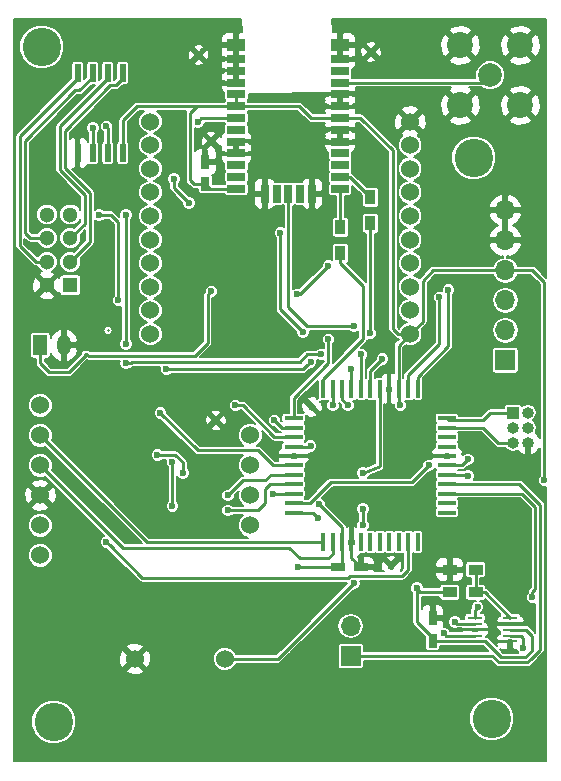
<source format=gbr>
G04 #@! TF.FileFunction,Copper,L2,Bot,Signal*
%FSLAX46Y46*%
G04 Gerber Fmt 4.6, Leading zero omitted, Abs format (unit mm)*
G04 Created by KiCad (PCBNEW 4.0.6) date Thu Dec 28 13:12:25 2017*
%MOMM*%
%LPD*%
G01*
G04 APERTURE LIST*
%ADD10C,0.128000*%
%ADD11C,1.524000*%
%ADD12R,0.550000X1.500000*%
%ADD13R,0.400000X1.500000*%
%ADD14R,1.500000X0.400000*%
%ADD15R,1.250000X0.270000*%
%ADD16R,0.700000X1.500000*%
%ADD17R,1.500000X0.700000*%
%ADD18R,1.500000X1.000000*%
%ADD19R,1.000000X1.000000*%
%ADD20O,1.000000X1.000000*%
%ADD21R,1.700000X1.700000*%
%ADD22O,1.700000X1.700000*%
%ADD23R,1.200000X0.750000*%
%ADD24R,0.750000X1.200000*%
%ADD25R,1.200000X0.900000*%
%ADD26R,1.300000X1.300000*%
%ADD27C,1.300000*%
%ADD28C,2.200000*%
%ADD29C,2.000000*%
%ADD30R,0.900000X1.200000*%
%ADD31C,0.600000*%
%ADD32R,1.200000X1.700000*%
%ADD33O,1.200000X1.700000*%
%ADD34C,3.250000*%
%ADD35C,0.250000*%
%ADD36C,0.180000*%
G04 APERTURE END LIST*
D10*
D11*
X145161000Y-110363000D03*
X152781000Y-110363000D03*
D12*
X144145000Y-60735000D03*
X144145000Y-67535000D03*
X142875000Y-60735000D03*
X142875000Y-67535000D03*
X141605000Y-60735000D03*
X141605000Y-67535000D03*
X140335000Y-60735000D03*
X140335000Y-67535000D03*
D13*
X169100000Y-100480000D03*
X168300000Y-100480000D03*
X167500000Y-100480000D03*
X166700000Y-100480000D03*
X165900000Y-100480000D03*
X165100000Y-100480000D03*
X164300000Y-100480000D03*
X163500000Y-100480000D03*
X162700000Y-100480000D03*
X161900000Y-100480000D03*
X161100000Y-100480000D03*
D14*
X158600000Y-97980000D03*
X158600000Y-97180000D03*
X158600000Y-96380000D03*
X158600000Y-95580000D03*
X158600000Y-94780000D03*
X158600000Y-93980000D03*
X158600000Y-93180000D03*
X158600000Y-92380000D03*
X158600000Y-91580000D03*
X158600000Y-90780000D03*
X158600000Y-89980000D03*
D13*
X161100000Y-87480000D03*
X161900000Y-87480000D03*
X162700000Y-87480000D03*
X163500000Y-87480000D03*
X164300000Y-87480000D03*
X165100000Y-87480000D03*
X165900000Y-87480000D03*
X166700000Y-87480000D03*
X167500000Y-87480000D03*
X168300000Y-87480000D03*
X169100000Y-87480000D03*
D14*
X171600000Y-89980000D03*
X171600000Y-90780000D03*
X171600000Y-91580000D03*
X171600000Y-92380000D03*
X171600000Y-93180000D03*
X171600000Y-93980000D03*
X171600000Y-94780000D03*
X171600000Y-95580000D03*
X171600000Y-96380000D03*
X171600000Y-97180000D03*
X171600000Y-97980000D03*
D15*
X176950500Y-108886500D03*
X173950500Y-108886500D03*
X176950500Y-108386500D03*
X173950500Y-108386500D03*
X176950500Y-107886500D03*
X173950500Y-107886500D03*
X176950500Y-107386500D03*
X173950500Y-107386500D03*
X176950500Y-106886500D03*
X173950500Y-106886500D03*
D16*
X160160000Y-70970000D03*
D17*
X153760000Y-70570000D03*
X153760000Y-69570000D03*
X153760000Y-68570000D03*
X153760000Y-67570000D03*
X153760000Y-66570000D03*
X153760000Y-65570000D03*
X153760000Y-64570000D03*
X153760000Y-63570000D03*
X153760000Y-62570000D03*
X153760000Y-61570000D03*
X153760000Y-60570000D03*
X153760000Y-59570000D03*
D18*
X153760000Y-58420000D03*
X162560000Y-58420000D03*
D17*
X162560000Y-59570000D03*
X162560000Y-60570000D03*
X162560000Y-61570000D03*
X162560000Y-62570000D03*
X162560000Y-63570000D03*
X162560000Y-64570000D03*
X162560000Y-65570000D03*
X162560000Y-66570000D03*
X162560000Y-67570000D03*
X162560000Y-68570000D03*
X162560000Y-69570000D03*
X162560000Y-70570000D03*
D16*
X159160000Y-70970000D03*
X158160000Y-70970000D03*
X157160000Y-70970000D03*
X156160000Y-70970000D03*
D11*
X168478200Y-82864960D03*
X168478200Y-80863440D03*
X168478200Y-78864460D03*
X168478200Y-76862940D03*
X168478200Y-74863960D03*
X168478200Y-72864980D03*
X168478200Y-70863460D03*
X168478200Y-68864480D03*
X168478200Y-66862960D03*
X168478200Y-64863980D03*
X146481800Y-64863980D03*
X146481800Y-66862960D03*
X146481800Y-68864480D03*
X146481800Y-70863460D03*
X146481800Y-72864980D03*
X146481800Y-74863960D03*
X146481800Y-76862940D03*
X146481800Y-78864460D03*
X146481800Y-80863440D03*
X146481800Y-82864960D03*
D19*
X177165000Y-89535000D03*
D20*
X178435000Y-89535000D03*
X177165000Y-90805000D03*
X178435000Y-90805000D03*
X177165000Y-92075000D03*
X178435000Y-92075000D03*
D21*
X176530000Y-85090000D03*
D22*
X176530000Y-82550000D03*
X176530000Y-80010000D03*
X176530000Y-77470000D03*
X176530000Y-74930000D03*
X176530000Y-72390000D03*
D23*
X162372000Y-102616000D03*
X164272000Y-102616000D03*
D24*
X170370500Y-108836500D03*
X170370500Y-106936500D03*
D25*
X171810500Y-104711500D03*
X174010500Y-104711500D03*
X174010500Y-102806500D03*
X171810500Y-102806500D03*
D11*
X137160000Y-101600000D03*
X137160000Y-99060000D03*
X137160000Y-96520000D03*
X137160000Y-93980000D03*
X137160000Y-91440000D03*
X137160000Y-88900000D03*
X154940000Y-91440000D03*
X154940000Y-93980000D03*
X154940000Y-96520000D03*
X154940000Y-99060000D03*
D26*
X139700000Y-78740000D03*
D27*
X139700000Y-76740000D03*
X139700000Y-74740000D03*
X139700000Y-72740000D03*
X137700000Y-78740000D03*
X137700000Y-76740000D03*
X137700000Y-74740000D03*
X137700000Y-72740000D03*
D28*
X172720000Y-63500000D03*
X172720000Y-58420000D03*
X177800000Y-58420000D03*
X177800000Y-63500000D03*
D29*
X175260000Y-60960000D03*
D30*
X165100000Y-71290000D03*
X165100000Y-73490000D03*
X162560000Y-73830000D03*
X162560000Y-76030000D03*
D24*
X151130000Y-70165000D03*
X151130000Y-68265000D03*
D31*
X152019000Y-90170000D03*
X165163500Y-58991500D03*
X150558500Y-59245500D03*
D21*
X163449000Y-110109000D03*
D22*
X163449000Y-107569000D03*
D32*
X137160000Y-83820000D03*
D33*
X139160000Y-83820000D03*
D31*
X166878000Y-102489000D03*
X151638000Y-66548000D03*
X160147000Y-89027000D03*
D34*
X138303000Y-115697000D03*
X173863000Y-67945000D03*
X137287000Y-58547000D03*
X175387000Y-115443000D03*
D31*
X151638000Y-79247998D03*
X173355000Y-94869000D03*
X179832000Y-95250000D03*
X160782000Y-97282000D03*
X160039021Y-92329000D03*
X159004000Y-102616000D03*
X167640000Y-88900000D03*
X174180500Y-105981500D03*
X149733000Y-71755000D03*
X148463000Y-69723000D03*
X150495000Y-64897000D03*
X153670000Y-88900000D03*
X165099998Y-82804000D03*
X161543998Y-83312000D03*
X166116000Y-84963000D03*
X163703000Y-82169000D03*
X173355000Y-93472000D03*
X159385000Y-82677000D03*
X169037000Y-104374979D03*
X157480000Y-74295000D03*
X161925000Y-88900000D03*
X163195000Y-88900000D03*
X160655000Y-98425000D03*
X170053000Y-93980000D03*
X178054000Y-109474000D03*
X158877000Y-79502000D03*
X161544000Y-77089000D03*
X172275500Y-107251500D03*
X171323000Y-108204000D03*
X170942000Y-79756000D03*
X142748000Y-65278000D03*
X171704004Y-79121000D03*
X141605000Y-65405000D03*
X156972000Y-90170000D03*
X142748000Y-100457000D03*
X149225000Y-94615000D03*
X147066000Y-93091000D03*
X156845000Y-96393002D03*
X148336001Y-97408999D03*
X148336000Y-93726000D03*
X153035000Y-97790000D03*
X153035000Y-96520000D03*
X147320000Y-89535000D03*
X144399000Y-85314010D03*
X142113000Y-72771000D03*
X143764000Y-80010000D03*
X160909000Y-84582000D03*
X164338000Y-84582000D03*
X144399000Y-72771000D03*
X147828000Y-85852000D03*
X163449000Y-85852000D03*
X160039021Y-85217000D03*
X144399002Y-83693000D03*
X163703000Y-103944968D03*
X164465000Y-97663000D03*
X164465000Y-99060000D03*
X164465000Y-94615000D03*
X178816000Y-105156000D03*
D35*
X142875000Y-82550000D02*
X142875000Y-82550000D01*
X150241000Y-84709000D02*
X151338001Y-83611999D01*
X141097000Y-84582000D02*
X141224000Y-84709000D01*
X141224000Y-84709000D02*
X150241000Y-84709000D01*
X151338001Y-83611999D02*
X151338001Y-79547997D01*
X151338001Y-79547997D02*
X151638000Y-79247998D01*
X137160000Y-83820000D02*
X137160000Y-85344000D01*
X139573000Y-86106000D02*
X141097000Y-84582000D01*
X137922000Y-86106000D02*
X139573000Y-86106000D01*
X137160000Y-85344000D02*
X137922000Y-86106000D01*
X140970000Y-84582000D02*
X141097000Y-84582000D01*
X163500000Y-100480000D02*
X163500000Y-101844000D01*
X163500000Y-101844000D02*
X164272000Y-102616000D01*
X173266000Y-94780000D02*
X171600000Y-94780000D01*
X173355000Y-94869000D02*
X173266000Y-94780000D01*
X173355000Y-94869000D02*
X173355000Y-94869000D01*
X178943000Y-77597000D02*
X179197000Y-77851000D01*
X179197000Y-77851000D02*
X179832000Y-78486000D01*
X176530000Y-77470000D02*
X178816000Y-77470000D01*
X178816000Y-77470000D02*
X179197000Y-77851000D01*
X169545201Y-78358799D02*
X170434000Y-77470000D01*
X170434000Y-77470000D02*
X176530000Y-77470000D01*
X168478200Y-82864960D02*
X169545201Y-81797959D01*
X169545201Y-81797959D02*
X169545201Y-78358799D01*
X179832000Y-78486000D02*
X179832000Y-94825736D01*
X179832000Y-94825736D02*
X179832000Y-95250000D01*
X162700000Y-99200000D02*
X161081999Y-97581999D01*
X162700000Y-100480000D02*
X162700000Y-99200000D01*
X161081999Y-97581999D02*
X160782000Y-97282000D01*
X158600000Y-92380000D02*
X159988021Y-92380000D01*
X159988021Y-92380000D02*
X160039021Y-92329000D01*
X162372000Y-102616000D02*
X161522000Y-102616000D01*
X161522000Y-102616000D02*
X159004000Y-102616000D01*
X162372000Y-102616000D02*
X162700000Y-102288000D01*
X162700000Y-102288000D02*
X162700000Y-100480000D01*
X168478200Y-82864960D02*
X167500000Y-83843160D01*
X167500000Y-83843160D02*
X167500000Y-87480000D01*
X153760000Y-63570000D02*
X159074000Y-63570000D01*
X160074000Y-64570000D02*
X162560000Y-64570000D01*
X159074000Y-63570000D02*
X160074000Y-64570000D01*
X168478200Y-82864960D02*
X167446960Y-82864960D01*
X167446960Y-82864960D02*
X167005000Y-82423000D01*
X167005000Y-82423000D02*
X167005000Y-67310000D01*
X167005000Y-67310000D02*
X164265000Y-64570000D01*
X164265000Y-64570000D02*
X162560000Y-64570000D01*
X153760000Y-62570000D02*
X153760000Y-63570000D01*
X151130000Y-70165000D02*
X150175000Y-70165000D01*
X149860000Y-64135000D02*
X150425000Y-63570000D01*
X149860000Y-69850000D02*
X149860000Y-64135000D01*
X150175000Y-70165000D02*
X149860000Y-69850000D01*
X153760000Y-70570000D02*
X151535000Y-70570000D01*
X151535000Y-70570000D02*
X151130000Y-70165000D01*
X167500000Y-87480000D02*
X167500000Y-88760000D01*
X167500000Y-88760000D02*
X167640000Y-88900000D01*
X144145000Y-66900000D02*
X144145000Y-64770000D01*
X144145000Y-64770000D02*
X145345000Y-63570000D01*
X145345000Y-63570000D02*
X150425000Y-63570000D01*
X150425000Y-63570000D02*
X153760000Y-63570000D01*
X173950500Y-106886500D02*
X173950500Y-106211500D01*
X173950500Y-106211500D02*
X174180500Y-105981500D01*
X149433001Y-71455001D02*
X149733000Y-71755000D01*
X148463000Y-70485000D02*
X149433001Y-71455001D01*
X148463000Y-69723000D02*
X148463000Y-70485000D01*
X150822000Y-64570000D02*
X150794999Y-64597001D01*
X153760000Y-64570000D02*
X150822000Y-64570000D01*
X150794999Y-64597001D02*
X150495000Y-64897000D01*
X153670000Y-88900000D02*
X154305000Y-88900000D01*
X154305000Y-88900000D02*
X156972000Y-91567000D01*
X156972000Y-91567000D02*
X158460000Y-91567000D01*
X158600000Y-89980000D02*
X158600000Y-88288000D01*
X158600000Y-88288000D02*
X161543998Y-85344002D01*
X161543998Y-85344002D02*
X161543998Y-83736264D01*
X161543998Y-83736264D02*
X161543998Y-83312000D01*
X165100000Y-82803998D02*
X165099998Y-82804000D01*
X165100000Y-73490000D02*
X165100000Y-82803998D01*
X162560000Y-76030000D02*
X162560000Y-76880000D01*
X162560000Y-76880000D02*
X164465000Y-78785000D01*
X164465000Y-78785000D02*
X164465000Y-83312000D01*
X164465000Y-83312000D02*
X161100000Y-86677000D01*
X161100000Y-86677000D02*
X161100000Y-87480000D01*
X163278736Y-82169000D02*
X163703000Y-82169000D01*
X159772404Y-82169000D02*
X163278736Y-82169000D01*
X158160000Y-80556596D02*
X159772404Y-82169000D01*
X158160000Y-70970000D02*
X158160000Y-80556596D01*
X165100000Y-85979000D02*
X165100000Y-87480000D01*
X166116000Y-84963000D02*
X165100000Y-85979000D01*
X173055001Y-93771999D02*
X173355000Y-93472000D01*
X172847000Y-93980000D02*
X173055001Y-93771999D01*
X171600000Y-93980000D02*
X172847000Y-93980000D01*
X176175000Y-110236000D02*
X174825500Y-108886500D01*
X178752500Y-108394500D02*
X178752500Y-109691374D01*
X178752500Y-109691374D02*
X178207874Y-110236000D01*
X178244500Y-107886500D02*
X178752500Y-108394500D01*
X176950500Y-107886500D02*
X178244500Y-107886500D01*
X174825500Y-108886500D02*
X173950500Y-108886500D01*
X178207874Y-110236000D02*
X176175000Y-110236000D01*
X159085001Y-82377001D02*
X159385000Y-82677000D01*
X157480000Y-80772000D02*
X159085001Y-82377001D01*
X157480000Y-74295000D02*
X157480000Y-80772000D01*
X170370500Y-108611500D02*
X169037000Y-107278000D01*
X169373521Y-104711500D02*
X169336999Y-104674978D01*
X169037000Y-107278000D02*
X169037000Y-104799243D01*
X169037000Y-104799243D02*
X169037000Y-104374979D01*
X171810500Y-104711500D02*
X169373521Y-104711500D01*
X169336999Y-104674978D02*
X169037000Y-104374979D01*
X170370500Y-108836500D02*
X170370500Y-108611500D01*
X171640500Y-108836500D02*
X170685500Y-108836500D01*
X170685500Y-108836500D02*
X170370500Y-108521500D01*
X173950500Y-108886500D02*
X171690500Y-108886500D01*
X171690500Y-108886500D02*
X171640500Y-108836500D01*
X161900000Y-87480000D02*
X161900000Y-88875000D01*
X161900000Y-88875000D02*
X161925000Y-88900000D01*
X162700000Y-87480000D02*
X162700000Y-88405000D01*
X162700000Y-88405000D02*
X163195000Y-88900000D01*
X177165000Y-89535000D02*
X175260000Y-89535000D01*
X175260000Y-89535000D02*
X174625000Y-90170000D01*
X174625000Y-90170000D02*
X171790000Y-90170000D01*
X171790000Y-90170000D02*
X171600000Y-89980000D01*
X171600000Y-90780000D02*
X174600000Y-90780000D01*
X174600000Y-90780000D02*
X175895000Y-92075000D01*
X175895000Y-92075000D02*
X177165000Y-92075000D01*
X160655000Y-98425000D02*
X160210000Y-97980000D01*
X160210000Y-97980000D02*
X158600000Y-97980000D01*
X168610001Y-95422999D02*
X169753001Y-94279999D01*
X161745599Y-95422999D02*
X168610001Y-95422999D01*
X158600000Y-97180000D02*
X159988598Y-97180000D01*
X169753001Y-94279999D02*
X170053000Y-93980000D01*
X159988598Y-97180000D02*
X161745599Y-95422999D01*
X178054000Y-109049736D02*
X178054000Y-109474000D01*
X176950500Y-108386500D02*
X177825500Y-108386500D01*
X177825500Y-108386500D02*
X178054000Y-108615000D01*
X178054000Y-108615000D02*
X178054000Y-109049736D01*
X159131000Y-79502000D02*
X158877000Y-79502000D01*
X161544000Y-77089000D02*
X159131000Y-79502000D01*
X174010500Y-104711500D02*
X174010500Y-102806500D01*
X174010500Y-104711500D02*
X174775500Y-104711500D01*
X174775500Y-104711500D02*
X176950500Y-106886500D01*
X172410500Y-107386500D02*
X172275500Y-107251500D01*
X172410500Y-107386500D02*
X173950500Y-107386500D01*
X171505500Y-108386500D02*
X173950500Y-108386500D01*
X171323000Y-108204000D02*
X171505500Y-108386500D01*
X170942000Y-83693000D02*
X170942000Y-80180264D01*
X168300000Y-86335000D02*
X170942000Y-83693000D01*
X168300000Y-87480000D02*
X168300000Y-86335000D01*
X170942000Y-80180264D02*
X170942000Y-79756000D01*
X142875000Y-65405000D02*
X142875000Y-67535000D01*
X142748000Y-65278000D02*
X142875000Y-65405000D01*
X169100000Y-87480000D02*
X169100000Y-86480000D01*
X169100000Y-86480000D02*
X171704000Y-83876000D01*
X171704000Y-83876000D02*
X171704000Y-79121004D01*
X171704000Y-79121004D02*
X171704004Y-79121000D01*
X141605000Y-65405000D02*
X141605000Y-67535000D01*
X158600000Y-90780000D02*
X157582000Y-90780000D01*
X157582000Y-90780000D02*
X156972000Y-90170000D01*
X161900000Y-100480000D02*
X161900000Y-101480000D01*
X161900000Y-101480000D02*
X161526000Y-101854000D01*
X158248402Y-100965000D02*
X144145000Y-100965000D01*
X161526000Y-101854000D02*
X159137402Y-101854000D01*
X159137402Y-101854000D02*
X158248402Y-100965000D01*
X144145000Y-100965000D02*
X137921999Y-94741999D01*
X137921999Y-94741999D02*
X137160000Y-93980000D01*
X161100000Y-100480000D02*
X146200000Y-100480000D01*
X146200000Y-100480000D02*
X137160000Y-91440000D01*
X143047999Y-100756999D02*
X142748000Y-100457000D01*
X145796000Y-103505000D02*
X143047999Y-100756999D01*
X163412599Y-103339967D02*
X163247566Y-103505000D01*
X167805033Y-103339967D02*
X163412599Y-103339967D01*
X168300000Y-102845000D02*
X167805033Y-103339967D01*
X163247566Y-103505000D02*
X145796000Y-103505000D01*
X168300000Y-100480000D02*
X168300000Y-102845000D01*
X149225000Y-94190736D02*
X149225000Y-94615000D01*
X148596404Y-93091000D02*
X149225000Y-93719596D01*
X147066000Y-93091000D02*
X148596404Y-93091000D01*
X149225000Y-93719596D02*
X149225000Y-94190736D01*
X156858002Y-96380000D02*
X156845000Y-96393002D01*
X158600000Y-96380000D02*
X156858002Y-96380000D01*
X148336001Y-96984735D02*
X148336001Y-97408999D01*
X148336001Y-94150265D02*
X148336001Y-96984735D01*
X148336000Y-93726000D02*
X148336001Y-94150265D01*
X153459264Y-97790000D02*
X153035000Y-97790000D01*
X158600000Y-95580000D02*
X156635598Y-95580000D01*
X155575000Y-97790000D02*
X153459264Y-97790000D01*
X156635598Y-95580000D02*
X156210000Y-96005598D01*
X156210000Y-96005598D02*
X156210000Y-97155000D01*
X156210000Y-97155000D02*
X155575000Y-97790000D01*
X158600000Y-94780000D02*
X156680000Y-94780000D01*
X154305000Y-95250000D02*
X153035000Y-96520000D01*
X156210000Y-95250000D02*
X154305000Y-95250000D01*
X156680000Y-94780000D02*
X156210000Y-95250000D01*
X158600000Y-93980000D02*
X156845000Y-93980000D01*
X150495000Y-92710000D02*
X147320000Y-89535000D01*
X155575000Y-92710000D02*
X150495000Y-92710000D01*
X156845000Y-93980000D02*
X155575000Y-92710000D01*
X162560000Y-61570000D02*
X174650000Y-61570000D01*
X174650000Y-61570000D02*
X175260000Y-60960000D01*
X162560000Y-69570000D02*
X163380000Y-69570000D01*
X163380000Y-69570000D02*
X165100000Y-71290000D01*
X162560000Y-70570000D02*
X162560000Y-73830000D01*
X144823264Y-85314010D02*
X144399000Y-85314010D01*
X159766000Y-84582000D02*
X159131000Y-85217000D01*
X160909000Y-84582000D02*
X159766000Y-84582000D01*
X144920274Y-85217000D02*
X144823264Y-85314010D01*
X159131000Y-85217000D02*
X144920274Y-85217000D01*
X143764000Y-80010000D02*
X143764000Y-73406000D01*
X143764000Y-73406000D02*
X143129000Y-72771000D01*
X143129000Y-72771000D02*
X142113000Y-72771000D01*
X164300000Y-84620000D02*
X164338000Y-84582000D01*
X164300000Y-87480000D02*
X164300000Y-84620000D01*
X163500000Y-87480000D02*
X163500000Y-85903000D01*
X163500000Y-85903000D02*
X163449000Y-85852000D01*
X147828000Y-85852000D02*
X159404021Y-85852000D01*
X159739022Y-85516999D02*
X160039021Y-85217000D01*
X159404021Y-85852000D02*
X159739022Y-85516999D01*
X144399000Y-72771000D02*
X144399000Y-83692998D01*
X144399000Y-83692998D02*
X144399002Y-83693000D01*
X158046968Y-109601000D02*
X163403001Y-104244967D01*
X152781000Y-110363000D02*
X157284968Y-110363000D01*
X157284968Y-110363000D02*
X158046968Y-109601000D01*
X163403001Y-104244967D02*
X163703000Y-103944968D01*
X164465000Y-99060000D02*
X164465000Y-97663000D01*
X165900000Y-87480000D02*
X165900000Y-94069000D01*
X165900000Y-94069000D02*
X164465000Y-94615000D01*
X179451000Y-109601000D02*
X178689000Y-110363000D01*
X163449000Y-110109000D02*
X175439876Y-110109000D01*
X175439876Y-110109000D02*
X175996885Y-110666010D01*
X175996885Y-110666010D02*
X178385990Y-110666010D01*
X178385990Y-110666010D02*
X178689000Y-110363000D01*
X171600000Y-95580000D02*
X177722127Y-95580000D01*
X179500011Y-97357884D02*
X179500011Y-104655852D01*
X177722127Y-95580000D02*
X179500011Y-97357884D01*
X179500011Y-104655852D02*
X179451000Y-104704863D01*
X179451000Y-104704863D02*
X179451000Y-109601000D01*
X177914000Y-96380000D02*
X179070000Y-97536000D01*
X178816000Y-104731736D02*
X178816000Y-105156000D01*
X171600000Y-96380000D02*
X177914000Y-96380000D01*
X179070000Y-97536000D02*
X179070000Y-104477736D01*
X179070000Y-104477736D02*
X178816000Y-104731736D01*
X139241011Y-65638989D02*
X143089999Y-61790001D01*
X144145000Y-61210000D02*
X144145000Y-60735000D01*
X143564999Y-61790001D02*
X144145000Y-61210000D01*
X139700000Y-76740000D02*
X141351000Y-75089000D01*
X141351000Y-70892873D02*
X139241011Y-68782884D01*
X141351000Y-75089000D02*
X141351000Y-70892873D01*
X139241011Y-68782884D02*
X139241011Y-65638989D01*
X143089999Y-61790001D02*
X143564999Y-61790001D01*
X138811000Y-68961000D02*
X138811000Y-65274000D01*
X140920989Y-73519011D02*
X140920989Y-71070989D01*
X138811000Y-65274000D02*
X142875000Y-61210000D01*
X140920989Y-71070989D02*
X138811000Y-68961000D01*
X139700000Y-74740000D02*
X140920989Y-73519011D01*
X142875000Y-61210000D02*
X142875000Y-60735000D01*
X137700000Y-74740000D02*
X136308111Y-74740000D01*
X141605000Y-61087000D02*
X141605000Y-60735000D01*
X136308111Y-74740000D02*
X135851000Y-74282889D01*
X135851000Y-74282889D02*
X135851000Y-66489000D01*
X135851000Y-66489000D02*
X140110000Y-62230000D01*
X140110000Y-62230000D02*
X140462000Y-62230000D01*
X140462000Y-62230000D02*
X141605000Y-61087000D01*
X135420989Y-66124011D02*
X140335000Y-61210000D01*
X135420989Y-75380227D02*
X135420989Y-66124011D01*
X137700000Y-76740000D02*
X136780762Y-76740000D01*
X140335000Y-61210000D02*
X140335000Y-60735000D01*
X136780762Y-76740000D02*
X135420989Y-75380227D01*
D36*
G36*
X154224321Y-57322000D02*
X154073500Y-57322000D01*
X153924000Y-57471500D01*
X153924000Y-58256000D01*
X153944000Y-58256000D01*
X153944000Y-58584000D01*
X153924000Y-58584000D01*
X153924000Y-59406000D01*
X153944000Y-59406000D01*
X153944000Y-59734000D01*
X153924000Y-59734000D01*
X153924000Y-60406000D01*
X153944000Y-60406000D01*
X153944000Y-60734000D01*
X153924000Y-60734000D01*
X153924000Y-61406000D01*
X153944000Y-61406000D01*
X153944000Y-61734000D01*
X153924000Y-61734000D01*
X153924000Y-61754000D01*
X153596000Y-61754000D01*
X153596000Y-61734000D01*
X152561500Y-61734000D01*
X152412000Y-61883500D01*
X152412000Y-62038949D01*
X152503040Y-62258740D01*
X152671260Y-62426960D01*
X152734711Y-62453242D01*
X152734711Y-62920000D01*
X152753538Y-63020056D01*
X152785693Y-63070026D01*
X152756400Y-63112897D01*
X152743824Y-63175000D01*
X145345000Y-63175000D01*
X145193840Y-63205068D01*
X145065693Y-63290693D01*
X143865693Y-64490693D01*
X143780068Y-64618840D01*
X143750000Y-64770000D01*
X143750000Y-66541372D01*
X143678049Y-66587671D01*
X143616400Y-66677897D01*
X143594711Y-66785000D01*
X143594711Y-68285000D01*
X143613538Y-68385056D01*
X143672671Y-68476951D01*
X143762897Y-68538600D01*
X143870000Y-68560289D01*
X144420000Y-68560289D01*
X144520056Y-68541462D01*
X144611951Y-68482329D01*
X144673600Y-68392103D01*
X144695289Y-68285000D01*
X144695289Y-66785000D01*
X144676462Y-66684944D01*
X144617329Y-66593049D01*
X144540000Y-66540212D01*
X144540000Y-64933614D01*
X145508614Y-63965000D01*
X145955058Y-63965000D01*
X145897983Y-63988583D01*
X145607423Y-64278636D01*
X145449980Y-64657802D01*
X145449621Y-65068357D01*
X145606403Y-65447797D01*
X145896456Y-65738357D01*
X146198036Y-65863583D01*
X145897983Y-65987563D01*
X145607423Y-66277616D01*
X145449980Y-66656782D01*
X145449621Y-67067337D01*
X145606403Y-67446777D01*
X145896456Y-67737337D01*
X146201102Y-67863836D01*
X145897983Y-67989083D01*
X145607423Y-68279136D01*
X145449980Y-68658302D01*
X145449621Y-69068857D01*
X145606403Y-69448297D01*
X145896456Y-69738857D01*
X146198036Y-69864083D01*
X145897983Y-69988063D01*
X145607423Y-70278116D01*
X145449980Y-70657282D01*
X145449621Y-71067837D01*
X145606403Y-71447277D01*
X145896456Y-71737837D01*
X146201102Y-71864336D01*
X145897983Y-71989583D01*
X145607423Y-72279636D01*
X145449980Y-72658802D01*
X145449621Y-73069357D01*
X145606403Y-73448797D01*
X145896456Y-73739357D01*
X146198036Y-73864583D01*
X145897983Y-73988563D01*
X145607423Y-74278616D01*
X145449980Y-74657782D01*
X145449621Y-75068337D01*
X145606403Y-75447777D01*
X145896456Y-75738337D01*
X146198036Y-75863563D01*
X145897983Y-75987543D01*
X145607423Y-76277596D01*
X145449980Y-76656762D01*
X145449621Y-77067317D01*
X145606403Y-77446757D01*
X145896456Y-77737317D01*
X146201102Y-77863816D01*
X145897983Y-77989063D01*
X145607423Y-78279116D01*
X145449980Y-78658282D01*
X145449621Y-79068837D01*
X145606403Y-79448277D01*
X145896456Y-79738837D01*
X146198036Y-79864063D01*
X145897983Y-79988043D01*
X145607423Y-80278096D01*
X145449980Y-80657262D01*
X145449621Y-81067817D01*
X145606403Y-81447257D01*
X145896456Y-81737817D01*
X146201102Y-81864316D01*
X145897983Y-81989563D01*
X145607423Y-82279616D01*
X145449980Y-82658782D01*
X145449621Y-83069337D01*
X145606403Y-83448777D01*
X145896456Y-83739337D01*
X146275622Y-83896780D01*
X146686177Y-83897139D01*
X147065617Y-83740357D01*
X147356177Y-83450304D01*
X147513620Y-83071138D01*
X147513979Y-82660583D01*
X147357197Y-82281143D01*
X147067144Y-81990583D01*
X146762498Y-81864084D01*
X147065617Y-81738837D01*
X147356177Y-81448784D01*
X147513620Y-81069618D01*
X147513979Y-80659063D01*
X147357197Y-80279623D01*
X147067144Y-79989063D01*
X146765564Y-79863837D01*
X147065617Y-79739857D01*
X147356177Y-79449804D01*
X147513620Y-79070638D01*
X147513979Y-78660083D01*
X147357197Y-78280643D01*
X147067144Y-77990083D01*
X146762498Y-77863584D01*
X147065617Y-77738337D01*
X147356177Y-77448284D01*
X147513620Y-77069118D01*
X147513979Y-76658563D01*
X147357197Y-76279123D01*
X147067144Y-75988563D01*
X146765564Y-75863337D01*
X147065617Y-75739357D01*
X147356177Y-75449304D01*
X147513620Y-75070138D01*
X147513979Y-74659583D01*
X147357197Y-74280143D01*
X147067144Y-73989583D01*
X146765564Y-73864357D01*
X147065617Y-73740377D01*
X147356177Y-73450324D01*
X147513620Y-73071158D01*
X147513979Y-72660603D01*
X147357197Y-72281163D01*
X147067144Y-71990603D01*
X146762498Y-71864104D01*
X147065617Y-71738857D01*
X147356177Y-71448804D01*
X147513620Y-71069638D01*
X147513979Y-70659083D01*
X147357197Y-70279643D01*
X147067144Y-69989083D01*
X146765564Y-69863857D01*
X146833265Y-69835883D01*
X147892901Y-69835883D01*
X147979496Y-70045457D01*
X148068000Y-70134116D01*
X148068000Y-70485000D01*
X148098068Y-70636160D01*
X148183693Y-70764307D01*
X149163009Y-71743623D01*
X149162901Y-71867883D01*
X149249496Y-72077457D01*
X149409699Y-72237941D01*
X149619123Y-72324901D01*
X149845883Y-72325099D01*
X150055457Y-72238504D01*
X150215941Y-72078301D01*
X150302901Y-71868877D01*
X150303099Y-71642117D01*
X150216504Y-71432543D01*
X150067722Y-71283500D01*
X155212000Y-71283500D01*
X155212000Y-71838950D01*
X155303040Y-72058740D01*
X155471260Y-72226960D01*
X155691051Y-72318000D01*
X155846500Y-72318000D01*
X155996000Y-72168500D01*
X155996000Y-71134000D01*
X155361500Y-71134000D01*
X155212000Y-71283500D01*
X150067722Y-71283500D01*
X150056301Y-71272059D01*
X149846877Y-71185099D01*
X149721604Y-71184990D01*
X148858000Y-70321386D01*
X148858000Y-70134088D01*
X148945941Y-70046301D01*
X149032901Y-69836877D01*
X149033099Y-69610117D01*
X148946504Y-69400543D01*
X148786301Y-69240059D01*
X148576877Y-69153099D01*
X148350117Y-69152901D01*
X148140543Y-69239496D01*
X147980059Y-69399699D01*
X147893099Y-69609123D01*
X147892901Y-69835883D01*
X146833265Y-69835883D01*
X147065617Y-69739877D01*
X147356177Y-69449824D01*
X147513620Y-69070658D01*
X147513979Y-68660103D01*
X147357197Y-68280663D01*
X147067144Y-67990103D01*
X146762498Y-67863604D01*
X147065617Y-67738357D01*
X147356177Y-67448304D01*
X147513620Y-67069138D01*
X147513979Y-66658583D01*
X147357197Y-66279143D01*
X147067144Y-65988583D01*
X146765564Y-65863357D01*
X147065617Y-65739377D01*
X147356177Y-65449324D01*
X147513620Y-65070158D01*
X147513979Y-64659603D01*
X147357197Y-64280163D01*
X147067144Y-63989603D01*
X147007893Y-63965000D01*
X149507656Y-63965000D01*
X149495068Y-63983840D01*
X149465000Y-64135000D01*
X149465000Y-69850000D01*
X149495068Y-70001160D01*
X149580693Y-70129307D01*
X149895693Y-70444307D01*
X150023840Y-70529932D01*
X150175000Y-70560000D01*
X150479711Y-70560000D01*
X150479711Y-70765000D01*
X150498538Y-70865056D01*
X150557671Y-70956951D01*
X150647897Y-71018600D01*
X150755000Y-71040289D01*
X151505000Y-71040289D01*
X151605056Y-71021462D01*
X151692800Y-70965000D01*
X152743178Y-70965000D01*
X152753538Y-71020056D01*
X152812671Y-71111951D01*
X152902897Y-71173600D01*
X153010000Y-71195289D01*
X154510000Y-71195289D01*
X154610056Y-71176462D01*
X154701951Y-71117329D01*
X154763600Y-71027103D01*
X154785289Y-70920000D01*
X154785289Y-70220000D01*
X154766462Y-70119944D01*
X154754304Y-70101050D01*
X155212000Y-70101050D01*
X155212000Y-70656500D01*
X155361500Y-70806000D01*
X155996000Y-70806000D01*
X155996000Y-69771500D01*
X155846500Y-69622000D01*
X155691051Y-69622000D01*
X155471260Y-69713040D01*
X155303040Y-69881260D01*
X155212000Y-70101050D01*
X154754304Y-70101050D01*
X154734307Y-70069974D01*
X154763600Y-70027103D01*
X154785289Y-69920000D01*
X154785289Y-69220000D01*
X154766462Y-69119944D01*
X154734307Y-69069974D01*
X154763600Y-69027103D01*
X154785289Y-68920000D01*
X154785289Y-68453242D01*
X154848740Y-68426960D01*
X155016960Y-68258740D01*
X155108000Y-68038949D01*
X155108000Y-67883500D01*
X154958500Y-67734000D01*
X153924000Y-67734000D01*
X153924000Y-67754000D01*
X153596000Y-67754000D01*
X153596000Y-67734000D01*
X152561500Y-67734000D01*
X152412000Y-67883500D01*
X152412000Y-68038949D01*
X152503040Y-68258740D01*
X152671260Y-68426960D01*
X152734711Y-68453242D01*
X152734711Y-68920000D01*
X152753538Y-69020056D01*
X152785693Y-69070026D01*
X152756400Y-69112897D01*
X152734711Y-69220000D01*
X152734711Y-69920000D01*
X152753538Y-70020056D01*
X152785693Y-70070026D01*
X152756400Y-70112897D01*
X152743824Y-70175000D01*
X151780289Y-70175000D01*
X151780289Y-69565000D01*
X151761462Y-69464944D01*
X151731535Y-69418437D01*
X151843740Y-69371960D01*
X152011960Y-69203740D01*
X152103000Y-68983950D01*
X152103000Y-68578500D01*
X151953500Y-68429000D01*
X151294000Y-68429000D01*
X151294000Y-68449000D01*
X150966000Y-68449000D01*
X150966000Y-68429000D01*
X150946000Y-68429000D01*
X150946000Y-68101000D01*
X150966000Y-68101000D01*
X150966000Y-67216500D01*
X150934791Y-67185291D01*
X151212841Y-67185291D01*
X151228452Y-67366890D01*
X151294000Y-67384848D01*
X151294000Y-68101000D01*
X151953500Y-68101000D01*
X152103000Y-67951500D01*
X152103000Y-67546050D01*
X152031537Y-67373522D01*
X152047548Y-67366890D01*
X152063159Y-67185291D01*
X151638000Y-66760132D01*
X151212841Y-67185291D01*
X150934791Y-67185291D01*
X150816500Y-67067000D01*
X150636051Y-67067000D01*
X150416260Y-67158040D01*
X150255000Y-67319300D01*
X150255000Y-66483002D01*
X150724717Y-66483002D01*
X150769362Y-66837448D01*
X150819110Y-66957548D01*
X151000709Y-66973159D01*
X151425868Y-66548000D01*
X151000709Y-66122841D01*
X150819110Y-66138452D01*
X150724717Y-66483002D01*
X150255000Y-66483002D01*
X150255000Y-65910709D01*
X151212841Y-65910709D01*
X151638000Y-66335868D01*
X152063159Y-65910709D01*
X152047548Y-65729110D01*
X151702998Y-65634717D01*
X151348552Y-65679362D01*
X151228452Y-65729110D01*
X151212841Y-65910709D01*
X150255000Y-65910709D01*
X150255000Y-65414530D01*
X150381123Y-65466901D01*
X150607883Y-65467099D01*
X150817457Y-65380504D01*
X150977941Y-65220301D01*
X151064901Y-65010877D01*
X151064941Y-64965000D01*
X152743178Y-64965000D01*
X152753538Y-65020056D01*
X152785693Y-65070026D01*
X152756400Y-65112897D01*
X152734711Y-65220000D01*
X152734711Y-65686758D01*
X152671260Y-65713040D01*
X152503040Y-65881260D01*
X152412000Y-66101051D01*
X152412000Y-66134593D01*
X152275291Y-66122841D01*
X151850132Y-66548000D01*
X152275291Y-66973159D01*
X152412000Y-66961407D01*
X152412000Y-67038949D01*
X152424862Y-67070000D01*
X152412000Y-67101051D01*
X152412000Y-67256500D01*
X152561500Y-67406000D01*
X152650300Y-67406000D01*
X152671260Y-67426960D01*
X152891050Y-67518000D01*
X153446500Y-67518000D01*
X153558500Y-67406000D01*
X153596000Y-67406000D01*
X153596000Y-66734000D01*
X153924000Y-66734000D01*
X153924000Y-67406000D01*
X153961500Y-67406000D01*
X154073500Y-67518000D01*
X154628950Y-67518000D01*
X154848740Y-67426960D01*
X154869700Y-67406000D01*
X154958500Y-67406000D01*
X155108000Y-67256500D01*
X155108000Y-67101051D01*
X155095138Y-67070000D01*
X155108000Y-67038949D01*
X155108000Y-66883500D01*
X161212000Y-66883500D01*
X161212000Y-67038949D01*
X161303040Y-67258740D01*
X161471260Y-67426960D01*
X161534711Y-67453242D01*
X161534711Y-67920000D01*
X161553538Y-68020056D01*
X161585693Y-68070026D01*
X161556400Y-68112897D01*
X161534711Y-68220000D01*
X161534711Y-68920000D01*
X161553538Y-69020056D01*
X161585693Y-69070026D01*
X161556400Y-69112897D01*
X161534711Y-69220000D01*
X161534711Y-69920000D01*
X161553538Y-70020056D01*
X161585693Y-70070026D01*
X161556400Y-70112897D01*
X161534711Y-70220000D01*
X161534711Y-70920000D01*
X161553538Y-71020056D01*
X161612671Y-71111951D01*
X161702897Y-71173600D01*
X161810000Y-71195289D01*
X162165000Y-71195289D01*
X162165000Y-72954711D01*
X162110000Y-72954711D01*
X162009944Y-72973538D01*
X161918049Y-73032671D01*
X161856400Y-73122897D01*
X161834711Y-73230000D01*
X161834711Y-74430000D01*
X161853538Y-74530056D01*
X161912671Y-74621951D01*
X162002897Y-74683600D01*
X162110000Y-74705289D01*
X163010000Y-74705289D01*
X163110056Y-74686462D01*
X163201951Y-74627329D01*
X163263600Y-74537103D01*
X163285289Y-74430000D01*
X163285289Y-73230000D01*
X163266462Y-73129944D01*
X163207329Y-73038049D01*
X163117103Y-72976400D01*
X163010000Y-72954711D01*
X162955000Y-72954711D01*
X162955000Y-71195289D01*
X163310000Y-71195289D01*
X163410056Y-71176462D01*
X163501951Y-71117329D01*
X163563600Y-71027103D01*
X163585289Y-70920000D01*
X163585289Y-70333903D01*
X164374711Y-71123325D01*
X164374711Y-71890000D01*
X164393538Y-71990056D01*
X164452671Y-72081951D01*
X164542897Y-72143600D01*
X164650000Y-72165289D01*
X165550000Y-72165289D01*
X165650056Y-72146462D01*
X165741951Y-72087329D01*
X165803600Y-71997103D01*
X165825289Y-71890000D01*
X165825289Y-70690000D01*
X165806462Y-70589944D01*
X165747329Y-70498049D01*
X165657103Y-70436400D01*
X165550000Y-70414711D01*
X164783325Y-70414711D01*
X163659307Y-69290693D01*
X163585289Y-69241236D01*
X163585289Y-69220000D01*
X163566462Y-69119944D01*
X163534307Y-69069974D01*
X163563600Y-69027103D01*
X163585289Y-68920000D01*
X163585289Y-68220000D01*
X163566462Y-68119944D01*
X163534307Y-68069974D01*
X163563600Y-68027103D01*
X163585289Y-67920000D01*
X163585289Y-67453242D01*
X163648740Y-67426960D01*
X163816960Y-67258740D01*
X163908000Y-67038949D01*
X163908000Y-66883500D01*
X163758500Y-66734000D01*
X162724000Y-66734000D01*
X162724000Y-66754000D01*
X162396000Y-66754000D01*
X162396000Y-66734000D01*
X161361500Y-66734000D01*
X161212000Y-66883500D01*
X155108000Y-66883500D01*
X154958500Y-66734000D01*
X154869700Y-66734000D01*
X154848740Y-66713040D01*
X154628950Y-66622000D01*
X154073500Y-66622000D01*
X153961500Y-66734000D01*
X153924000Y-66734000D01*
X153596000Y-66734000D01*
X153576000Y-66734000D01*
X153576000Y-66406000D01*
X153596000Y-66406000D01*
X153596000Y-66386000D01*
X153924000Y-66386000D01*
X153924000Y-66406000D01*
X154958500Y-66406000D01*
X155108000Y-66256500D01*
X155108000Y-66101051D01*
X155017888Y-65883500D01*
X161212000Y-65883500D01*
X161212000Y-66038949D01*
X161224862Y-66070000D01*
X161212000Y-66101051D01*
X161212000Y-66256500D01*
X161361500Y-66406000D01*
X161450300Y-66406000D01*
X161471260Y-66426960D01*
X161691050Y-66518000D01*
X162246500Y-66518000D01*
X162358500Y-66406000D01*
X162396000Y-66406000D01*
X162396000Y-65734000D01*
X162724000Y-65734000D01*
X162724000Y-66406000D01*
X162761500Y-66406000D01*
X162873500Y-66518000D01*
X163428950Y-66518000D01*
X163648740Y-66426960D01*
X163669700Y-66406000D01*
X163758500Y-66406000D01*
X163908000Y-66256500D01*
X163908000Y-66101051D01*
X163895138Y-66070000D01*
X163908000Y-66038949D01*
X163908000Y-65883500D01*
X163758500Y-65734000D01*
X163669700Y-65734000D01*
X163648740Y-65713040D01*
X163428950Y-65622000D01*
X162873500Y-65622000D01*
X162761500Y-65734000D01*
X162724000Y-65734000D01*
X162396000Y-65734000D01*
X162358500Y-65734000D01*
X162246500Y-65622000D01*
X161691050Y-65622000D01*
X161471260Y-65713040D01*
X161450300Y-65734000D01*
X161361500Y-65734000D01*
X161212000Y-65883500D01*
X155017888Y-65883500D01*
X155016960Y-65881260D01*
X154848740Y-65713040D01*
X154785289Y-65686758D01*
X154785289Y-65220000D01*
X154766462Y-65119944D01*
X154734307Y-65069974D01*
X154763600Y-65027103D01*
X154785289Y-64920000D01*
X154785289Y-64220000D01*
X154766462Y-64119944D01*
X154734307Y-64069974D01*
X154763600Y-64027103D01*
X154776176Y-63965000D01*
X158910386Y-63965000D01*
X159794693Y-64849307D01*
X159922840Y-64934932D01*
X160074000Y-64965000D01*
X161268354Y-64965000D01*
X161212000Y-65101051D01*
X161212000Y-65256500D01*
X161361500Y-65406000D01*
X162396000Y-65406000D01*
X162396000Y-65386000D01*
X162724000Y-65386000D01*
X162724000Y-65406000D01*
X163758500Y-65406000D01*
X163908000Y-65256500D01*
X163908000Y-65101051D01*
X163851646Y-64965000D01*
X164101386Y-64965000D01*
X166610000Y-67473614D01*
X166610000Y-82423000D01*
X166640068Y-82574160D01*
X166725693Y-82702307D01*
X167167653Y-83144267D01*
X167295800Y-83229892D01*
X167446960Y-83259960D01*
X167524586Y-83259960D01*
X167220693Y-83563853D01*
X167135068Y-83692000D01*
X167105000Y-83843160D01*
X167105000Y-86167643D01*
X167018950Y-86132000D01*
X166949500Y-86132000D01*
X166800000Y-86281500D01*
X166800000Y-87316000D01*
X166884000Y-87316000D01*
X166884000Y-87644000D01*
X166800000Y-87644000D01*
X166800000Y-88678500D01*
X166949500Y-88828000D01*
X167018950Y-88828000D01*
X167070081Y-88806821D01*
X167069901Y-89012883D01*
X167156496Y-89222457D01*
X167316699Y-89382941D01*
X167526123Y-89469901D01*
X167752883Y-89470099D01*
X167962457Y-89383504D01*
X168122941Y-89223301D01*
X168209901Y-89013877D01*
X168210099Y-88787117D01*
X168123504Y-88577543D01*
X168039057Y-88492948D01*
X168100000Y-88505289D01*
X168500000Y-88505289D01*
X168600056Y-88486462D01*
X168691951Y-88427329D01*
X168699254Y-88416641D01*
X168702671Y-88421951D01*
X168792897Y-88483600D01*
X168900000Y-88505289D01*
X169300000Y-88505289D01*
X169400056Y-88486462D01*
X169491951Y-88427329D01*
X169553600Y-88337103D01*
X169575289Y-88230000D01*
X169575289Y-86730000D01*
X169556462Y-86629944D01*
X169537750Y-86600864D01*
X171898614Y-84240000D01*
X175404711Y-84240000D01*
X175404711Y-85940000D01*
X175423538Y-86040056D01*
X175482671Y-86131951D01*
X175572897Y-86193600D01*
X175680000Y-86215289D01*
X177380000Y-86215289D01*
X177480056Y-86196462D01*
X177571951Y-86137329D01*
X177633600Y-86047103D01*
X177655289Y-85940000D01*
X177655289Y-84240000D01*
X177636462Y-84139944D01*
X177577329Y-84048049D01*
X177487103Y-83986400D01*
X177380000Y-83964711D01*
X175680000Y-83964711D01*
X175579944Y-83983538D01*
X175488049Y-84042671D01*
X175426400Y-84132897D01*
X175404711Y-84240000D01*
X171898614Y-84240000D01*
X171983307Y-84155307D01*
X172068932Y-84027160D01*
X172099000Y-83876000D01*
X172099000Y-82550000D01*
X175388058Y-82550000D01*
X175473313Y-82978605D01*
X175716098Y-83341960D01*
X176079453Y-83584745D01*
X176508058Y-83670000D01*
X176551942Y-83670000D01*
X176980547Y-83584745D01*
X177343902Y-83341960D01*
X177586687Y-82978605D01*
X177671942Y-82550000D01*
X177586687Y-82121395D01*
X177343902Y-81758040D01*
X176980547Y-81515255D01*
X176551942Y-81430000D01*
X176508058Y-81430000D01*
X176079453Y-81515255D01*
X175716098Y-81758040D01*
X175473313Y-82121395D01*
X175388058Y-82550000D01*
X172099000Y-82550000D01*
X172099000Y-80010000D01*
X175388058Y-80010000D01*
X175473313Y-80438605D01*
X175716098Y-80801960D01*
X176079453Y-81044745D01*
X176508058Y-81130000D01*
X176551942Y-81130000D01*
X176980547Y-81044745D01*
X177343902Y-80801960D01*
X177586687Y-80438605D01*
X177671942Y-80010000D01*
X177586687Y-79581395D01*
X177343902Y-79218040D01*
X176980547Y-78975255D01*
X176551942Y-78890000D01*
X176508058Y-78890000D01*
X176079453Y-78975255D01*
X175716098Y-79218040D01*
X175473313Y-79581395D01*
X175388058Y-80010000D01*
X172099000Y-80010000D01*
X172099000Y-79532092D01*
X172186945Y-79444301D01*
X172273905Y-79234877D01*
X172274103Y-79008117D01*
X172187508Y-78798543D01*
X172027305Y-78638059D01*
X171817881Y-78551099D01*
X171591121Y-78550901D01*
X171381547Y-78637496D01*
X171221063Y-78797699D01*
X171134103Y-79007123D01*
X171133918Y-79218504D01*
X171055877Y-79186099D01*
X170829117Y-79185901D01*
X170619543Y-79272496D01*
X170459059Y-79432699D01*
X170372099Y-79642123D01*
X170371901Y-79868883D01*
X170458496Y-80078457D01*
X170547000Y-80167116D01*
X170547000Y-83529386D01*
X168020693Y-86055693D01*
X167935068Y-86183840D01*
X167905000Y-86335000D01*
X167905000Y-86537133D01*
X167900746Y-86543359D01*
X167897329Y-86538049D01*
X167895000Y-86536458D01*
X167895000Y-84006774D01*
X168083341Y-83818433D01*
X168272022Y-83896780D01*
X168682577Y-83897139D01*
X169062017Y-83740357D01*
X169352577Y-83450304D01*
X169510020Y-83071138D01*
X169510379Y-82660583D01*
X169431673Y-82470101D01*
X169824508Y-82077266D01*
X169910133Y-81949119D01*
X169940201Y-81797959D01*
X169940201Y-78522413D01*
X170597614Y-77865000D01*
X175466629Y-77865000D01*
X175473313Y-77898605D01*
X175716098Y-78261960D01*
X176079453Y-78504745D01*
X176508058Y-78590000D01*
X176551942Y-78590000D01*
X176980547Y-78504745D01*
X177343902Y-78261960D01*
X177586687Y-77898605D01*
X177593371Y-77865000D01*
X178652386Y-77865000D01*
X179437000Y-78649614D01*
X179437000Y-91635332D01*
X179409747Y-91569520D01*
X179142110Y-91234978D01*
X179090170Y-91206377D01*
X179161472Y-91099666D01*
X179220085Y-90805000D01*
X179161472Y-90510334D01*
X178994557Y-90260528D01*
X178859072Y-90170000D01*
X178994557Y-90079472D01*
X179161472Y-89829666D01*
X179220085Y-89535000D01*
X179161472Y-89240334D01*
X178994557Y-88990528D01*
X178744751Y-88823613D01*
X178450085Y-88765000D01*
X178419915Y-88765000D01*
X178125249Y-88823613D01*
X177925613Y-88957005D01*
X177921462Y-88934944D01*
X177862329Y-88843049D01*
X177772103Y-88781400D01*
X177665000Y-88759711D01*
X176665000Y-88759711D01*
X176564944Y-88778538D01*
X176473049Y-88837671D01*
X176411400Y-88927897D01*
X176389711Y-89035000D01*
X176389711Y-89140000D01*
X175260000Y-89140000D01*
X175108840Y-89170068D01*
X174980693Y-89255693D01*
X174461386Y-89775000D01*
X172624348Y-89775000D01*
X172606462Y-89679944D01*
X172547329Y-89588049D01*
X172457103Y-89526400D01*
X172350000Y-89504711D01*
X170850000Y-89504711D01*
X170749944Y-89523538D01*
X170658049Y-89582671D01*
X170596400Y-89672897D01*
X170574711Y-89780000D01*
X170574711Y-90180000D01*
X170593538Y-90280056D01*
X170652671Y-90371951D01*
X170663359Y-90379254D01*
X170658049Y-90382671D01*
X170596400Y-90472897D01*
X170574711Y-90580000D01*
X170574711Y-90980000D01*
X170593538Y-91080056D01*
X170652671Y-91171951D01*
X170663359Y-91179254D01*
X170658049Y-91182671D01*
X170596400Y-91272897D01*
X170574711Y-91380000D01*
X170574711Y-91780000D01*
X170593538Y-91880056D01*
X170652671Y-91971951D01*
X170663359Y-91979254D01*
X170658049Y-91982671D01*
X170596400Y-92072897D01*
X170574711Y-92180000D01*
X170574711Y-92446758D01*
X170511260Y-92473040D01*
X170343040Y-92641260D01*
X170252000Y-92861050D01*
X170252000Y-92930500D01*
X170401500Y-93080000D01*
X171436000Y-93080000D01*
X171436000Y-92996000D01*
X171764000Y-92996000D01*
X171764000Y-93080000D01*
X171784000Y-93080000D01*
X171784000Y-93280000D01*
X171764000Y-93280000D01*
X171764000Y-93364000D01*
X171436000Y-93364000D01*
X171436000Y-93280000D01*
X170401500Y-93280000D01*
X170252000Y-93429500D01*
X170252000Y-93445445D01*
X170166877Y-93410099D01*
X169940117Y-93409901D01*
X169730543Y-93496496D01*
X169570059Y-93656699D01*
X169483099Y-93866123D01*
X169482990Y-93991396D01*
X168446387Y-95027999D01*
X164858086Y-95027999D01*
X164947941Y-94938301D01*
X164989576Y-94838031D01*
X166040468Y-94438180D01*
X166045425Y-94435073D01*
X166051160Y-94433932D01*
X166110548Y-94394250D01*
X166171054Y-94356322D01*
X166174442Y-94351557D01*
X166179307Y-94348307D01*
X166218995Y-94288909D01*
X166260375Y-94230723D01*
X166261682Y-94225023D01*
X166264932Y-94220160D01*
X166278868Y-94150102D01*
X166294832Y-94080503D01*
X166293859Y-94074737D01*
X166295000Y-94069000D01*
X166295000Y-88792357D01*
X166381050Y-88828000D01*
X166450500Y-88828000D01*
X166600000Y-88678500D01*
X166600000Y-87644000D01*
X166516000Y-87644000D01*
X166516000Y-87316000D01*
X166600000Y-87316000D01*
X166600000Y-86281500D01*
X166450500Y-86132000D01*
X166381050Y-86132000D01*
X166161260Y-86223040D01*
X165993040Y-86391260D01*
X165966758Y-86454711D01*
X165700000Y-86454711D01*
X165599944Y-86473538D01*
X165508049Y-86532671D01*
X165500746Y-86543359D01*
X165497329Y-86538049D01*
X165495000Y-86536458D01*
X165495000Y-86142614D01*
X166104623Y-85532991D01*
X166228883Y-85533099D01*
X166438457Y-85446504D01*
X166598941Y-85286301D01*
X166685901Y-85076877D01*
X166686099Y-84850117D01*
X166599504Y-84640543D01*
X166439301Y-84480059D01*
X166229877Y-84393099D01*
X166003117Y-84392901D01*
X165793543Y-84479496D01*
X165633059Y-84639699D01*
X165546099Y-84849123D01*
X165545990Y-84974396D01*
X164820693Y-85699693D01*
X164735068Y-85827840D01*
X164705000Y-85979000D01*
X164705000Y-86537133D01*
X164700746Y-86543359D01*
X164697329Y-86538049D01*
X164695000Y-86536458D01*
X164695000Y-85031021D01*
X164820941Y-84905301D01*
X164907901Y-84695877D01*
X164908099Y-84469117D01*
X164821504Y-84259543D01*
X164661301Y-84099059D01*
X164451877Y-84012099D01*
X164323627Y-84011987D01*
X164744307Y-83591307D01*
X164797921Y-83511068D01*
X164829932Y-83463160D01*
X164858249Y-83320804D01*
X164986121Y-83373901D01*
X165212881Y-83374099D01*
X165422455Y-83287504D01*
X165582939Y-83127301D01*
X165669899Y-82917877D01*
X165670097Y-82691117D01*
X165583502Y-82481543D01*
X165495000Y-82392886D01*
X165495000Y-74365289D01*
X165550000Y-74365289D01*
X165650056Y-74346462D01*
X165741951Y-74287329D01*
X165803600Y-74197103D01*
X165825289Y-74090000D01*
X165825289Y-72890000D01*
X165806462Y-72789944D01*
X165747329Y-72698049D01*
X165657103Y-72636400D01*
X165550000Y-72614711D01*
X164650000Y-72614711D01*
X164549944Y-72633538D01*
X164458049Y-72692671D01*
X164396400Y-72782897D01*
X164374711Y-72890000D01*
X164374711Y-74090000D01*
X164393538Y-74190056D01*
X164452671Y-74281951D01*
X164542897Y-74343600D01*
X164650000Y-74365289D01*
X164705000Y-74365289D01*
X164705000Y-78466386D01*
X163119195Y-76880581D01*
X163201951Y-76827329D01*
X163263600Y-76737103D01*
X163285289Y-76630000D01*
X163285289Y-75430000D01*
X163266462Y-75329944D01*
X163207329Y-75238049D01*
X163117103Y-75176400D01*
X163010000Y-75154711D01*
X162110000Y-75154711D01*
X162009944Y-75173538D01*
X161918049Y-75232671D01*
X161856400Y-75322897D01*
X161834711Y-75430000D01*
X161834711Y-76592527D01*
X161657877Y-76519099D01*
X161431117Y-76518901D01*
X161221543Y-76605496D01*
X161061059Y-76765699D01*
X160974099Y-76975123D01*
X160973990Y-77100396D01*
X159097863Y-78976523D01*
X158990877Y-78932099D01*
X158764117Y-78931901D01*
X158555000Y-79018307D01*
X158555000Y-71986822D01*
X158610056Y-71976462D01*
X158660026Y-71944307D01*
X158702897Y-71973600D01*
X158810000Y-71995289D01*
X159276758Y-71995289D01*
X159303040Y-72058740D01*
X159471260Y-72226960D01*
X159691051Y-72318000D01*
X159846500Y-72318000D01*
X159996000Y-72168500D01*
X159996000Y-71134000D01*
X160324000Y-71134000D01*
X160324000Y-72168500D01*
X160473500Y-72318000D01*
X160628949Y-72318000D01*
X160848740Y-72226960D01*
X161016960Y-72058740D01*
X161108000Y-71838950D01*
X161108000Y-71283500D01*
X160958500Y-71134000D01*
X160324000Y-71134000D01*
X159996000Y-71134000D01*
X159976000Y-71134000D01*
X159976000Y-70806000D01*
X159996000Y-70806000D01*
X159996000Y-69771500D01*
X160324000Y-69771500D01*
X160324000Y-70806000D01*
X160958500Y-70806000D01*
X161108000Y-70656500D01*
X161108000Y-70101050D01*
X161016960Y-69881260D01*
X160848740Y-69713040D01*
X160628949Y-69622000D01*
X160473500Y-69622000D01*
X160324000Y-69771500D01*
X159996000Y-69771500D01*
X159846500Y-69622000D01*
X159691051Y-69622000D01*
X159471260Y-69713040D01*
X159303040Y-69881260D01*
X159276758Y-69944711D01*
X158810000Y-69944711D01*
X158709944Y-69963538D01*
X158659974Y-69995693D01*
X158617103Y-69966400D01*
X158510000Y-69944711D01*
X157810000Y-69944711D01*
X157709944Y-69963538D01*
X157659974Y-69995693D01*
X157617103Y-69966400D01*
X157510000Y-69944711D01*
X157043242Y-69944711D01*
X157016960Y-69881260D01*
X156848740Y-69713040D01*
X156628949Y-69622000D01*
X156473500Y-69622000D01*
X156324000Y-69771500D01*
X156324000Y-70806000D01*
X156344000Y-70806000D01*
X156344000Y-71134000D01*
X156324000Y-71134000D01*
X156324000Y-72168500D01*
X156473500Y-72318000D01*
X156628949Y-72318000D01*
X156848740Y-72226960D01*
X157016960Y-72058740D01*
X157043242Y-71995289D01*
X157510000Y-71995289D01*
X157610056Y-71976462D01*
X157660026Y-71944307D01*
X157702897Y-71973600D01*
X157765000Y-71986176D01*
X157765000Y-73796155D01*
X157593877Y-73725099D01*
X157367117Y-73724901D01*
X157157543Y-73811496D01*
X156997059Y-73971699D01*
X156910099Y-74181123D01*
X156909901Y-74407883D01*
X156996496Y-74617457D01*
X157085000Y-74706116D01*
X157085000Y-80772000D01*
X157115068Y-80923160D01*
X157200693Y-81051307D01*
X158815009Y-82665623D01*
X158814901Y-82789883D01*
X158901496Y-82999457D01*
X159061699Y-83159941D01*
X159271123Y-83246901D01*
X159497883Y-83247099D01*
X159707457Y-83160504D01*
X159867941Y-83000301D01*
X159954901Y-82790877D01*
X159955099Y-82564117D01*
X159955051Y-82564000D01*
X163291912Y-82564000D01*
X163379699Y-82651941D01*
X163589123Y-82738901D01*
X163815883Y-82739099D01*
X164025457Y-82652504D01*
X164070000Y-82608039D01*
X164070000Y-83148386D01*
X161938998Y-85279388D01*
X161938998Y-83723088D01*
X162026939Y-83635301D01*
X162113899Y-83425877D01*
X162114097Y-83199117D01*
X162027502Y-82989543D01*
X161867299Y-82829059D01*
X161657875Y-82742099D01*
X161431115Y-82741901D01*
X161221541Y-82828496D01*
X161061057Y-82988699D01*
X160974097Y-83198123D01*
X160973899Y-83424883D01*
X161060494Y-83634457D01*
X161148998Y-83723116D01*
X161148998Y-84064469D01*
X161022877Y-84012099D01*
X160796117Y-84011901D01*
X160586543Y-84098496D01*
X160497884Y-84187000D01*
X159766000Y-84187000D01*
X159614840Y-84217068D01*
X159557969Y-84255068D01*
X159486693Y-84302693D01*
X158967386Y-84822000D01*
X150686614Y-84822000D01*
X151617308Y-83891306D01*
X151664953Y-83820000D01*
X151702933Y-83763159D01*
X151733001Y-83611999D01*
X151733001Y-79818081D01*
X151750883Y-79818097D01*
X151960457Y-79731502D01*
X152120941Y-79571299D01*
X152207901Y-79361875D01*
X152208099Y-79135115D01*
X152121504Y-78925541D01*
X151961301Y-78765057D01*
X151751877Y-78678097D01*
X151525117Y-78677899D01*
X151315543Y-78764494D01*
X151155059Y-78924697D01*
X151068099Y-79134121D01*
X151067990Y-79259394D01*
X151058694Y-79268690D01*
X150973069Y-79396837D01*
X150943001Y-79547997D01*
X150943001Y-83448385D01*
X150077386Y-84314000D01*
X141387614Y-84314000D01*
X141376307Y-84302693D01*
X141248160Y-84217068D01*
X141097000Y-84187000D01*
X140970000Y-84187000D01*
X140818840Y-84217068D01*
X140690693Y-84302693D01*
X140605068Y-84430840D01*
X140584092Y-84536293D01*
X139409386Y-85711000D01*
X138085614Y-85711000D01*
X137555000Y-85180386D01*
X137555000Y-84945289D01*
X137760000Y-84945289D01*
X137860056Y-84926462D01*
X137951951Y-84867329D01*
X138013600Y-84777103D01*
X138035289Y-84670000D01*
X138035289Y-84441754D01*
X138088602Y-84625691D01*
X138382811Y-84993398D01*
X138812375Y-85216456D01*
X138996000Y-85105595D01*
X138996000Y-83984000D01*
X139324000Y-83984000D01*
X139324000Y-85105595D01*
X139507625Y-85216456D01*
X139937189Y-84993398D01*
X140231398Y-84625691D01*
X140362496Y-84173385D01*
X140214364Y-83984000D01*
X139324000Y-83984000D01*
X138996000Y-83984000D01*
X138976000Y-83984000D01*
X138976000Y-83656000D01*
X138996000Y-83656000D01*
X138996000Y-82534405D01*
X139324000Y-82534405D01*
X139324000Y-83656000D01*
X140214364Y-83656000D01*
X140362496Y-83466615D01*
X140231398Y-83014309D01*
X139937189Y-82646602D01*
X139751154Y-82550000D01*
X142480000Y-82550000D01*
X142510068Y-82701160D01*
X142595693Y-82829307D01*
X142723840Y-82914932D01*
X142875000Y-82945000D01*
X143026160Y-82914932D01*
X143154307Y-82829307D01*
X143239932Y-82701160D01*
X143270000Y-82550000D01*
X143239932Y-82398840D01*
X143154307Y-82270693D01*
X143026160Y-82185068D01*
X142875000Y-82155000D01*
X142723840Y-82185068D01*
X142595693Y-82270693D01*
X142510068Y-82398840D01*
X142480000Y-82550000D01*
X139751154Y-82550000D01*
X139507625Y-82423544D01*
X139324000Y-82534405D01*
X138996000Y-82534405D01*
X138812375Y-82423544D01*
X138382811Y-82646602D01*
X138088602Y-83014309D01*
X138035289Y-83198246D01*
X138035289Y-82970000D01*
X138016462Y-82869944D01*
X137957329Y-82778049D01*
X137867103Y-82716400D01*
X137760000Y-82694711D01*
X136560000Y-82694711D01*
X136459944Y-82713538D01*
X136368049Y-82772671D01*
X136306400Y-82862897D01*
X136284711Y-82970000D01*
X136284711Y-84670000D01*
X136303538Y-84770056D01*
X136362671Y-84861951D01*
X136452897Y-84923600D01*
X136560000Y-84945289D01*
X136765000Y-84945289D01*
X136765000Y-85344000D01*
X136795068Y-85495160D01*
X136880693Y-85623307D01*
X137642693Y-86385307D01*
X137770840Y-86470932D01*
X137922000Y-86501000D01*
X139573000Y-86501000D01*
X139724160Y-86470932D01*
X139852307Y-86385307D01*
X141148611Y-85089004D01*
X141224000Y-85104000D01*
X143869017Y-85104000D01*
X143829099Y-85200133D01*
X143828901Y-85426893D01*
X143915496Y-85636467D01*
X144075699Y-85796951D01*
X144285123Y-85883911D01*
X144511883Y-85884109D01*
X144721457Y-85797514D01*
X144810116Y-85709010D01*
X144823264Y-85709010D01*
X144974424Y-85678942D01*
X145074610Y-85612000D01*
X147310470Y-85612000D01*
X147258099Y-85738123D01*
X147257901Y-85964883D01*
X147344496Y-86174457D01*
X147504699Y-86334941D01*
X147714123Y-86421901D01*
X147940883Y-86422099D01*
X148150457Y-86335504D01*
X148239116Y-86247000D01*
X159404021Y-86247000D01*
X159555181Y-86216932D01*
X159683328Y-86131307D01*
X160027644Y-85786991D01*
X160151904Y-85787099D01*
X160361478Y-85700504D01*
X160521962Y-85540301D01*
X160608922Y-85330877D01*
X160609120Y-85104117D01*
X160594431Y-85068567D01*
X160795123Y-85151901D01*
X161021883Y-85152099D01*
X161148998Y-85099576D01*
X161148998Y-85180388D01*
X158320693Y-88008693D01*
X158235068Y-88136840D01*
X158205000Y-88288000D01*
X158205000Y-89504711D01*
X157850000Y-89504711D01*
X157749944Y-89523538D01*
X157658049Y-89582671D01*
X157596400Y-89672897D01*
X157574711Y-89780000D01*
X157574711Y-90180000D01*
X157582614Y-90222000D01*
X157541991Y-90181377D01*
X157542099Y-90057117D01*
X157455504Y-89847543D01*
X157295301Y-89687059D01*
X157085877Y-89600099D01*
X156859117Y-89599901D01*
X156649543Y-89686496D01*
X156489059Y-89846699D01*
X156402099Y-90056123D01*
X156401901Y-90282883D01*
X156488496Y-90492457D01*
X156648699Y-90652941D01*
X156858123Y-90739901D01*
X156983396Y-90740010D01*
X157302693Y-91059307D01*
X157430840Y-91144932D01*
X157566918Y-91172000D01*
X157135614Y-91172000D01*
X154584307Y-88620693D01*
X154456160Y-88535068D01*
X154305000Y-88505000D01*
X154081088Y-88505000D01*
X153993301Y-88417059D01*
X153783877Y-88330099D01*
X153557117Y-88329901D01*
X153347543Y-88416496D01*
X153187059Y-88576699D01*
X153100099Y-88786123D01*
X153099901Y-89012883D01*
X153186496Y-89222457D01*
X153346699Y-89382941D01*
X153556123Y-89469901D01*
X153782883Y-89470099D01*
X153992457Y-89383504D01*
X154081116Y-89295000D01*
X154141386Y-89295000D01*
X155331531Y-90485145D01*
X155146178Y-90408180D01*
X154735623Y-90407821D01*
X154356183Y-90564603D01*
X154065623Y-90854656D01*
X153908180Y-91233822D01*
X153907821Y-91644377D01*
X154064603Y-92023817D01*
X154354656Y-92314377D01*
X154356156Y-92315000D01*
X150658614Y-92315000D01*
X149150905Y-90807291D01*
X151593841Y-90807291D01*
X151609452Y-90988890D01*
X151954002Y-91083283D01*
X152308448Y-91038638D01*
X152428548Y-90988890D01*
X152444159Y-90807291D01*
X152019000Y-90382132D01*
X151593841Y-90807291D01*
X149150905Y-90807291D01*
X148448616Y-90105002D01*
X151105717Y-90105002D01*
X151150362Y-90459448D01*
X151200110Y-90579548D01*
X151381709Y-90595159D01*
X151806868Y-90170000D01*
X152231132Y-90170000D01*
X152656291Y-90595159D01*
X152837890Y-90579548D01*
X152932283Y-90234998D01*
X152887638Y-89880552D01*
X152837890Y-89760452D01*
X152656291Y-89744841D01*
X152231132Y-90170000D01*
X151806868Y-90170000D01*
X151381709Y-89744841D01*
X151200110Y-89760452D01*
X151105717Y-90105002D01*
X148448616Y-90105002D01*
X147889991Y-89546377D01*
X147890002Y-89532709D01*
X151593841Y-89532709D01*
X152019000Y-89957868D01*
X152444159Y-89532709D01*
X152428548Y-89351110D01*
X152083998Y-89256717D01*
X151729552Y-89301362D01*
X151609452Y-89351110D01*
X151593841Y-89532709D01*
X147890002Y-89532709D01*
X147890099Y-89422117D01*
X147803504Y-89212543D01*
X147643301Y-89052059D01*
X147433877Y-88965099D01*
X147207117Y-88964901D01*
X146997543Y-89051496D01*
X146837059Y-89211699D01*
X146750099Y-89421123D01*
X146749901Y-89647883D01*
X146836496Y-89857457D01*
X146996699Y-90017941D01*
X147206123Y-90104901D01*
X147331396Y-90105010D01*
X150215693Y-92989307D01*
X150343840Y-93074932D01*
X150495000Y-93105000D01*
X154355785Y-93105000D01*
X154065623Y-93394656D01*
X153908180Y-93773822D01*
X153907821Y-94184377D01*
X154064603Y-94563817D01*
X154354656Y-94854377D01*
X154356156Y-94855000D01*
X154305000Y-94855000D01*
X154153840Y-94885068D01*
X154025693Y-94970693D01*
X153046377Y-95950009D01*
X152922117Y-95949901D01*
X152712543Y-96036496D01*
X152552059Y-96196699D01*
X152465099Y-96406123D01*
X152464901Y-96632883D01*
X152551496Y-96842457D01*
X152711699Y-97002941D01*
X152921123Y-97089901D01*
X153147883Y-97090099D01*
X153357457Y-97003504D01*
X153517941Y-96843301D01*
X153604901Y-96633877D01*
X153605010Y-96508604D01*
X153985145Y-96128469D01*
X153908180Y-96313822D01*
X153907821Y-96724377D01*
X154064603Y-97103817D01*
X154354656Y-97394377D01*
X154356156Y-97395000D01*
X153446088Y-97395000D01*
X153358301Y-97307059D01*
X153148877Y-97220099D01*
X152922117Y-97219901D01*
X152712543Y-97306496D01*
X152552059Y-97466699D01*
X152465099Y-97676123D01*
X152464901Y-97902883D01*
X152551496Y-98112457D01*
X152711699Y-98272941D01*
X152921123Y-98359901D01*
X153147883Y-98360099D01*
X153357457Y-98273504D01*
X153446116Y-98185000D01*
X154355785Y-98185000D01*
X154065623Y-98474656D01*
X153908180Y-98853822D01*
X153907821Y-99264377D01*
X154064603Y-99643817D01*
X154354656Y-99934377D01*
X154717398Y-100085000D01*
X146363614Y-100085000D01*
X139482497Y-93203883D01*
X146495901Y-93203883D01*
X146582496Y-93413457D01*
X146742699Y-93573941D01*
X146952123Y-93660901D01*
X147178883Y-93661099D01*
X147388457Y-93574504D01*
X147477116Y-93486000D01*
X147818470Y-93486000D01*
X147766099Y-93612123D01*
X147765901Y-93838883D01*
X147852496Y-94048457D01*
X147941001Y-94137117D01*
X147941001Y-96997911D01*
X147853060Y-97085698D01*
X147766100Y-97295122D01*
X147765902Y-97521882D01*
X147852497Y-97731456D01*
X148012700Y-97891940D01*
X148222124Y-97978900D01*
X148448884Y-97979098D01*
X148658458Y-97892503D01*
X148818942Y-97732300D01*
X148905902Y-97522876D01*
X148906100Y-97296116D01*
X148819505Y-97086542D01*
X148731001Y-96997883D01*
X148731001Y-94912057D01*
X148741496Y-94937457D01*
X148901699Y-95097941D01*
X149111123Y-95184901D01*
X149337883Y-95185099D01*
X149547457Y-95098504D01*
X149707941Y-94938301D01*
X149794901Y-94728877D01*
X149795099Y-94502117D01*
X149708504Y-94292543D01*
X149620000Y-94203884D01*
X149620000Y-93719596D01*
X149589932Y-93568436D01*
X149504307Y-93440289D01*
X148875711Y-92811693D01*
X148747564Y-92726068D01*
X148596404Y-92696000D01*
X147477088Y-92696000D01*
X147389301Y-92608059D01*
X147179877Y-92521099D01*
X146953117Y-92520901D01*
X146743543Y-92607496D01*
X146583059Y-92767699D01*
X146496099Y-92977123D01*
X146495901Y-93203883D01*
X139482497Y-93203883D01*
X138113473Y-91834859D01*
X138191820Y-91646178D01*
X138192179Y-91235623D01*
X138035397Y-90856183D01*
X137745344Y-90565623D01*
X137366178Y-90408180D01*
X136955623Y-90407821D01*
X136576183Y-90564603D01*
X136285623Y-90854656D01*
X136128180Y-91233822D01*
X136127821Y-91644377D01*
X136284603Y-92023817D01*
X136574656Y-92314377D01*
X136953822Y-92471820D01*
X137364377Y-92472179D01*
X137554859Y-92393473D01*
X145731386Y-100570000D01*
X144308614Y-100570000D01*
X138113473Y-94374859D01*
X138191820Y-94186178D01*
X138192179Y-93775623D01*
X138035397Y-93396183D01*
X137745344Y-93105623D01*
X137366178Y-92948180D01*
X136955623Y-92947821D01*
X136576183Y-93104603D01*
X136285623Y-93394656D01*
X136128180Y-93773822D01*
X136127821Y-94184377D01*
X136284603Y-94563817D01*
X136574656Y-94854377D01*
X136953822Y-95011820D01*
X137364377Y-95012179D01*
X137554859Y-94933473D01*
X142545370Y-99923984D01*
X142425543Y-99973496D01*
X142265059Y-100133699D01*
X142178099Y-100343123D01*
X142177901Y-100569883D01*
X142264496Y-100779457D01*
X142424699Y-100939941D01*
X142634123Y-101026901D01*
X142759396Y-101027010D01*
X145516693Y-103784307D01*
X145644840Y-103869932D01*
X145796000Y-103900000D01*
X163133039Y-103900000D01*
X163132990Y-103956364D01*
X163123697Y-103965657D01*
X163123694Y-103965659D01*
X157767661Y-109321693D01*
X157121354Y-109968000D01*
X153734415Y-109968000D01*
X153656397Y-109779183D01*
X153366344Y-109488623D01*
X152987178Y-109331180D01*
X152576623Y-109330821D01*
X152197183Y-109487603D01*
X151906623Y-109777656D01*
X151749180Y-110156822D01*
X151748821Y-110567377D01*
X151905603Y-110946817D01*
X152195656Y-111237377D01*
X152574822Y-111394820D01*
X152985377Y-111395179D01*
X153364817Y-111238397D01*
X153655377Y-110948344D01*
X153734414Y-110758000D01*
X157284968Y-110758000D01*
X157436128Y-110727932D01*
X157564275Y-110642307D01*
X158326275Y-109880307D01*
X160637582Y-107569000D01*
X162307058Y-107569000D01*
X162392313Y-107997605D01*
X162635098Y-108360960D01*
X162998453Y-108603745D01*
X163427058Y-108689000D01*
X163470942Y-108689000D01*
X163899547Y-108603745D01*
X164262902Y-108360960D01*
X164505687Y-107997605D01*
X164590942Y-107569000D01*
X164505687Y-107140395D01*
X164262902Y-106777040D01*
X163899547Y-106534255D01*
X163470942Y-106449000D01*
X163427058Y-106449000D01*
X162998453Y-106534255D01*
X162635098Y-106777040D01*
X162392313Y-107140395D01*
X162307058Y-107569000D01*
X160637582Y-107569000D01*
X163682309Y-104524274D01*
X163682311Y-104524271D01*
X163691623Y-104514959D01*
X163815883Y-104515067D01*
X164025457Y-104428472D01*
X164185941Y-104268269D01*
X164272901Y-104058845D01*
X164273099Y-103832085D01*
X164232970Y-103734967D01*
X167805033Y-103734967D01*
X167956193Y-103704899D01*
X168084340Y-103619274D01*
X168579307Y-103124307D01*
X168582184Y-103120000D01*
X170612500Y-103120000D01*
X170612500Y-103375449D01*
X170703540Y-103595240D01*
X170871760Y-103763460D01*
X171091550Y-103854500D01*
X171497000Y-103854500D01*
X171646500Y-103705000D01*
X171646500Y-102970500D01*
X171974500Y-102970500D01*
X171974500Y-103705000D01*
X172124000Y-103854500D01*
X172529450Y-103854500D01*
X172749240Y-103763460D01*
X172917460Y-103595240D01*
X173008500Y-103375449D01*
X173008500Y-103120000D01*
X172859000Y-102970500D01*
X171974500Y-102970500D01*
X171646500Y-102970500D01*
X170762000Y-102970500D01*
X170612500Y-103120000D01*
X168582184Y-103120000D01*
X168664932Y-102996160D01*
X168695000Y-102845000D01*
X168695000Y-102237551D01*
X170612500Y-102237551D01*
X170612500Y-102493000D01*
X170762000Y-102642500D01*
X171646500Y-102642500D01*
X171646500Y-101908000D01*
X171974500Y-101908000D01*
X171974500Y-102642500D01*
X172859000Y-102642500D01*
X173008500Y-102493000D01*
X173008500Y-102237551D01*
X172917460Y-102017760D01*
X172749240Y-101849540D01*
X172529450Y-101758500D01*
X172124000Y-101758500D01*
X171974500Y-101908000D01*
X171646500Y-101908000D01*
X171497000Y-101758500D01*
X171091550Y-101758500D01*
X170871760Y-101849540D01*
X170703540Y-102017760D01*
X170612500Y-102237551D01*
X168695000Y-102237551D01*
X168695000Y-101422867D01*
X168699254Y-101416641D01*
X168702671Y-101421951D01*
X168792897Y-101483600D01*
X168900000Y-101505289D01*
X169300000Y-101505289D01*
X169400056Y-101486462D01*
X169491951Y-101427329D01*
X169553600Y-101337103D01*
X169575289Y-101230000D01*
X169575289Y-99730000D01*
X169556462Y-99629944D01*
X169497329Y-99538049D01*
X169407103Y-99476400D01*
X169300000Y-99454711D01*
X168900000Y-99454711D01*
X168799944Y-99473538D01*
X168708049Y-99532671D01*
X168700746Y-99543359D01*
X168697329Y-99538049D01*
X168607103Y-99476400D01*
X168500000Y-99454711D01*
X168100000Y-99454711D01*
X167999944Y-99473538D01*
X167908049Y-99532671D01*
X167900746Y-99543359D01*
X167897329Y-99538049D01*
X167807103Y-99476400D01*
X167700000Y-99454711D01*
X167300000Y-99454711D01*
X167199944Y-99473538D01*
X167108049Y-99532671D01*
X167100746Y-99543359D01*
X167097329Y-99538049D01*
X167007103Y-99476400D01*
X166900000Y-99454711D01*
X166500000Y-99454711D01*
X166399944Y-99473538D01*
X166308049Y-99532671D01*
X166300746Y-99543359D01*
X166297329Y-99538049D01*
X166207103Y-99476400D01*
X166100000Y-99454711D01*
X165700000Y-99454711D01*
X165599944Y-99473538D01*
X165508049Y-99532671D01*
X165500746Y-99543359D01*
X165497329Y-99538049D01*
X165407103Y-99476400D01*
X165300000Y-99454711D01*
X164900000Y-99454711D01*
X164870925Y-99460182D01*
X164947941Y-99383301D01*
X165034901Y-99173877D01*
X165035099Y-98947117D01*
X164948504Y-98737543D01*
X164860000Y-98648884D01*
X164860000Y-98074088D01*
X164947941Y-97986301D01*
X165034901Y-97776877D01*
X165035099Y-97550117D01*
X164948504Y-97340543D01*
X164788301Y-97180059D01*
X164578877Y-97093099D01*
X164352117Y-97092901D01*
X164142543Y-97179496D01*
X163982059Y-97339699D01*
X163895099Y-97549123D01*
X163894901Y-97775883D01*
X163981496Y-97985457D01*
X164070000Y-98074116D01*
X164070000Y-98648912D01*
X163982059Y-98736699D01*
X163895099Y-98946123D01*
X163894909Y-99163463D01*
X163818950Y-99132000D01*
X163749500Y-99132000D01*
X163600000Y-99281500D01*
X163600000Y-100316000D01*
X163684000Y-100316000D01*
X163684000Y-100644000D01*
X163600000Y-100644000D01*
X163600000Y-100664000D01*
X163400000Y-100664000D01*
X163400000Y-100644000D01*
X163316000Y-100644000D01*
X163316000Y-100316000D01*
X163400000Y-100316000D01*
X163400000Y-99281500D01*
X163250500Y-99132000D01*
X163181050Y-99132000D01*
X163089054Y-99170106D01*
X163064932Y-99048840D01*
X162979307Y-98920693D01*
X161351991Y-97293377D01*
X161352099Y-97169117D01*
X161265504Y-96959543D01*
X161105301Y-96799059D01*
X160980129Y-96747083D01*
X161909213Y-95817999D01*
X168610001Y-95817999D01*
X168761161Y-95787931D01*
X168889308Y-95702306D01*
X170041623Y-94549991D01*
X170165883Y-94550099D01*
X170375457Y-94463504D01*
X170535941Y-94303301D01*
X170578587Y-94200598D01*
X170593538Y-94280056D01*
X170652671Y-94371951D01*
X170663359Y-94379254D01*
X170658049Y-94382671D01*
X170596400Y-94472897D01*
X170574711Y-94580000D01*
X170574711Y-94980000D01*
X170593538Y-95080056D01*
X170652671Y-95171951D01*
X170663359Y-95179254D01*
X170658049Y-95182671D01*
X170596400Y-95272897D01*
X170574711Y-95380000D01*
X170574711Y-95780000D01*
X170593538Y-95880056D01*
X170652671Y-95971951D01*
X170663359Y-95979254D01*
X170658049Y-95982671D01*
X170596400Y-96072897D01*
X170574711Y-96180000D01*
X170574711Y-96580000D01*
X170593538Y-96680056D01*
X170652671Y-96771951D01*
X170663359Y-96779254D01*
X170658049Y-96782671D01*
X170596400Y-96872897D01*
X170574711Y-96980000D01*
X170574711Y-97380000D01*
X170593538Y-97480056D01*
X170652671Y-97571951D01*
X170663359Y-97579254D01*
X170658049Y-97582671D01*
X170596400Y-97672897D01*
X170574711Y-97780000D01*
X170574711Y-98180000D01*
X170593538Y-98280056D01*
X170652671Y-98371951D01*
X170742897Y-98433600D01*
X170850000Y-98455289D01*
X172350000Y-98455289D01*
X172450056Y-98436462D01*
X172541951Y-98377329D01*
X172603600Y-98287103D01*
X172625289Y-98180000D01*
X172625289Y-97780000D01*
X172606462Y-97679944D01*
X172547329Y-97588049D01*
X172536641Y-97580746D01*
X172541951Y-97577329D01*
X172603600Y-97487103D01*
X172625289Y-97380000D01*
X172625289Y-96980000D01*
X172606462Y-96879944D01*
X172547329Y-96788049D01*
X172536641Y-96780746D01*
X172541951Y-96777329D01*
X172543542Y-96775000D01*
X177750386Y-96775000D01*
X178675000Y-97699614D01*
X178675000Y-104314122D01*
X178536693Y-104452429D01*
X178451068Y-104580576D01*
X178421000Y-104731736D01*
X178421000Y-104744912D01*
X178333059Y-104832699D01*
X178246099Y-105042123D01*
X178245901Y-105268883D01*
X178332496Y-105478457D01*
X178492699Y-105638941D01*
X178702123Y-105725901D01*
X178928883Y-105726099D01*
X179056000Y-105673575D01*
X179056000Y-108151400D01*
X179031807Y-108115192D01*
X178523807Y-107607193D01*
X178395660Y-107521568D01*
X178244500Y-107491500D01*
X178061500Y-107491500D01*
X178024000Y-107454000D01*
X177114500Y-107454000D01*
X177114500Y-107476211D01*
X176786500Y-107476211D01*
X176786500Y-107454000D01*
X175877000Y-107454000D01*
X175727500Y-107603500D01*
X175727500Y-107640450D01*
X175818540Y-107860240D01*
X175986760Y-108028460D01*
X176056995Y-108057552D01*
X176069038Y-108121556D01*
X176077995Y-108135476D01*
X176071900Y-108144397D01*
X176057559Y-108215214D01*
X175986760Y-108244540D01*
X175818540Y-108412760D01*
X175727500Y-108632550D01*
X175727500Y-108669500D01*
X175877000Y-108819000D01*
X176786500Y-108819000D01*
X176786500Y-108796789D01*
X177114500Y-108796789D01*
X177114500Y-108819000D01*
X177134500Y-108819000D01*
X177134500Y-108954000D01*
X177114500Y-108954000D01*
X177114500Y-109470000D01*
X177264000Y-109619500D01*
X177497378Y-109619500D01*
X177570496Y-109796457D01*
X177614961Y-109841000D01*
X176338614Y-109841000D01*
X176053873Y-109556259D01*
X176206551Y-109619500D01*
X176637000Y-109619500D01*
X176786500Y-109470000D01*
X176786500Y-108954000D01*
X175877000Y-108954000D01*
X175727500Y-109103500D01*
X175727500Y-109140450D01*
X175790741Y-109293127D01*
X175104807Y-108607193D01*
X174976660Y-108521568D01*
X174930345Y-108512355D01*
X175082460Y-108360240D01*
X175173500Y-108140450D01*
X175173500Y-108103500D01*
X175024000Y-107954000D01*
X174114500Y-107954000D01*
X174114500Y-107976211D01*
X173786500Y-107976211D01*
X173786500Y-107954000D01*
X172877000Y-107954000D01*
X172839500Y-107991500D01*
X171851938Y-107991500D01*
X171806504Y-107881543D01*
X171646301Y-107721059D01*
X171436877Y-107634099D01*
X171343500Y-107634017D01*
X171343500Y-107364383D01*
X171705401Y-107364383D01*
X171791996Y-107573957D01*
X171952199Y-107734441D01*
X172161623Y-107821401D01*
X172388383Y-107821599D01*
X172485429Y-107781500D01*
X172839500Y-107781500D01*
X172877000Y-107819000D01*
X173786500Y-107819000D01*
X173786500Y-107796789D01*
X174114500Y-107796789D01*
X174114500Y-107819000D01*
X175024000Y-107819000D01*
X175173500Y-107669500D01*
X175173500Y-107632550D01*
X175082460Y-107412760D01*
X174914240Y-107244540D01*
X174844005Y-107215448D01*
X174831962Y-107151444D01*
X174823005Y-107137524D01*
X174829100Y-107128603D01*
X174850789Y-107021500D01*
X174850789Y-106751500D01*
X174831962Y-106651444D01*
X174772829Y-106559549D01*
X174682603Y-106497900D01*
X174575500Y-106476211D01*
X174475834Y-106476211D01*
X174502957Y-106465004D01*
X174663441Y-106304801D01*
X174750401Y-106095377D01*
X174750599Y-105868617D01*
X174664004Y-105659043D01*
X174503801Y-105498559D01*
X174355042Y-105436789D01*
X174610500Y-105436789D01*
X174710556Y-105417962D01*
X174802451Y-105358829D01*
X174827522Y-105322136D01*
X176103514Y-106598129D01*
X176071900Y-106644397D01*
X176057559Y-106715214D01*
X175986760Y-106744540D01*
X175818540Y-106912760D01*
X175727500Y-107132550D01*
X175727500Y-107169500D01*
X175877000Y-107319000D01*
X176786500Y-107319000D01*
X176786500Y-107296789D01*
X177114500Y-107296789D01*
X177114500Y-107319000D01*
X178024000Y-107319000D01*
X178173500Y-107169500D01*
X178173500Y-107132550D01*
X178082460Y-106912760D01*
X177914240Y-106744540D01*
X177844005Y-106715448D01*
X177831962Y-106651444D01*
X177772829Y-106559549D01*
X177682603Y-106497900D01*
X177575500Y-106476211D01*
X177098826Y-106476211D01*
X175054807Y-104432193D01*
X174926660Y-104346568D01*
X174885789Y-104338438D01*
X174885789Y-104261500D01*
X174866962Y-104161444D01*
X174807829Y-104069549D01*
X174717603Y-104007900D01*
X174610500Y-103986211D01*
X174405500Y-103986211D01*
X174405500Y-103531789D01*
X174610500Y-103531789D01*
X174710556Y-103512962D01*
X174802451Y-103453829D01*
X174864100Y-103363603D01*
X174885789Y-103256500D01*
X174885789Y-102356500D01*
X174866962Y-102256444D01*
X174807829Y-102164549D01*
X174717603Y-102102900D01*
X174610500Y-102081211D01*
X173410500Y-102081211D01*
X173310444Y-102100038D01*
X173218549Y-102159171D01*
X173156900Y-102249397D01*
X173135211Y-102356500D01*
X173135211Y-103256500D01*
X173154038Y-103356556D01*
X173213171Y-103448451D01*
X173303397Y-103510100D01*
X173410500Y-103531789D01*
X173615500Y-103531789D01*
X173615500Y-103986211D01*
X173410500Y-103986211D01*
X173310444Y-104005038D01*
X173218549Y-104064171D01*
X173156900Y-104154397D01*
X173135211Y-104261500D01*
X173135211Y-105161500D01*
X173154038Y-105261556D01*
X173213171Y-105353451D01*
X173303397Y-105415100D01*
X173410500Y-105436789D01*
X174006174Y-105436789D01*
X173858043Y-105497996D01*
X173697559Y-105658199D01*
X173610599Y-105867623D01*
X173610463Y-106023082D01*
X173585568Y-106060340D01*
X173555500Y-106211500D01*
X173555500Y-106476211D01*
X173325500Y-106476211D01*
X173225444Y-106495038D01*
X173133549Y-106554171D01*
X173071900Y-106644397D01*
X173050211Y-106751500D01*
X173050211Y-106991500D01*
X172784811Y-106991500D01*
X172759004Y-106929043D01*
X172598801Y-106768559D01*
X172389377Y-106681599D01*
X172162617Y-106681401D01*
X171953043Y-106767996D01*
X171792559Y-106928199D01*
X171705599Y-107137623D01*
X171705401Y-107364383D01*
X171343500Y-107364383D01*
X171343500Y-107250000D01*
X171194000Y-107100500D01*
X170534500Y-107100500D01*
X170534500Y-107120500D01*
X170206500Y-107120500D01*
X170206500Y-107100500D01*
X170186500Y-107100500D01*
X170186500Y-106772500D01*
X170206500Y-106772500D01*
X170206500Y-105888000D01*
X170534500Y-105888000D01*
X170534500Y-106772500D01*
X171194000Y-106772500D01*
X171343500Y-106623000D01*
X171343500Y-106217550D01*
X171252460Y-105997760D01*
X171084240Y-105829540D01*
X170864449Y-105738500D01*
X170684000Y-105738500D01*
X170534500Y-105888000D01*
X170206500Y-105888000D01*
X170057000Y-105738500D01*
X169876551Y-105738500D01*
X169656760Y-105829540D01*
X169488540Y-105997760D01*
X169432000Y-106134260D01*
X169432000Y-105106500D01*
X170935211Y-105106500D01*
X170935211Y-105161500D01*
X170954038Y-105261556D01*
X171013171Y-105353451D01*
X171103397Y-105415100D01*
X171210500Y-105436789D01*
X172410500Y-105436789D01*
X172510556Y-105417962D01*
X172602451Y-105358829D01*
X172664100Y-105268603D01*
X172685789Y-105161500D01*
X172685789Y-104261500D01*
X172666962Y-104161444D01*
X172607829Y-104069549D01*
X172517603Y-104007900D01*
X172410500Y-103986211D01*
X171210500Y-103986211D01*
X171110444Y-104005038D01*
X171018549Y-104064171D01*
X170956900Y-104154397D01*
X170935211Y-104261500D01*
X170935211Y-104316500D01*
X169607051Y-104316500D01*
X169607099Y-104262096D01*
X169520504Y-104052522D01*
X169360301Y-103892038D01*
X169150877Y-103805078D01*
X168924117Y-103804880D01*
X168714543Y-103891475D01*
X168554059Y-104051678D01*
X168467099Y-104261102D01*
X168466901Y-104487862D01*
X168553496Y-104697436D01*
X168642000Y-104786095D01*
X168642000Y-107278000D01*
X168672068Y-107429160D01*
X168757693Y-107557307D01*
X169720211Y-108519825D01*
X169720211Y-109436500D01*
X169739038Y-109536556D01*
X169798171Y-109628451D01*
X169888397Y-109690100D01*
X169995500Y-109711789D01*
X170745500Y-109711789D01*
X170845556Y-109692962D01*
X170937451Y-109633829D01*
X170999100Y-109543603D01*
X171020789Y-109436500D01*
X171020789Y-109231500D01*
X171509510Y-109231500D01*
X171539340Y-109251432D01*
X171690500Y-109281500D01*
X173250001Y-109281500D01*
X173325500Y-109296789D01*
X174575500Y-109296789D01*
X174656753Y-109281500D01*
X174661886Y-109281500D01*
X175094386Y-109714000D01*
X164574289Y-109714000D01*
X164574289Y-109259000D01*
X164555462Y-109158944D01*
X164496329Y-109067049D01*
X164406103Y-109005400D01*
X164299000Y-108983711D01*
X162599000Y-108983711D01*
X162498944Y-109002538D01*
X162407049Y-109061671D01*
X162345400Y-109151897D01*
X162323711Y-109259000D01*
X162323711Y-110959000D01*
X162342538Y-111059056D01*
X162401671Y-111150951D01*
X162491897Y-111212600D01*
X162599000Y-111234289D01*
X164299000Y-111234289D01*
X164399056Y-111215462D01*
X164490951Y-111156329D01*
X164552600Y-111066103D01*
X164574289Y-110959000D01*
X164574289Y-110504000D01*
X175276262Y-110504000D01*
X175717577Y-110945317D01*
X175845725Y-111030942D01*
X175996885Y-111061010D01*
X178385990Y-111061010D01*
X178537150Y-111030942D01*
X178665297Y-110945317D01*
X179730307Y-109880307D01*
X179764126Y-109829693D01*
X179815932Y-109752160D01*
X179846000Y-109601000D01*
X179846000Y-104835362D01*
X179864943Y-104807012D01*
X179895011Y-104655852D01*
X179895011Y-97357884D01*
X179864943Y-97206724D01*
X179779318Y-97078577D01*
X178001434Y-95300693D01*
X177873287Y-95215068D01*
X177722127Y-95185000D01*
X173840973Y-95185000D01*
X173924901Y-94982877D01*
X173925099Y-94756117D01*
X173838504Y-94546543D01*
X173678301Y-94386059D01*
X173468877Y-94299099D01*
X173242117Y-94298901D01*
X173033743Y-94385000D01*
X172542867Y-94385000D01*
X172536641Y-94380746D01*
X172541951Y-94377329D01*
X172543542Y-94375000D01*
X172847000Y-94375000D01*
X172998160Y-94344932D01*
X173126307Y-94259307D01*
X173343623Y-94041991D01*
X173467883Y-94042099D01*
X173677457Y-93955504D01*
X173837941Y-93795301D01*
X173924901Y-93585877D01*
X173925099Y-93359117D01*
X173838504Y-93149543D01*
X173678301Y-92989059D01*
X173468877Y-92902099D01*
X173242117Y-92901901D01*
X173032543Y-92988496D01*
X172948000Y-93072891D01*
X172948000Y-93015998D01*
X172862502Y-93015998D01*
X172948000Y-92930500D01*
X172948000Y-92861050D01*
X172856960Y-92641260D01*
X172688740Y-92473040D01*
X172625289Y-92446758D01*
X172625289Y-92180000D01*
X172606462Y-92079944D01*
X172547329Y-91988049D01*
X172536641Y-91980746D01*
X172541951Y-91977329D01*
X172603600Y-91887103D01*
X172625289Y-91780000D01*
X172625289Y-91380000D01*
X172606462Y-91279944D01*
X172547329Y-91188049D01*
X172536641Y-91180746D01*
X172541951Y-91177329D01*
X172543542Y-91175000D01*
X174436386Y-91175000D01*
X175615693Y-92354307D01*
X175743840Y-92439932D01*
X175895000Y-92470000D01*
X176505569Y-92470000D01*
X176605443Y-92619472D01*
X176855249Y-92786387D01*
X177149915Y-92845000D01*
X177180085Y-92845000D01*
X177474751Y-92786387D01*
X177572649Y-92720974D01*
X177727890Y-92915022D01*
X178103178Y-93121678D01*
X178271000Y-93011200D01*
X178271000Y-92239000D01*
X178251000Y-92239000D01*
X178251000Y-91911000D01*
X178271000Y-91911000D01*
X178271000Y-91891000D01*
X178599000Y-91891000D01*
X178599000Y-91911000D01*
X178619000Y-91911000D01*
X178619000Y-92239000D01*
X178599000Y-92239000D01*
X178599000Y-93011200D01*
X178766822Y-93121678D01*
X179142110Y-92915022D01*
X179409747Y-92580480D01*
X179437000Y-92514668D01*
X179437000Y-94838912D01*
X179349059Y-94926699D01*
X179262099Y-95136123D01*
X179261901Y-95362883D01*
X179348496Y-95572457D01*
X179508699Y-95732941D01*
X179718123Y-95819901D01*
X179944883Y-95820099D01*
X179995000Y-95799391D01*
X179995000Y-119035000D01*
X134965000Y-119035000D01*
X134965000Y-116072285D01*
X136407672Y-116072285D01*
X136695561Y-116769029D01*
X137228167Y-117302566D01*
X137924408Y-117591670D01*
X138678285Y-117592328D01*
X139375029Y-117304439D01*
X139908566Y-116771833D01*
X140197670Y-116075592D01*
X140197894Y-115818285D01*
X173491672Y-115818285D01*
X173779561Y-116515029D01*
X174312167Y-117048566D01*
X175008408Y-117337670D01*
X175762285Y-117338328D01*
X176459029Y-117050439D01*
X176992566Y-116517833D01*
X177281670Y-115821592D01*
X177282328Y-115067715D01*
X176994439Y-114370971D01*
X176461833Y-113837434D01*
X175765592Y-113548330D01*
X175011715Y-113547672D01*
X174314971Y-113835561D01*
X173781434Y-114368167D01*
X173492330Y-115064408D01*
X173491672Y-115818285D01*
X140197894Y-115818285D01*
X140198328Y-115321715D01*
X139910439Y-114624971D01*
X139377833Y-114091434D01*
X138681592Y-113802330D01*
X137927715Y-113801672D01*
X137230971Y-114089561D01*
X136697434Y-114622167D01*
X136408330Y-115318408D01*
X136407672Y-116072285D01*
X134965000Y-116072285D01*
X134965000Y-111346038D01*
X144409893Y-111346038D01*
X144484350Y-111573342D01*
X144999034Y-111740153D01*
X145538377Y-111697305D01*
X145837650Y-111573342D01*
X145912107Y-111346038D01*
X145161000Y-110594931D01*
X144409893Y-111346038D01*
X134965000Y-111346038D01*
X134965000Y-110201034D01*
X143783847Y-110201034D01*
X143826695Y-110740377D01*
X143950658Y-111039650D01*
X144177962Y-111114107D01*
X144929069Y-110363000D01*
X145392931Y-110363000D01*
X146144038Y-111114107D01*
X146371342Y-111039650D01*
X146538153Y-110524966D01*
X146495305Y-109985623D01*
X146371342Y-109686350D01*
X146144038Y-109611893D01*
X145392931Y-110363000D01*
X144929069Y-110363000D01*
X144177962Y-109611893D01*
X143950658Y-109686350D01*
X143783847Y-110201034D01*
X134965000Y-110201034D01*
X134965000Y-109379962D01*
X144409893Y-109379962D01*
X145161000Y-110131069D01*
X145912107Y-109379962D01*
X145837650Y-109152658D01*
X145322966Y-108985847D01*
X144783623Y-109028695D01*
X144484350Y-109152658D01*
X144409893Y-109379962D01*
X134965000Y-109379962D01*
X134965000Y-101804377D01*
X136127821Y-101804377D01*
X136284603Y-102183817D01*
X136574656Y-102474377D01*
X136953822Y-102631820D01*
X137364377Y-102632179D01*
X137743817Y-102475397D01*
X138034377Y-102185344D01*
X138191820Y-101806178D01*
X138192179Y-101395623D01*
X138035397Y-101016183D01*
X137745344Y-100725623D01*
X137366178Y-100568180D01*
X136955623Y-100567821D01*
X136576183Y-100724603D01*
X136285623Y-101014656D01*
X136128180Y-101393822D01*
X136127821Y-101804377D01*
X134965000Y-101804377D01*
X134965000Y-99264377D01*
X136127821Y-99264377D01*
X136284603Y-99643817D01*
X136574656Y-99934377D01*
X136953822Y-100091820D01*
X137364377Y-100092179D01*
X137743817Y-99935397D01*
X138034377Y-99645344D01*
X138191820Y-99266178D01*
X138192179Y-98855623D01*
X138035397Y-98476183D01*
X137745344Y-98185623D01*
X137366178Y-98028180D01*
X136955623Y-98027821D01*
X136576183Y-98184603D01*
X136285623Y-98474656D01*
X136128180Y-98853822D01*
X136127821Y-99264377D01*
X134965000Y-99264377D01*
X134965000Y-97503038D01*
X136408893Y-97503038D01*
X136483350Y-97730342D01*
X136998034Y-97897153D01*
X137537377Y-97854305D01*
X137836650Y-97730342D01*
X137911107Y-97503038D01*
X137160000Y-96751931D01*
X136408893Y-97503038D01*
X134965000Y-97503038D01*
X134965000Y-96358034D01*
X135782847Y-96358034D01*
X135825695Y-96897377D01*
X135949658Y-97196650D01*
X136176962Y-97271107D01*
X136928069Y-96520000D01*
X137391931Y-96520000D01*
X138143038Y-97271107D01*
X138370342Y-97196650D01*
X138537153Y-96681966D01*
X138494305Y-96142623D01*
X138370342Y-95843350D01*
X138143038Y-95768893D01*
X137391931Y-96520000D01*
X136928069Y-96520000D01*
X136176962Y-95768893D01*
X135949658Y-95843350D01*
X135782847Y-96358034D01*
X134965000Y-96358034D01*
X134965000Y-95536962D01*
X136408893Y-95536962D01*
X137160000Y-96288069D01*
X137911107Y-95536962D01*
X137836650Y-95309658D01*
X137321966Y-95142847D01*
X136782623Y-95185695D01*
X136483350Y-95309658D01*
X136408893Y-95536962D01*
X134965000Y-95536962D01*
X134965000Y-89104377D01*
X136127821Y-89104377D01*
X136284603Y-89483817D01*
X136574656Y-89774377D01*
X136953822Y-89931820D01*
X137364377Y-89932179D01*
X137743817Y-89775397D01*
X138034377Y-89485344D01*
X138191820Y-89106178D01*
X138192179Y-88695623D01*
X138035397Y-88316183D01*
X137745344Y-88025623D01*
X137366178Y-87868180D01*
X136955623Y-87867821D01*
X136576183Y-88024603D01*
X136285623Y-88314656D01*
X136128180Y-88693822D01*
X136127821Y-89104377D01*
X134965000Y-89104377D01*
X134965000Y-79641498D01*
X137030434Y-79641498D01*
X137090990Y-79857244D01*
X137564899Y-80005257D01*
X138059376Y-79960646D01*
X138309010Y-79857244D01*
X138369566Y-79641498D01*
X137700000Y-78971931D01*
X137030434Y-79641498D01*
X134965000Y-79641498D01*
X134965000Y-78604899D01*
X136434743Y-78604899D01*
X136479354Y-79099376D01*
X136582756Y-79349010D01*
X136798502Y-79409566D01*
X137468069Y-78740000D01*
X137931931Y-78740000D01*
X138601498Y-79409566D01*
X138774711Y-79360948D01*
X138774711Y-79390000D01*
X138793538Y-79490056D01*
X138852671Y-79581951D01*
X138942897Y-79643600D01*
X139050000Y-79665289D01*
X140350000Y-79665289D01*
X140450056Y-79646462D01*
X140541951Y-79587329D01*
X140603600Y-79497103D01*
X140625289Y-79390000D01*
X140625289Y-78090000D01*
X140606462Y-77989944D01*
X140547329Y-77898049D01*
X140457103Y-77836400D01*
X140350000Y-77814711D01*
X139050000Y-77814711D01*
X138949944Y-77833538D01*
X138858049Y-77892671D01*
X138796400Y-77982897D01*
X138774711Y-78090000D01*
X138774711Y-78119052D01*
X138601498Y-78070434D01*
X137931931Y-78740000D01*
X137468069Y-78740000D01*
X136798502Y-78070434D01*
X136582756Y-78130990D01*
X136434743Y-78604899D01*
X134965000Y-78604899D01*
X134965000Y-66124011D01*
X135025989Y-66124011D01*
X135025989Y-75380227D01*
X135056057Y-75531387D01*
X135141682Y-75659534D01*
X136501455Y-77019307D01*
X136629602Y-77104932D01*
X136780762Y-77135000D01*
X136867769Y-77135000D01*
X136919607Y-77260457D01*
X137178181Y-77519483D01*
X137259147Y-77553103D01*
X137090990Y-77622756D01*
X137030434Y-77838502D01*
X137700000Y-78508069D01*
X138369566Y-77838502D01*
X138309010Y-77622756D01*
X138117487Y-77562939D01*
X138220457Y-77520393D01*
X138479483Y-77261819D01*
X138619840Y-76923802D01*
X138620159Y-76557804D01*
X138480393Y-76219543D01*
X138221819Y-75960517D01*
X137883802Y-75820160D01*
X137517804Y-75819841D01*
X137179543Y-75959607D01*
X136920517Y-76218181D01*
X136890308Y-76290932D01*
X135815989Y-75216613D01*
X135815989Y-74806492D01*
X136028804Y-75019307D01*
X136156951Y-75104932D01*
X136308111Y-75135000D01*
X136867769Y-75135000D01*
X136919607Y-75260457D01*
X137178181Y-75519483D01*
X137516198Y-75659840D01*
X137882196Y-75660159D01*
X138220457Y-75520393D01*
X138479483Y-75261819D01*
X138619840Y-74923802D01*
X138620159Y-74557804D01*
X138480393Y-74219543D01*
X138221819Y-73960517D01*
X137883802Y-73820160D01*
X137517804Y-73819841D01*
X137179543Y-73959607D01*
X136920517Y-74218181D01*
X136867857Y-74345000D01*
X136471725Y-74345000D01*
X136246000Y-74119275D01*
X136246000Y-72922196D01*
X136779841Y-72922196D01*
X136919607Y-73260457D01*
X137178181Y-73519483D01*
X137516198Y-73659840D01*
X137882196Y-73660159D01*
X138220457Y-73520393D01*
X138479483Y-73261819D01*
X138619840Y-72923802D01*
X138620159Y-72557804D01*
X138480393Y-72219543D01*
X138221819Y-71960517D01*
X137883802Y-71820160D01*
X137517804Y-71819841D01*
X137179543Y-71959607D01*
X136920517Y-72218181D01*
X136780160Y-72556198D01*
X136779841Y-72922196D01*
X136246000Y-72922196D01*
X136246000Y-66652614D01*
X140273614Y-62625000D01*
X140462000Y-62625000D01*
X140613160Y-62594932D01*
X140741307Y-62509307D01*
X141490325Y-61760289D01*
X141766097Y-61760289D01*
X138531693Y-64994693D01*
X138446068Y-65122840D01*
X138416000Y-65274000D01*
X138416000Y-68961000D01*
X138446068Y-69112160D01*
X138531693Y-69240307D01*
X140525989Y-71234603D01*
X140525989Y-72329894D01*
X140480393Y-72219543D01*
X140221819Y-71960517D01*
X139883802Y-71820160D01*
X139517804Y-71819841D01*
X139179543Y-71959607D01*
X138920517Y-72218181D01*
X138780160Y-72556198D01*
X138779841Y-72922196D01*
X138919607Y-73260457D01*
X139178181Y-73519483D01*
X139516198Y-73659840D01*
X139882196Y-73660159D01*
X140220457Y-73520393D01*
X140479483Y-73261819D01*
X140525989Y-73149820D01*
X140525989Y-73355397D01*
X140009169Y-73872217D01*
X139883802Y-73820160D01*
X139517804Y-73819841D01*
X139179543Y-73959607D01*
X138920517Y-74218181D01*
X138780160Y-74556198D01*
X138779841Y-74922196D01*
X138919607Y-75260457D01*
X139178181Y-75519483D01*
X139516198Y-75659840D01*
X139882196Y-75660159D01*
X140220457Y-75520393D01*
X140479483Y-75261819D01*
X140619840Y-74923802D01*
X140620159Y-74557804D01*
X140567721Y-74430893D01*
X140956000Y-74042614D01*
X140956000Y-74925386D01*
X140009169Y-75872217D01*
X139883802Y-75820160D01*
X139517804Y-75819841D01*
X139179543Y-75959607D01*
X138920517Y-76218181D01*
X138780160Y-76556198D01*
X138779841Y-76922196D01*
X138919607Y-77260457D01*
X139178181Y-77519483D01*
X139516198Y-77659840D01*
X139882196Y-77660159D01*
X140220457Y-77520393D01*
X140479483Y-77261819D01*
X140619840Y-76923802D01*
X140620159Y-76557804D01*
X140567721Y-76430893D01*
X141630307Y-75368307D01*
X141664562Y-75317040D01*
X141715932Y-75240160D01*
X141746000Y-75089000D01*
X141746000Y-73210165D01*
X141789699Y-73253941D01*
X141999123Y-73340901D01*
X142225883Y-73341099D01*
X142435457Y-73254504D01*
X142524116Y-73166000D01*
X142965386Y-73166000D01*
X143369000Y-73569614D01*
X143369000Y-79598912D01*
X143281059Y-79686699D01*
X143194099Y-79896123D01*
X143193901Y-80122883D01*
X143280496Y-80332457D01*
X143440699Y-80492941D01*
X143650123Y-80579901D01*
X143876883Y-80580099D01*
X144004000Y-80527575D01*
X144004000Y-83281914D01*
X143916061Y-83369699D01*
X143829101Y-83579123D01*
X143828903Y-83805883D01*
X143915498Y-84015457D01*
X144075701Y-84175941D01*
X144285125Y-84262901D01*
X144511885Y-84263099D01*
X144721459Y-84176504D01*
X144881943Y-84016301D01*
X144968903Y-83806877D01*
X144969101Y-83580117D01*
X144882506Y-83370543D01*
X144794000Y-83281882D01*
X144794000Y-73182088D01*
X144881941Y-73094301D01*
X144968901Y-72884877D01*
X144969099Y-72658117D01*
X144882504Y-72448543D01*
X144722301Y-72288059D01*
X144512877Y-72201099D01*
X144286117Y-72200901D01*
X144076543Y-72287496D01*
X143916059Y-72447699D01*
X143829099Y-72657123D01*
X143828901Y-72883883D01*
X143848902Y-72932288D01*
X143408307Y-72491693D01*
X143280160Y-72406068D01*
X143129000Y-72376000D01*
X142524088Y-72376000D01*
X142436301Y-72288059D01*
X142226877Y-72201099D01*
X142000117Y-72200901D01*
X141790543Y-72287496D01*
X141746000Y-72331961D01*
X141746000Y-70892873D01*
X141715932Y-70741713D01*
X141630307Y-70613566D01*
X139870531Y-68853790D01*
X139941050Y-68883000D01*
X140048000Y-68883000D01*
X140197500Y-68733500D01*
X140197500Y-67699000D01*
X140151000Y-67699000D01*
X140151000Y-67371000D01*
X140197500Y-67371000D01*
X140197500Y-66336500D01*
X140472500Y-66336500D01*
X140472500Y-67371000D01*
X140519000Y-67371000D01*
X140519000Y-67699000D01*
X140472500Y-67699000D01*
X140472500Y-68733500D01*
X140622000Y-68883000D01*
X140728950Y-68883000D01*
X140948740Y-68791960D01*
X141116960Y-68623740D01*
X141167815Y-68500964D01*
X141222897Y-68538600D01*
X141330000Y-68560289D01*
X141880000Y-68560289D01*
X141980056Y-68541462D01*
X142071951Y-68482329D01*
X142133600Y-68392103D01*
X142155289Y-68285000D01*
X142155289Y-66785000D01*
X142136462Y-66684944D01*
X142077329Y-66593049D01*
X142000000Y-66540212D01*
X142000000Y-65816088D01*
X142087941Y-65728301D01*
X142174901Y-65518877D01*
X142175012Y-65390883D01*
X142177901Y-65390883D01*
X142264496Y-65600457D01*
X142424699Y-65760941D01*
X142480000Y-65783904D01*
X142480000Y-66541372D01*
X142408049Y-66587671D01*
X142346400Y-66677897D01*
X142324711Y-66785000D01*
X142324711Y-68285000D01*
X142343538Y-68385056D01*
X142402671Y-68476951D01*
X142492897Y-68538600D01*
X142600000Y-68560289D01*
X143150000Y-68560289D01*
X143250056Y-68541462D01*
X143341951Y-68482329D01*
X143403600Y-68392103D01*
X143425289Y-68285000D01*
X143425289Y-66785000D01*
X143406462Y-66684944D01*
X143347329Y-66593049D01*
X143270000Y-66540212D01*
X143270000Y-65507236D01*
X143317901Y-65391877D01*
X143318099Y-65165117D01*
X143231504Y-64955543D01*
X143071301Y-64795059D01*
X142861877Y-64708099D01*
X142635117Y-64707901D01*
X142425543Y-64794496D01*
X142265059Y-64954699D01*
X142178099Y-65164123D01*
X142177901Y-65390883D01*
X142175012Y-65390883D01*
X142175099Y-65292117D01*
X142088504Y-65082543D01*
X141928301Y-64922059D01*
X141718877Y-64835099D01*
X141492117Y-64834901D01*
X141282543Y-64921496D01*
X141122059Y-65081699D01*
X141035099Y-65291123D01*
X141034901Y-65517883D01*
X141121496Y-65727457D01*
X141210000Y-65816116D01*
X141210000Y-66541372D01*
X141167645Y-66568626D01*
X141116960Y-66446260D01*
X140948740Y-66278040D01*
X140728950Y-66187000D01*
X140622000Y-66187000D01*
X140472500Y-66336500D01*
X140197500Y-66336500D01*
X140048000Y-66187000D01*
X139941050Y-66187000D01*
X139721260Y-66278040D01*
X139636011Y-66363289D01*
X139636011Y-65802603D01*
X143253613Y-62185001D01*
X143564999Y-62185001D01*
X143716159Y-62154933D01*
X143844306Y-62069308D01*
X144153325Y-61760289D01*
X144420000Y-61760289D01*
X144520056Y-61741462D01*
X144611951Y-61682329D01*
X144673600Y-61592103D01*
X144695289Y-61485000D01*
X144695289Y-60883500D01*
X152412000Y-60883500D01*
X152412000Y-61038949D01*
X152424862Y-61070000D01*
X152412000Y-61101051D01*
X152412000Y-61256500D01*
X152561500Y-61406000D01*
X152650300Y-61406000D01*
X152671260Y-61426960D01*
X152891050Y-61518000D01*
X153446500Y-61518000D01*
X153558500Y-61406000D01*
X153596000Y-61406000D01*
X153596000Y-60734000D01*
X153558500Y-60734000D01*
X153446500Y-60622000D01*
X152891050Y-60622000D01*
X152671260Y-60713040D01*
X152650300Y-60734000D01*
X152561500Y-60734000D01*
X152412000Y-60883500D01*
X144695289Y-60883500D01*
X144695289Y-59985000D01*
X144676462Y-59884944D01*
X144675077Y-59882791D01*
X150133341Y-59882791D01*
X150148952Y-60064390D01*
X150493502Y-60158783D01*
X150847948Y-60114138D01*
X150968048Y-60064390D01*
X150983598Y-59883500D01*
X152412000Y-59883500D01*
X152412000Y-60038949D01*
X152424862Y-60070000D01*
X152412000Y-60101051D01*
X152412000Y-60256500D01*
X152561500Y-60406000D01*
X152650300Y-60406000D01*
X152671260Y-60426960D01*
X152891050Y-60518000D01*
X153446500Y-60518000D01*
X153558500Y-60406000D01*
X153596000Y-60406000D01*
X153596000Y-59734000D01*
X153558500Y-59734000D01*
X153446500Y-59622000D01*
X152891050Y-59622000D01*
X152671260Y-59713040D01*
X152650300Y-59734000D01*
X152561500Y-59734000D01*
X152412000Y-59883500D01*
X150983598Y-59883500D01*
X150983659Y-59882791D01*
X150558500Y-59457632D01*
X150133341Y-59882791D01*
X144675077Y-59882791D01*
X144617329Y-59793049D01*
X144527103Y-59731400D01*
X144420000Y-59709711D01*
X143870000Y-59709711D01*
X143769944Y-59728538D01*
X143678049Y-59787671D01*
X143616400Y-59877897D01*
X143594711Y-59985000D01*
X143594711Y-61201675D01*
X143425289Y-61371097D01*
X143425289Y-59985000D01*
X143406462Y-59884944D01*
X143347329Y-59793049D01*
X143257103Y-59731400D01*
X143150000Y-59709711D01*
X142600000Y-59709711D01*
X142499944Y-59728538D01*
X142408049Y-59787671D01*
X142346400Y-59877897D01*
X142324711Y-59985000D01*
X142324711Y-61201675D01*
X142155289Y-61371097D01*
X142155289Y-59985000D01*
X142136462Y-59884944D01*
X142077329Y-59793049D01*
X141987103Y-59731400D01*
X141880000Y-59709711D01*
X141330000Y-59709711D01*
X141229944Y-59728538D01*
X141138049Y-59787671D01*
X141076400Y-59877897D01*
X141054711Y-59985000D01*
X141054711Y-61078675D01*
X140885289Y-61248097D01*
X140885289Y-59985000D01*
X140866462Y-59884944D01*
X140807329Y-59793049D01*
X140717103Y-59731400D01*
X140610000Y-59709711D01*
X140060000Y-59709711D01*
X139959944Y-59728538D01*
X139868049Y-59787671D01*
X139806400Y-59877897D01*
X139784711Y-59985000D01*
X139784711Y-61201675D01*
X135141682Y-65844704D01*
X135056057Y-65972851D01*
X135025989Y-66124011D01*
X134965000Y-66124011D01*
X134965000Y-58922285D01*
X135391672Y-58922285D01*
X135679561Y-59619029D01*
X136212167Y-60152566D01*
X136908408Y-60441670D01*
X137662285Y-60442328D01*
X138359029Y-60154439D01*
X138892566Y-59621833D01*
X139075822Y-59180502D01*
X149645217Y-59180502D01*
X149689862Y-59534948D01*
X149739610Y-59655048D01*
X149921209Y-59670659D01*
X150346368Y-59245500D01*
X150770632Y-59245500D01*
X151195791Y-59670659D01*
X151377390Y-59655048D01*
X151471783Y-59310498D01*
X151427138Y-58956052D01*
X151377390Y-58835952D01*
X151195791Y-58820341D01*
X150770632Y-59245500D01*
X150346368Y-59245500D01*
X149921209Y-58820341D01*
X149739610Y-58835952D01*
X149645217Y-59180502D01*
X139075822Y-59180502D01*
X139181670Y-58925592D01*
X139181947Y-58608209D01*
X150133341Y-58608209D01*
X150558500Y-59033368D01*
X150858368Y-58733500D01*
X152412000Y-58733500D01*
X152412000Y-59038949D01*
X152424862Y-59070000D01*
X152412000Y-59101051D01*
X152412000Y-59256500D01*
X152561500Y-59406000D01*
X152650300Y-59406000D01*
X152671260Y-59426960D01*
X152891050Y-59518000D01*
X153446500Y-59518000D01*
X153558500Y-59406000D01*
X153596000Y-59406000D01*
X153596000Y-58584000D01*
X152561500Y-58584000D01*
X152412000Y-58733500D01*
X150858368Y-58733500D01*
X150983659Y-58608209D01*
X150968048Y-58426610D01*
X150623498Y-58332217D01*
X150269052Y-58376862D01*
X150148952Y-58426610D01*
X150133341Y-58608209D01*
X139181947Y-58608209D01*
X139182328Y-58171715D01*
X139029173Y-57801051D01*
X152412000Y-57801051D01*
X152412000Y-58106500D01*
X152561500Y-58256000D01*
X153596000Y-58256000D01*
X153596000Y-57471500D01*
X153446500Y-57322000D01*
X152891050Y-57322000D01*
X152671260Y-57413040D01*
X152503040Y-57581260D01*
X152412000Y-57801051D01*
X139029173Y-57801051D01*
X138894439Y-57474971D01*
X138361833Y-56941434D01*
X137665592Y-56652330D01*
X136911715Y-56651672D01*
X136214971Y-56939561D01*
X135681434Y-57472167D01*
X135392330Y-58168408D01*
X135391672Y-58922285D01*
X134965000Y-58922285D01*
X134965000Y-56225000D01*
X154185830Y-56225000D01*
X154224321Y-57322000D01*
X154224321Y-57322000D01*
G37*
X154224321Y-57322000D02*
X154073500Y-57322000D01*
X153924000Y-57471500D01*
X153924000Y-58256000D01*
X153944000Y-58256000D01*
X153944000Y-58584000D01*
X153924000Y-58584000D01*
X153924000Y-59406000D01*
X153944000Y-59406000D01*
X153944000Y-59734000D01*
X153924000Y-59734000D01*
X153924000Y-60406000D01*
X153944000Y-60406000D01*
X153944000Y-60734000D01*
X153924000Y-60734000D01*
X153924000Y-61406000D01*
X153944000Y-61406000D01*
X153944000Y-61734000D01*
X153924000Y-61734000D01*
X153924000Y-61754000D01*
X153596000Y-61754000D01*
X153596000Y-61734000D01*
X152561500Y-61734000D01*
X152412000Y-61883500D01*
X152412000Y-62038949D01*
X152503040Y-62258740D01*
X152671260Y-62426960D01*
X152734711Y-62453242D01*
X152734711Y-62920000D01*
X152753538Y-63020056D01*
X152785693Y-63070026D01*
X152756400Y-63112897D01*
X152743824Y-63175000D01*
X145345000Y-63175000D01*
X145193840Y-63205068D01*
X145065693Y-63290693D01*
X143865693Y-64490693D01*
X143780068Y-64618840D01*
X143750000Y-64770000D01*
X143750000Y-66541372D01*
X143678049Y-66587671D01*
X143616400Y-66677897D01*
X143594711Y-66785000D01*
X143594711Y-68285000D01*
X143613538Y-68385056D01*
X143672671Y-68476951D01*
X143762897Y-68538600D01*
X143870000Y-68560289D01*
X144420000Y-68560289D01*
X144520056Y-68541462D01*
X144611951Y-68482329D01*
X144673600Y-68392103D01*
X144695289Y-68285000D01*
X144695289Y-66785000D01*
X144676462Y-66684944D01*
X144617329Y-66593049D01*
X144540000Y-66540212D01*
X144540000Y-64933614D01*
X145508614Y-63965000D01*
X145955058Y-63965000D01*
X145897983Y-63988583D01*
X145607423Y-64278636D01*
X145449980Y-64657802D01*
X145449621Y-65068357D01*
X145606403Y-65447797D01*
X145896456Y-65738357D01*
X146198036Y-65863583D01*
X145897983Y-65987563D01*
X145607423Y-66277616D01*
X145449980Y-66656782D01*
X145449621Y-67067337D01*
X145606403Y-67446777D01*
X145896456Y-67737337D01*
X146201102Y-67863836D01*
X145897983Y-67989083D01*
X145607423Y-68279136D01*
X145449980Y-68658302D01*
X145449621Y-69068857D01*
X145606403Y-69448297D01*
X145896456Y-69738857D01*
X146198036Y-69864083D01*
X145897983Y-69988063D01*
X145607423Y-70278116D01*
X145449980Y-70657282D01*
X145449621Y-71067837D01*
X145606403Y-71447277D01*
X145896456Y-71737837D01*
X146201102Y-71864336D01*
X145897983Y-71989583D01*
X145607423Y-72279636D01*
X145449980Y-72658802D01*
X145449621Y-73069357D01*
X145606403Y-73448797D01*
X145896456Y-73739357D01*
X146198036Y-73864583D01*
X145897983Y-73988563D01*
X145607423Y-74278616D01*
X145449980Y-74657782D01*
X145449621Y-75068337D01*
X145606403Y-75447777D01*
X145896456Y-75738337D01*
X146198036Y-75863563D01*
X145897983Y-75987543D01*
X145607423Y-76277596D01*
X145449980Y-76656762D01*
X145449621Y-77067317D01*
X145606403Y-77446757D01*
X145896456Y-77737317D01*
X146201102Y-77863816D01*
X145897983Y-77989063D01*
X145607423Y-78279116D01*
X145449980Y-78658282D01*
X145449621Y-79068837D01*
X145606403Y-79448277D01*
X145896456Y-79738837D01*
X146198036Y-79864063D01*
X145897983Y-79988043D01*
X145607423Y-80278096D01*
X145449980Y-80657262D01*
X145449621Y-81067817D01*
X145606403Y-81447257D01*
X145896456Y-81737817D01*
X146201102Y-81864316D01*
X145897983Y-81989563D01*
X145607423Y-82279616D01*
X145449980Y-82658782D01*
X145449621Y-83069337D01*
X145606403Y-83448777D01*
X145896456Y-83739337D01*
X146275622Y-83896780D01*
X146686177Y-83897139D01*
X147065617Y-83740357D01*
X147356177Y-83450304D01*
X147513620Y-83071138D01*
X147513979Y-82660583D01*
X147357197Y-82281143D01*
X147067144Y-81990583D01*
X146762498Y-81864084D01*
X147065617Y-81738837D01*
X147356177Y-81448784D01*
X147513620Y-81069618D01*
X147513979Y-80659063D01*
X147357197Y-80279623D01*
X147067144Y-79989063D01*
X146765564Y-79863837D01*
X147065617Y-79739857D01*
X147356177Y-79449804D01*
X147513620Y-79070638D01*
X147513979Y-78660083D01*
X147357197Y-78280643D01*
X147067144Y-77990083D01*
X146762498Y-77863584D01*
X147065617Y-77738337D01*
X147356177Y-77448284D01*
X147513620Y-77069118D01*
X147513979Y-76658563D01*
X147357197Y-76279123D01*
X147067144Y-75988563D01*
X146765564Y-75863337D01*
X147065617Y-75739357D01*
X147356177Y-75449304D01*
X147513620Y-75070138D01*
X147513979Y-74659583D01*
X147357197Y-74280143D01*
X147067144Y-73989583D01*
X146765564Y-73864357D01*
X147065617Y-73740377D01*
X147356177Y-73450324D01*
X147513620Y-73071158D01*
X147513979Y-72660603D01*
X147357197Y-72281163D01*
X147067144Y-71990603D01*
X146762498Y-71864104D01*
X147065617Y-71738857D01*
X147356177Y-71448804D01*
X147513620Y-71069638D01*
X147513979Y-70659083D01*
X147357197Y-70279643D01*
X147067144Y-69989083D01*
X146765564Y-69863857D01*
X146833265Y-69835883D01*
X147892901Y-69835883D01*
X147979496Y-70045457D01*
X148068000Y-70134116D01*
X148068000Y-70485000D01*
X148098068Y-70636160D01*
X148183693Y-70764307D01*
X149163009Y-71743623D01*
X149162901Y-71867883D01*
X149249496Y-72077457D01*
X149409699Y-72237941D01*
X149619123Y-72324901D01*
X149845883Y-72325099D01*
X150055457Y-72238504D01*
X150215941Y-72078301D01*
X150302901Y-71868877D01*
X150303099Y-71642117D01*
X150216504Y-71432543D01*
X150067722Y-71283500D01*
X155212000Y-71283500D01*
X155212000Y-71838950D01*
X155303040Y-72058740D01*
X155471260Y-72226960D01*
X155691051Y-72318000D01*
X155846500Y-72318000D01*
X155996000Y-72168500D01*
X155996000Y-71134000D01*
X155361500Y-71134000D01*
X155212000Y-71283500D01*
X150067722Y-71283500D01*
X150056301Y-71272059D01*
X149846877Y-71185099D01*
X149721604Y-71184990D01*
X148858000Y-70321386D01*
X148858000Y-70134088D01*
X148945941Y-70046301D01*
X149032901Y-69836877D01*
X149033099Y-69610117D01*
X148946504Y-69400543D01*
X148786301Y-69240059D01*
X148576877Y-69153099D01*
X148350117Y-69152901D01*
X148140543Y-69239496D01*
X147980059Y-69399699D01*
X147893099Y-69609123D01*
X147892901Y-69835883D01*
X146833265Y-69835883D01*
X147065617Y-69739877D01*
X147356177Y-69449824D01*
X147513620Y-69070658D01*
X147513979Y-68660103D01*
X147357197Y-68280663D01*
X147067144Y-67990103D01*
X146762498Y-67863604D01*
X147065617Y-67738357D01*
X147356177Y-67448304D01*
X147513620Y-67069138D01*
X147513979Y-66658583D01*
X147357197Y-66279143D01*
X147067144Y-65988583D01*
X146765564Y-65863357D01*
X147065617Y-65739377D01*
X147356177Y-65449324D01*
X147513620Y-65070158D01*
X147513979Y-64659603D01*
X147357197Y-64280163D01*
X147067144Y-63989603D01*
X147007893Y-63965000D01*
X149507656Y-63965000D01*
X149495068Y-63983840D01*
X149465000Y-64135000D01*
X149465000Y-69850000D01*
X149495068Y-70001160D01*
X149580693Y-70129307D01*
X149895693Y-70444307D01*
X150023840Y-70529932D01*
X150175000Y-70560000D01*
X150479711Y-70560000D01*
X150479711Y-70765000D01*
X150498538Y-70865056D01*
X150557671Y-70956951D01*
X150647897Y-71018600D01*
X150755000Y-71040289D01*
X151505000Y-71040289D01*
X151605056Y-71021462D01*
X151692800Y-70965000D01*
X152743178Y-70965000D01*
X152753538Y-71020056D01*
X152812671Y-71111951D01*
X152902897Y-71173600D01*
X153010000Y-71195289D01*
X154510000Y-71195289D01*
X154610056Y-71176462D01*
X154701951Y-71117329D01*
X154763600Y-71027103D01*
X154785289Y-70920000D01*
X154785289Y-70220000D01*
X154766462Y-70119944D01*
X154754304Y-70101050D01*
X155212000Y-70101050D01*
X155212000Y-70656500D01*
X155361500Y-70806000D01*
X155996000Y-70806000D01*
X155996000Y-69771500D01*
X155846500Y-69622000D01*
X155691051Y-69622000D01*
X155471260Y-69713040D01*
X155303040Y-69881260D01*
X155212000Y-70101050D01*
X154754304Y-70101050D01*
X154734307Y-70069974D01*
X154763600Y-70027103D01*
X154785289Y-69920000D01*
X154785289Y-69220000D01*
X154766462Y-69119944D01*
X154734307Y-69069974D01*
X154763600Y-69027103D01*
X154785289Y-68920000D01*
X154785289Y-68453242D01*
X154848740Y-68426960D01*
X155016960Y-68258740D01*
X155108000Y-68038949D01*
X155108000Y-67883500D01*
X154958500Y-67734000D01*
X153924000Y-67734000D01*
X153924000Y-67754000D01*
X153596000Y-67754000D01*
X153596000Y-67734000D01*
X152561500Y-67734000D01*
X152412000Y-67883500D01*
X152412000Y-68038949D01*
X152503040Y-68258740D01*
X152671260Y-68426960D01*
X152734711Y-68453242D01*
X152734711Y-68920000D01*
X152753538Y-69020056D01*
X152785693Y-69070026D01*
X152756400Y-69112897D01*
X152734711Y-69220000D01*
X152734711Y-69920000D01*
X152753538Y-70020056D01*
X152785693Y-70070026D01*
X152756400Y-70112897D01*
X152743824Y-70175000D01*
X151780289Y-70175000D01*
X151780289Y-69565000D01*
X151761462Y-69464944D01*
X151731535Y-69418437D01*
X151843740Y-69371960D01*
X152011960Y-69203740D01*
X152103000Y-68983950D01*
X152103000Y-68578500D01*
X151953500Y-68429000D01*
X151294000Y-68429000D01*
X151294000Y-68449000D01*
X150966000Y-68449000D01*
X150966000Y-68429000D01*
X150946000Y-68429000D01*
X150946000Y-68101000D01*
X150966000Y-68101000D01*
X150966000Y-67216500D01*
X150934791Y-67185291D01*
X151212841Y-67185291D01*
X151228452Y-67366890D01*
X151294000Y-67384848D01*
X151294000Y-68101000D01*
X151953500Y-68101000D01*
X152103000Y-67951500D01*
X152103000Y-67546050D01*
X152031537Y-67373522D01*
X152047548Y-67366890D01*
X152063159Y-67185291D01*
X151638000Y-66760132D01*
X151212841Y-67185291D01*
X150934791Y-67185291D01*
X150816500Y-67067000D01*
X150636051Y-67067000D01*
X150416260Y-67158040D01*
X150255000Y-67319300D01*
X150255000Y-66483002D01*
X150724717Y-66483002D01*
X150769362Y-66837448D01*
X150819110Y-66957548D01*
X151000709Y-66973159D01*
X151425868Y-66548000D01*
X151000709Y-66122841D01*
X150819110Y-66138452D01*
X150724717Y-66483002D01*
X150255000Y-66483002D01*
X150255000Y-65910709D01*
X151212841Y-65910709D01*
X151638000Y-66335868D01*
X152063159Y-65910709D01*
X152047548Y-65729110D01*
X151702998Y-65634717D01*
X151348552Y-65679362D01*
X151228452Y-65729110D01*
X151212841Y-65910709D01*
X150255000Y-65910709D01*
X150255000Y-65414530D01*
X150381123Y-65466901D01*
X150607883Y-65467099D01*
X150817457Y-65380504D01*
X150977941Y-65220301D01*
X151064901Y-65010877D01*
X151064941Y-64965000D01*
X152743178Y-64965000D01*
X152753538Y-65020056D01*
X152785693Y-65070026D01*
X152756400Y-65112897D01*
X152734711Y-65220000D01*
X152734711Y-65686758D01*
X152671260Y-65713040D01*
X152503040Y-65881260D01*
X152412000Y-66101051D01*
X152412000Y-66134593D01*
X152275291Y-66122841D01*
X151850132Y-66548000D01*
X152275291Y-66973159D01*
X152412000Y-66961407D01*
X152412000Y-67038949D01*
X152424862Y-67070000D01*
X152412000Y-67101051D01*
X152412000Y-67256500D01*
X152561500Y-67406000D01*
X152650300Y-67406000D01*
X152671260Y-67426960D01*
X152891050Y-67518000D01*
X153446500Y-67518000D01*
X153558500Y-67406000D01*
X153596000Y-67406000D01*
X153596000Y-66734000D01*
X153924000Y-66734000D01*
X153924000Y-67406000D01*
X153961500Y-67406000D01*
X154073500Y-67518000D01*
X154628950Y-67518000D01*
X154848740Y-67426960D01*
X154869700Y-67406000D01*
X154958500Y-67406000D01*
X155108000Y-67256500D01*
X155108000Y-67101051D01*
X155095138Y-67070000D01*
X155108000Y-67038949D01*
X155108000Y-66883500D01*
X161212000Y-66883500D01*
X161212000Y-67038949D01*
X161303040Y-67258740D01*
X161471260Y-67426960D01*
X161534711Y-67453242D01*
X161534711Y-67920000D01*
X161553538Y-68020056D01*
X161585693Y-68070026D01*
X161556400Y-68112897D01*
X161534711Y-68220000D01*
X161534711Y-68920000D01*
X161553538Y-69020056D01*
X161585693Y-69070026D01*
X161556400Y-69112897D01*
X161534711Y-69220000D01*
X161534711Y-69920000D01*
X161553538Y-70020056D01*
X161585693Y-70070026D01*
X161556400Y-70112897D01*
X161534711Y-70220000D01*
X161534711Y-70920000D01*
X161553538Y-71020056D01*
X161612671Y-71111951D01*
X161702897Y-71173600D01*
X161810000Y-71195289D01*
X162165000Y-71195289D01*
X162165000Y-72954711D01*
X162110000Y-72954711D01*
X162009944Y-72973538D01*
X161918049Y-73032671D01*
X161856400Y-73122897D01*
X161834711Y-73230000D01*
X161834711Y-74430000D01*
X161853538Y-74530056D01*
X161912671Y-74621951D01*
X162002897Y-74683600D01*
X162110000Y-74705289D01*
X163010000Y-74705289D01*
X163110056Y-74686462D01*
X163201951Y-74627329D01*
X163263600Y-74537103D01*
X163285289Y-74430000D01*
X163285289Y-73230000D01*
X163266462Y-73129944D01*
X163207329Y-73038049D01*
X163117103Y-72976400D01*
X163010000Y-72954711D01*
X162955000Y-72954711D01*
X162955000Y-71195289D01*
X163310000Y-71195289D01*
X163410056Y-71176462D01*
X163501951Y-71117329D01*
X163563600Y-71027103D01*
X163585289Y-70920000D01*
X163585289Y-70333903D01*
X164374711Y-71123325D01*
X164374711Y-71890000D01*
X164393538Y-71990056D01*
X164452671Y-72081951D01*
X164542897Y-72143600D01*
X164650000Y-72165289D01*
X165550000Y-72165289D01*
X165650056Y-72146462D01*
X165741951Y-72087329D01*
X165803600Y-71997103D01*
X165825289Y-71890000D01*
X165825289Y-70690000D01*
X165806462Y-70589944D01*
X165747329Y-70498049D01*
X165657103Y-70436400D01*
X165550000Y-70414711D01*
X164783325Y-70414711D01*
X163659307Y-69290693D01*
X163585289Y-69241236D01*
X163585289Y-69220000D01*
X163566462Y-69119944D01*
X163534307Y-69069974D01*
X163563600Y-69027103D01*
X163585289Y-68920000D01*
X163585289Y-68220000D01*
X163566462Y-68119944D01*
X163534307Y-68069974D01*
X163563600Y-68027103D01*
X163585289Y-67920000D01*
X163585289Y-67453242D01*
X163648740Y-67426960D01*
X163816960Y-67258740D01*
X163908000Y-67038949D01*
X163908000Y-66883500D01*
X163758500Y-66734000D01*
X162724000Y-66734000D01*
X162724000Y-66754000D01*
X162396000Y-66754000D01*
X162396000Y-66734000D01*
X161361500Y-66734000D01*
X161212000Y-66883500D01*
X155108000Y-66883500D01*
X154958500Y-66734000D01*
X154869700Y-66734000D01*
X154848740Y-66713040D01*
X154628950Y-66622000D01*
X154073500Y-66622000D01*
X153961500Y-66734000D01*
X153924000Y-66734000D01*
X153596000Y-66734000D01*
X153576000Y-66734000D01*
X153576000Y-66406000D01*
X153596000Y-66406000D01*
X153596000Y-66386000D01*
X153924000Y-66386000D01*
X153924000Y-66406000D01*
X154958500Y-66406000D01*
X155108000Y-66256500D01*
X155108000Y-66101051D01*
X155017888Y-65883500D01*
X161212000Y-65883500D01*
X161212000Y-66038949D01*
X161224862Y-66070000D01*
X161212000Y-66101051D01*
X161212000Y-66256500D01*
X161361500Y-66406000D01*
X161450300Y-66406000D01*
X161471260Y-66426960D01*
X161691050Y-66518000D01*
X162246500Y-66518000D01*
X162358500Y-66406000D01*
X162396000Y-66406000D01*
X162396000Y-65734000D01*
X162724000Y-65734000D01*
X162724000Y-66406000D01*
X162761500Y-66406000D01*
X162873500Y-66518000D01*
X163428950Y-66518000D01*
X163648740Y-66426960D01*
X163669700Y-66406000D01*
X163758500Y-66406000D01*
X163908000Y-66256500D01*
X163908000Y-66101051D01*
X163895138Y-66070000D01*
X163908000Y-66038949D01*
X163908000Y-65883500D01*
X163758500Y-65734000D01*
X163669700Y-65734000D01*
X163648740Y-65713040D01*
X163428950Y-65622000D01*
X162873500Y-65622000D01*
X162761500Y-65734000D01*
X162724000Y-65734000D01*
X162396000Y-65734000D01*
X162358500Y-65734000D01*
X162246500Y-65622000D01*
X161691050Y-65622000D01*
X161471260Y-65713040D01*
X161450300Y-65734000D01*
X161361500Y-65734000D01*
X161212000Y-65883500D01*
X155017888Y-65883500D01*
X155016960Y-65881260D01*
X154848740Y-65713040D01*
X154785289Y-65686758D01*
X154785289Y-65220000D01*
X154766462Y-65119944D01*
X154734307Y-65069974D01*
X154763600Y-65027103D01*
X154785289Y-64920000D01*
X154785289Y-64220000D01*
X154766462Y-64119944D01*
X154734307Y-64069974D01*
X154763600Y-64027103D01*
X154776176Y-63965000D01*
X158910386Y-63965000D01*
X159794693Y-64849307D01*
X159922840Y-64934932D01*
X160074000Y-64965000D01*
X161268354Y-64965000D01*
X161212000Y-65101051D01*
X161212000Y-65256500D01*
X161361500Y-65406000D01*
X162396000Y-65406000D01*
X162396000Y-65386000D01*
X162724000Y-65386000D01*
X162724000Y-65406000D01*
X163758500Y-65406000D01*
X163908000Y-65256500D01*
X163908000Y-65101051D01*
X163851646Y-64965000D01*
X164101386Y-64965000D01*
X166610000Y-67473614D01*
X166610000Y-82423000D01*
X166640068Y-82574160D01*
X166725693Y-82702307D01*
X167167653Y-83144267D01*
X167295800Y-83229892D01*
X167446960Y-83259960D01*
X167524586Y-83259960D01*
X167220693Y-83563853D01*
X167135068Y-83692000D01*
X167105000Y-83843160D01*
X167105000Y-86167643D01*
X167018950Y-86132000D01*
X166949500Y-86132000D01*
X166800000Y-86281500D01*
X166800000Y-87316000D01*
X166884000Y-87316000D01*
X166884000Y-87644000D01*
X166800000Y-87644000D01*
X166800000Y-88678500D01*
X166949500Y-88828000D01*
X167018950Y-88828000D01*
X167070081Y-88806821D01*
X167069901Y-89012883D01*
X167156496Y-89222457D01*
X167316699Y-89382941D01*
X167526123Y-89469901D01*
X167752883Y-89470099D01*
X167962457Y-89383504D01*
X168122941Y-89223301D01*
X168209901Y-89013877D01*
X168210099Y-88787117D01*
X168123504Y-88577543D01*
X168039057Y-88492948D01*
X168100000Y-88505289D01*
X168500000Y-88505289D01*
X168600056Y-88486462D01*
X168691951Y-88427329D01*
X168699254Y-88416641D01*
X168702671Y-88421951D01*
X168792897Y-88483600D01*
X168900000Y-88505289D01*
X169300000Y-88505289D01*
X169400056Y-88486462D01*
X169491951Y-88427329D01*
X169553600Y-88337103D01*
X169575289Y-88230000D01*
X169575289Y-86730000D01*
X169556462Y-86629944D01*
X169537750Y-86600864D01*
X171898614Y-84240000D01*
X175404711Y-84240000D01*
X175404711Y-85940000D01*
X175423538Y-86040056D01*
X175482671Y-86131951D01*
X175572897Y-86193600D01*
X175680000Y-86215289D01*
X177380000Y-86215289D01*
X177480056Y-86196462D01*
X177571951Y-86137329D01*
X177633600Y-86047103D01*
X177655289Y-85940000D01*
X177655289Y-84240000D01*
X177636462Y-84139944D01*
X177577329Y-84048049D01*
X177487103Y-83986400D01*
X177380000Y-83964711D01*
X175680000Y-83964711D01*
X175579944Y-83983538D01*
X175488049Y-84042671D01*
X175426400Y-84132897D01*
X175404711Y-84240000D01*
X171898614Y-84240000D01*
X171983307Y-84155307D01*
X172068932Y-84027160D01*
X172099000Y-83876000D01*
X172099000Y-82550000D01*
X175388058Y-82550000D01*
X175473313Y-82978605D01*
X175716098Y-83341960D01*
X176079453Y-83584745D01*
X176508058Y-83670000D01*
X176551942Y-83670000D01*
X176980547Y-83584745D01*
X177343902Y-83341960D01*
X177586687Y-82978605D01*
X177671942Y-82550000D01*
X177586687Y-82121395D01*
X177343902Y-81758040D01*
X176980547Y-81515255D01*
X176551942Y-81430000D01*
X176508058Y-81430000D01*
X176079453Y-81515255D01*
X175716098Y-81758040D01*
X175473313Y-82121395D01*
X175388058Y-82550000D01*
X172099000Y-82550000D01*
X172099000Y-80010000D01*
X175388058Y-80010000D01*
X175473313Y-80438605D01*
X175716098Y-80801960D01*
X176079453Y-81044745D01*
X176508058Y-81130000D01*
X176551942Y-81130000D01*
X176980547Y-81044745D01*
X177343902Y-80801960D01*
X177586687Y-80438605D01*
X177671942Y-80010000D01*
X177586687Y-79581395D01*
X177343902Y-79218040D01*
X176980547Y-78975255D01*
X176551942Y-78890000D01*
X176508058Y-78890000D01*
X176079453Y-78975255D01*
X175716098Y-79218040D01*
X175473313Y-79581395D01*
X175388058Y-80010000D01*
X172099000Y-80010000D01*
X172099000Y-79532092D01*
X172186945Y-79444301D01*
X172273905Y-79234877D01*
X172274103Y-79008117D01*
X172187508Y-78798543D01*
X172027305Y-78638059D01*
X171817881Y-78551099D01*
X171591121Y-78550901D01*
X171381547Y-78637496D01*
X171221063Y-78797699D01*
X171134103Y-79007123D01*
X171133918Y-79218504D01*
X171055877Y-79186099D01*
X170829117Y-79185901D01*
X170619543Y-79272496D01*
X170459059Y-79432699D01*
X170372099Y-79642123D01*
X170371901Y-79868883D01*
X170458496Y-80078457D01*
X170547000Y-80167116D01*
X170547000Y-83529386D01*
X168020693Y-86055693D01*
X167935068Y-86183840D01*
X167905000Y-86335000D01*
X167905000Y-86537133D01*
X167900746Y-86543359D01*
X167897329Y-86538049D01*
X167895000Y-86536458D01*
X167895000Y-84006774D01*
X168083341Y-83818433D01*
X168272022Y-83896780D01*
X168682577Y-83897139D01*
X169062017Y-83740357D01*
X169352577Y-83450304D01*
X169510020Y-83071138D01*
X169510379Y-82660583D01*
X169431673Y-82470101D01*
X169824508Y-82077266D01*
X169910133Y-81949119D01*
X169940201Y-81797959D01*
X169940201Y-78522413D01*
X170597614Y-77865000D01*
X175466629Y-77865000D01*
X175473313Y-77898605D01*
X175716098Y-78261960D01*
X176079453Y-78504745D01*
X176508058Y-78590000D01*
X176551942Y-78590000D01*
X176980547Y-78504745D01*
X177343902Y-78261960D01*
X177586687Y-77898605D01*
X177593371Y-77865000D01*
X178652386Y-77865000D01*
X179437000Y-78649614D01*
X179437000Y-91635332D01*
X179409747Y-91569520D01*
X179142110Y-91234978D01*
X179090170Y-91206377D01*
X179161472Y-91099666D01*
X179220085Y-90805000D01*
X179161472Y-90510334D01*
X178994557Y-90260528D01*
X178859072Y-90170000D01*
X178994557Y-90079472D01*
X179161472Y-89829666D01*
X179220085Y-89535000D01*
X179161472Y-89240334D01*
X178994557Y-88990528D01*
X178744751Y-88823613D01*
X178450085Y-88765000D01*
X178419915Y-88765000D01*
X178125249Y-88823613D01*
X177925613Y-88957005D01*
X177921462Y-88934944D01*
X177862329Y-88843049D01*
X177772103Y-88781400D01*
X177665000Y-88759711D01*
X176665000Y-88759711D01*
X176564944Y-88778538D01*
X176473049Y-88837671D01*
X176411400Y-88927897D01*
X176389711Y-89035000D01*
X176389711Y-89140000D01*
X175260000Y-89140000D01*
X175108840Y-89170068D01*
X174980693Y-89255693D01*
X174461386Y-89775000D01*
X172624348Y-89775000D01*
X172606462Y-89679944D01*
X172547329Y-89588049D01*
X172457103Y-89526400D01*
X172350000Y-89504711D01*
X170850000Y-89504711D01*
X170749944Y-89523538D01*
X170658049Y-89582671D01*
X170596400Y-89672897D01*
X170574711Y-89780000D01*
X170574711Y-90180000D01*
X170593538Y-90280056D01*
X170652671Y-90371951D01*
X170663359Y-90379254D01*
X170658049Y-90382671D01*
X170596400Y-90472897D01*
X170574711Y-90580000D01*
X170574711Y-90980000D01*
X170593538Y-91080056D01*
X170652671Y-91171951D01*
X170663359Y-91179254D01*
X170658049Y-91182671D01*
X170596400Y-91272897D01*
X170574711Y-91380000D01*
X170574711Y-91780000D01*
X170593538Y-91880056D01*
X170652671Y-91971951D01*
X170663359Y-91979254D01*
X170658049Y-91982671D01*
X170596400Y-92072897D01*
X170574711Y-92180000D01*
X170574711Y-92446758D01*
X170511260Y-92473040D01*
X170343040Y-92641260D01*
X170252000Y-92861050D01*
X170252000Y-92930500D01*
X170401500Y-93080000D01*
X171436000Y-93080000D01*
X171436000Y-92996000D01*
X171764000Y-92996000D01*
X171764000Y-93080000D01*
X171784000Y-93080000D01*
X171784000Y-93280000D01*
X171764000Y-93280000D01*
X171764000Y-93364000D01*
X171436000Y-93364000D01*
X171436000Y-93280000D01*
X170401500Y-93280000D01*
X170252000Y-93429500D01*
X170252000Y-93445445D01*
X170166877Y-93410099D01*
X169940117Y-93409901D01*
X169730543Y-93496496D01*
X169570059Y-93656699D01*
X169483099Y-93866123D01*
X169482990Y-93991396D01*
X168446387Y-95027999D01*
X164858086Y-95027999D01*
X164947941Y-94938301D01*
X164989576Y-94838031D01*
X166040468Y-94438180D01*
X166045425Y-94435073D01*
X166051160Y-94433932D01*
X166110548Y-94394250D01*
X166171054Y-94356322D01*
X166174442Y-94351557D01*
X166179307Y-94348307D01*
X166218995Y-94288909D01*
X166260375Y-94230723D01*
X166261682Y-94225023D01*
X166264932Y-94220160D01*
X166278868Y-94150102D01*
X166294832Y-94080503D01*
X166293859Y-94074737D01*
X166295000Y-94069000D01*
X166295000Y-88792357D01*
X166381050Y-88828000D01*
X166450500Y-88828000D01*
X166600000Y-88678500D01*
X166600000Y-87644000D01*
X166516000Y-87644000D01*
X166516000Y-87316000D01*
X166600000Y-87316000D01*
X166600000Y-86281500D01*
X166450500Y-86132000D01*
X166381050Y-86132000D01*
X166161260Y-86223040D01*
X165993040Y-86391260D01*
X165966758Y-86454711D01*
X165700000Y-86454711D01*
X165599944Y-86473538D01*
X165508049Y-86532671D01*
X165500746Y-86543359D01*
X165497329Y-86538049D01*
X165495000Y-86536458D01*
X165495000Y-86142614D01*
X166104623Y-85532991D01*
X166228883Y-85533099D01*
X166438457Y-85446504D01*
X166598941Y-85286301D01*
X166685901Y-85076877D01*
X166686099Y-84850117D01*
X166599504Y-84640543D01*
X166439301Y-84480059D01*
X166229877Y-84393099D01*
X166003117Y-84392901D01*
X165793543Y-84479496D01*
X165633059Y-84639699D01*
X165546099Y-84849123D01*
X165545990Y-84974396D01*
X164820693Y-85699693D01*
X164735068Y-85827840D01*
X164705000Y-85979000D01*
X164705000Y-86537133D01*
X164700746Y-86543359D01*
X164697329Y-86538049D01*
X164695000Y-86536458D01*
X164695000Y-85031021D01*
X164820941Y-84905301D01*
X164907901Y-84695877D01*
X164908099Y-84469117D01*
X164821504Y-84259543D01*
X164661301Y-84099059D01*
X164451877Y-84012099D01*
X164323627Y-84011987D01*
X164744307Y-83591307D01*
X164797921Y-83511068D01*
X164829932Y-83463160D01*
X164858249Y-83320804D01*
X164986121Y-83373901D01*
X165212881Y-83374099D01*
X165422455Y-83287504D01*
X165582939Y-83127301D01*
X165669899Y-82917877D01*
X165670097Y-82691117D01*
X165583502Y-82481543D01*
X165495000Y-82392886D01*
X165495000Y-74365289D01*
X165550000Y-74365289D01*
X165650056Y-74346462D01*
X165741951Y-74287329D01*
X165803600Y-74197103D01*
X165825289Y-74090000D01*
X165825289Y-72890000D01*
X165806462Y-72789944D01*
X165747329Y-72698049D01*
X165657103Y-72636400D01*
X165550000Y-72614711D01*
X164650000Y-72614711D01*
X164549944Y-72633538D01*
X164458049Y-72692671D01*
X164396400Y-72782897D01*
X164374711Y-72890000D01*
X164374711Y-74090000D01*
X164393538Y-74190056D01*
X164452671Y-74281951D01*
X164542897Y-74343600D01*
X164650000Y-74365289D01*
X164705000Y-74365289D01*
X164705000Y-78466386D01*
X163119195Y-76880581D01*
X163201951Y-76827329D01*
X163263600Y-76737103D01*
X163285289Y-76630000D01*
X163285289Y-75430000D01*
X163266462Y-75329944D01*
X163207329Y-75238049D01*
X163117103Y-75176400D01*
X163010000Y-75154711D01*
X162110000Y-75154711D01*
X162009944Y-75173538D01*
X161918049Y-75232671D01*
X161856400Y-75322897D01*
X161834711Y-75430000D01*
X161834711Y-76592527D01*
X161657877Y-76519099D01*
X161431117Y-76518901D01*
X161221543Y-76605496D01*
X161061059Y-76765699D01*
X160974099Y-76975123D01*
X160973990Y-77100396D01*
X159097863Y-78976523D01*
X158990877Y-78932099D01*
X158764117Y-78931901D01*
X158555000Y-79018307D01*
X158555000Y-71986822D01*
X158610056Y-71976462D01*
X158660026Y-71944307D01*
X158702897Y-71973600D01*
X158810000Y-71995289D01*
X159276758Y-71995289D01*
X159303040Y-72058740D01*
X159471260Y-72226960D01*
X159691051Y-72318000D01*
X159846500Y-72318000D01*
X159996000Y-72168500D01*
X159996000Y-71134000D01*
X160324000Y-71134000D01*
X160324000Y-72168500D01*
X160473500Y-72318000D01*
X160628949Y-72318000D01*
X160848740Y-72226960D01*
X161016960Y-72058740D01*
X161108000Y-71838950D01*
X161108000Y-71283500D01*
X160958500Y-71134000D01*
X160324000Y-71134000D01*
X159996000Y-71134000D01*
X159976000Y-71134000D01*
X159976000Y-70806000D01*
X159996000Y-70806000D01*
X159996000Y-69771500D01*
X160324000Y-69771500D01*
X160324000Y-70806000D01*
X160958500Y-70806000D01*
X161108000Y-70656500D01*
X161108000Y-70101050D01*
X161016960Y-69881260D01*
X160848740Y-69713040D01*
X160628949Y-69622000D01*
X160473500Y-69622000D01*
X160324000Y-69771500D01*
X159996000Y-69771500D01*
X159846500Y-69622000D01*
X159691051Y-69622000D01*
X159471260Y-69713040D01*
X159303040Y-69881260D01*
X159276758Y-69944711D01*
X158810000Y-69944711D01*
X158709944Y-69963538D01*
X158659974Y-69995693D01*
X158617103Y-69966400D01*
X158510000Y-69944711D01*
X157810000Y-69944711D01*
X157709944Y-69963538D01*
X157659974Y-69995693D01*
X157617103Y-69966400D01*
X157510000Y-69944711D01*
X157043242Y-69944711D01*
X157016960Y-69881260D01*
X156848740Y-69713040D01*
X156628949Y-69622000D01*
X156473500Y-69622000D01*
X156324000Y-69771500D01*
X156324000Y-70806000D01*
X156344000Y-70806000D01*
X156344000Y-71134000D01*
X156324000Y-71134000D01*
X156324000Y-72168500D01*
X156473500Y-72318000D01*
X156628949Y-72318000D01*
X156848740Y-72226960D01*
X157016960Y-72058740D01*
X157043242Y-71995289D01*
X157510000Y-71995289D01*
X157610056Y-71976462D01*
X157660026Y-71944307D01*
X157702897Y-71973600D01*
X157765000Y-71986176D01*
X157765000Y-73796155D01*
X157593877Y-73725099D01*
X157367117Y-73724901D01*
X157157543Y-73811496D01*
X156997059Y-73971699D01*
X156910099Y-74181123D01*
X156909901Y-74407883D01*
X156996496Y-74617457D01*
X157085000Y-74706116D01*
X157085000Y-80772000D01*
X157115068Y-80923160D01*
X157200693Y-81051307D01*
X158815009Y-82665623D01*
X158814901Y-82789883D01*
X158901496Y-82999457D01*
X159061699Y-83159941D01*
X159271123Y-83246901D01*
X159497883Y-83247099D01*
X159707457Y-83160504D01*
X159867941Y-83000301D01*
X159954901Y-82790877D01*
X159955099Y-82564117D01*
X159955051Y-82564000D01*
X163291912Y-82564000D01*
X163379699Y-82651941D01*
X163589123Y-82738901D01*
X163815883Y-82739099D01*
X164025457Y-82652504D01*
X164070000Y-82608039D01*
X164070000Y-83148386D01*
X161938998Y-85279388D01*
X161938998Y-83723088D01*
X162026939Y-83635301D01*
X162113899Y-83425877D01*
X162114097Y-83199117D01*
X162027502Y-82989543D01*
X161867299Y-82829059D01*
X161657875Y-82742099D01*
X161431115Y-82741901D01*
X161221541Y-82828496D01*
X161061057Y-82988699D01*
X160974097Y-83198123D01*
X160973899Y-83424883D01*
X161060494Y-83634457D01*
X161148998Y-83723116D01*
X161148998Y-84064469D01*
X161022877Y-84012099D01*
X160796117Y-84011901D01*
X160586543Y-84098496D01*
X160497884Y-84187000D01*
X159766000Y-84187000D01*
X159614840Y-84217068D01*
X159557969Y-84255068D01*
X159486693Y-84302693D01*
X158967386Y-84822000D01*
X150686614Y-84822000D01*
X151617308Y-83891306D01*
X151664953Y-83820000D01*
X151702933Y-83763159D01*
X151733001Y-83611999D01*
X151733001Y-79818081D01*
X151750883Y-79818097D01*
X151960457Y-79731502D01*
X152120941Y-79571299D01*
X152207901Y-79361875D01*
X152208099Y-79135115D01*
X152121504Y-78925541D01*
X151961301Y-78765057D01*
X151751877Y-78678097D01*
X151525117Y-78677899D01*
X151315543Y-78764494D01*
X151155059Y-78924697D01*
X151068099Y-79134121D01*
X151067990Y-79259394D01*
X151058694Y-79268690D01*
X150973069Y-79396837D01*
X150943001Y-79547997D01*
X150943001Y-83448385D01*
X150077386Y-84314000D01*
X141387614Y-84314000D01*
X141376307Y-84302693D01*
X141248160Y-84217068D01*
X141097000Y-84187000D01*
X140970000Y-84187000D01*
X140818840Y-84217068D01*
X140690693Y-84302693D01*
X140605068Y-84430840D01*
X140584092Y-84536293D01*
X139409386Y-85711000D01*
X138085614Y-85711000D01*
X137555000Y-85180386D01*
X137555000Y-84945289D01*
X137760000Y-84945289D01*
X137860056Y-84926462D01*
X137951951Y-84867329D01*
X138013600Y-84777103D01*
X138035289Y-84670000D01*
X138035289Y-84441754D01*
X138088602Y-84625691D01*
X138382811Y-84993398D01*
X138812375Y-85216456D01*
X138996000Y-85105595D01*
X138996000Y-83984000D01*
X139324000Y-83984000D01*
X139324000Y-85105595D01*
X139507625Y-85216456D01*
X139937189Y-84993398D01*
X140231398Y-84625691D01*
X140362496Y-84173385D01*
X140214364Y-83984000D01*
X139324000Y-83984000D01*
X138996000Y-83984000D01*
X138976000Y-83984000D01*
X138976000Y-83656000D01*
X138996000Y-83656000D01*
X138996000Y-82534405D01*
X139324000Y-82534405D01*
X139324000Y-83656000D01*
X140214364Y-83656000D01*
X140362496Y-83466615D01*
X140231398Y-83014309D01*
X139937189Y-82646602D01*
X139751154Y-82550000D01*
X142480000Y-82550000D01*
X142510068Y-82701160D01*
X142595693Y-82829307D01*
X142723840Y-82914932D01*
X142875000Y-82945000D01*
X143026160Y-82914932D01*
X143154307Y-82829307D01*
X143239932Y-82701160D01*
X143270000Y-82550000D01*
X143239932Y-82398840D01*
X143154307Y-82270693D01*
X143026160Y-82185068D01*
X142875000Y-82155000D01*
X142723840Y-82185068D01*
X142595693Y-82270693D01*
X142510068Y-82398840D01*
X142480000Y-82550000D01*
X139751154Y-82550000D01*
X139507625Y-82423544D01*
X139324000Y-82534405D01*
X138996000Y-82534405D01*
X138812375Y-82423544D01*
X138382811Y-82646602D01*
X138088602Y-83014309D01*
X138035289Y-83198246D01*
X138035289Y-82970000D01*
X138016462Y-82869944D01*
X137957329Y-82778049D01*
X137867103Y-82716400D01*
X137760000Y-82694711D01*
X136560000Y-82694711D01*
X136459944Y-82713538D01*
X136368049Y-82772671D01*
X136306400Y-82862897D01*
X136284711Y-82970000D01*
X136284711Y-84670000D01*
X136303538Y-84770056D01*
X136362671Y-84861951D01*
X136452897Y-84923600D01*
X136560000Y-84945289D01*
X136765000Y-84945289D01*
X136765000Y-85344000D01*
X136795068Y-85495160D01*
X136880693Y-85623307D01*
X137642693Y-86385307D01*
X137770840Y-86470932D01*
X137922000Y-86501000D01*
X139573000Y-86501000D01*
X139724160Y-86470932D01*
X139852307Y-86385307D01*
X141148611Y-85089004D01*
X141224000Y-85104000D01*
X143869017Y-85104000D01*
X143829099Y-85200133D01*
X143828901Y-85426893D01*
X143915496Y-85636467D01*
X144075699Y-85796951D01*
X144285123Y-85883911D01*
X144511883Y-85884109D01*
X144721457Y-85797514D01*
X144810116Y-85709010D01*
X144823264Y-85709010D01*
X144974424Y-85678942D01*
X145074610Y-85612000D01*
X147310470Y-85612000D01*
X147258099Y-85738123D01*
X147257901Y-85964883D01*
X147344496Y-86174457D01*
X147504699Y-86334941D01*
X147714123Y-86421901D01*
X147940883Y-86422099D01*
X148150457Y-86335504D01*
X148239116Y-86247000D01*
X159404021Y-86247000D01*
X159555181Y-86216932D01*
X159683328Y-86131307D01*
X160027644Y-85786991D01*
X160151904Y-85787099D01*
X160361478Y-85700504D01*
X160521962Y-85540301D01*
X160608922Y-85330877D01*
X160609120Y-85104117D01*
X160594431Y-85068567D01*
X160795123Y-85151901D01*
X161021883Y-85152099D01*
X161148998Y-85099576D01*
X161148998Y-85180388D01*
X158320693Y-88008693D01*
X158235068Y-88136840D01*
X158205000Y-88288000D01*
X158205000Y-89504711D01*
X157850000Y-89504711D01*
X157749944Y-89523538D01*
X157658049Y-89582671D01*
X157596400Y-89672897D01*
X157574711Y-89780000D01*
X157574711Y-90180000D01*
X157582614Y-90222000D01*
X157541991Y-90181377D01*
X157542099Y-90057117D01*
X157455504Y-89847543D01*
X157295301Y-89687059D01*
X157085877Y-89600099D01*
X156859117Y-89599901D01*
X156649543Y-89686496D01*
X156489059Y-89846699D01*
X156402099Y-90056123D01*
X156401901Y-90282883D01*
X156488496Y-90492457D01*
X156648699Y-90652941D01*
X156858123Y-90739901D01*
X156983396Y-90740010D01*
X157302693Y-91059307D01*
X157430840Y-91144932D01*
X157566918Y-91172000D01*
X157135614Y-91172000D01*
X154584307Y-88620693D01*
X154456160Y-88535068D01*
X154305000Y-88505000D01*
X154081088Y-88505000D01*
X153993301Y-88417059D01*
X153783877Y-88330099D01*
X153557117Y-88329901D01*
X153347543Y-88416496D01*
X153187059Y-88576699D01*
X153100099Y-88786123D01*
X153099901Y-89012883D01*
X153186496Y-89222457D01*
X153346699Y-89382941D01*
X153556123Y-89469901D01*
X153782883Y-89470099D01*
X153992457Y-89383504D01*
X154081116Y-89295000D01*
X154141386Y-89295000D01*
X155331531Y-90485145D01*
X155146178Y-90408180D01*
X154735623Y-90407821D01*
X154356183Y-90564603D01*
X154065623Y-90854656D01*
X153908180Y-91233822D01*
X153907821Y-91644377D01*
X154064603Y-92023817D01*
X154354656Y-92314377D01*
X154356156Y-92315000D01*
X150658614Y-92315000D01*
X149150905Y-90807291D01*
X151593841Y-90807291D01*
X151609452Y-90988890D01*
X151954002Y-91083283D01*
X152308448Y-91038638D01*
X152428548Y-90988890D01*
X152444159Y-90807291D01*
X152019000Y-90382132D01*
X151593841Y-90807291D01*
X149150905Y-90807291D01*
X148448616Y-90105002D01*
X151105717Y-90105002D01*
X151150362Y-90459448D01*
X151200110Y-90579548D01*
X151381709Y-90595159D01*
X151806868Y-90170000D01*
X152231132Y-90170000D01*
X152656291Y-90595159D01*
X152837890Y-90579548D01*
X152932283Y-90234998D01*
X152887638Y-89880552D01*
X152837890Y-89760452D01*
X152656291Y-89744841D01*
X152231132Y-90170000D01*
X151806868Y-90170000D01*
X151381709Y-89744841D01*
X151200110Y-89760452D01*
X151105717Y-90105002D01*
X148448616Y-90105002D01*
X147889991Y-89546377D01*
X147890002Y-89532709D01*
X151593841Y-89532709D01*
X152019000Y-89957868D01*
X152444159Y-89532709D01*
X152428548Y-89351110D01*
X152083998Y-89256717D01*
X151729552Y-89301362D01*
X151609452Y-89351110D01*
X151593841Y-89532709D01*
X147890002Y-89532709D01*
X147890099Y-89422117D01*
X147803504Y-89212543D01*
X147643301Y-89052059D01*
X147433877Y-88965099D01*
X147207117Y-88964901D01*
X146997543Y-89051496D01*
X146837059Y-89211699D01*
X146750099Y-89421123D01*
X146749901Y-89647883D01*
X146836496Y-89857457D01*
X146996699Y-90017941D01*
X147206123Y-90104901D01*
X147331396Y-90105010D01*
X150215693Y-92989307D01*
X150343840Y-93074932D01*
X150495000Y-93105000D01*
X154355785Y-93105000D01*
X154065623Y-93394656D01*
X153908180Y-93773822D01*
X153907821Y-94184377D01*
X154064603Y-94563817D01*
X154354656Y-94854377D01*
X154356156Y-94855000D01*
X154305000Y-94855000D01*
X154153840Y-94885068D01*
X154025693Y-94970693D01*
X153046377Y-95950009D01*
X152922117Y-95949901D01*
X152712543Y-96036496D01*
X152552059Y-96196699D01*
X152465099Y-96406123D01*
X152464901Y-96632883D01*
X152551496Y-96842457D01*
X152711699Y-97002941D01*
X152921123Y-97089901D01*
X153147883Y-97090099D01*
X153357457Y-97003504D01*
X153517941Y-96843301D01*
X153604901Y-96633877D01*
X153605010Y-96508604D01*
X153985145Y-96128469D01*
X153908180Y-96313822D01*
X153907821Y-96724377D01*
X154064603Y-97103817D01*
X154354656Y-97394377D01*
X154356156Y-97395000D01*
X153446088Y-97395000D01*
X153358301Y-97307059D01*
X153148877Y-97220099D01*
X152922117Y-97219901D01*
X152712543Y-97306496D01*
X152552059Y-97466699D01*
X152465099Y-97676123D01*
X152464901Y-97902883D01*
X152551496Y-98112457D01*
X152711699Y-98272941D01*
X152921123Y-98359901D01*
X153147883Y-98360099D01*
X153357457Y-98273504D01*
X153446116Y-98185000D01*
X154355785Y-98185000D01*
X154065623Y-98474656D01*
X153908180Y-98853822D01*
X153907821Y-99264377D01*
X154064603Y-99643817D01*
X154354656Y-99934377D01*
X154717398Y-100085000D01*
X146363614Y-100085000D01*
X139482497Y-93203883D01*
X146495901Y-93203883D01*
X146582496Y-93413457D01*
X146742699Y-93573941D01*
X146952123Y-93660901D01*
X147178883Y-93661099D01*
X147388457Y-93574504D01*
X147477116Y-93486000D01*
X147818470Y-93486000D01*
X147766099Y-93612123D01*
X147765901Y-93838883D01*
X147852496Y-94048457D01*
X147941001Y-94137117D01*
X147941001Y-96997911D01*
X147853060Y-97085698D01*
X147766100Y-97295122D01*
X147765902Y-97521882D01*
X147852497Y-97731456D01*
X148012700Y-97891940D01*
X148222124Y-97978900D01*
X148448884Y-97979098D01*
X148658458Y-97892503D01*
X148818942Y-97732300D01*
X148905902Y-97522876D01*
X148906100Y-97296116D01*
X148819505Y-97086542D01*
X148731001Y-96997883D01*
X148731001Y-94912057D01*
X148741496Y-94937457D01*
X148901699Y-95097941D01*
X149111123Y-95184901D01*
X149337883Y-95185099D01*
X149547457Y-95098504D01*
X149707941Y-94938301D01*
X149794901Y-94728877D01*
X149795099Y-94502117D01*
X149708504Y-94292543D01*
X149620000Y-94203884D01*
X149620000Y-93719596D01*
X149589932Y-93568436D01*
X149504307Y-93440289D01*
X148875711Y-92811693D01*
X148747564Y-92726068D01*
X148596404Y-92696000D01*
X147477088Y-92696000D01*
X147389301Y-92608059D01*
X147179877Y-92521099D01*
X146953117Y-92520901D01*
X146743543Y-92607496D01*
X146583059Y-92767699D01*
X146496099Y-92977123D01*
X146495901Y-93203883D01*
X139482497Y-93203883D01*
X138113473Y-91834859D01*
X138191820Y-91646178D01*
X138192179Y-91235623D01*
X138035397Y-90856183D01*
X137745344Y-90565623D01*
X137366178Y-90408180D01*
X136955623Y-90407821D01*
X136576183Y-90564603D01*
X136285623Y-90854656D01*
X136128180Y-91233822D01*
X136127821Y-91644377D01*
X136284603Y-92023817D01*
X136574656Y-92314377D01*
X136953822Y-92471820D01*
X137364377Y-92472179D01*
X137554859Y-92393473D01*
X145731386Y-100570000D01*
X144308614Y-100570000D01*
X138113473Y-94374859D01*
X138191820Y-94186178D01*
X138192179Y-93775623D01*
X138035397Y-93396183D01*
X137745344Y-93105623D01*
X137366178Y-92948180D01*
X136955623Y-92947821D01*
X136576183Y-93104603D01*
X136285623Y-93394656D01*
X136128180Y-93773822D01*
X136127821Y-94184377D01*
X136284603Y-94563817D01*
X136574656Y-94854377D01*
X136953822Y-95011820D01*
X137364377Y-95012179D01*
X137554859Y-94933473D01*
X142545370Y-99923984D01*
X142425543Y-99973496D01*
X142265059Y-100133699D01*
X142178099Y-100343123D01*
X142177901Y-100569883D01*
X142264496Y-100779457D01*
X142424699Y-100939941D01*
X142634123Y-101026901D01*
X142759396Y-101027010D01*
X145516693Y-103784307D01*
X145644840Y-103869932D01*
X145796000Y-103900000D01*
X163133039Y-103900000D01*
X163132990Y-103956364D01*
X163123697Y-103965657D01*
X163123694Y-103965659D01*
X157767661Y-109321693D01*
X157121354Y-109968000D01*
X153734415Y-109968000D01*
X153656397Y-109779183D01*
X153366344Y-109488623D01*
X152987178Y-109331180D01*
X152576623Y-109330821D01*
X152197183Y-109487603D01*
X151906623Y-109777656D01*
X151749180Y-110156822D01*
X151748821Y-110567377D01*
X151905603Y-110946817D01*
X152195656Y-111237377D01*
X152574822Y-111394820D01*
X152985377Y-111395179D01*
X153364817Y-111238397D01*
X153655377Y-110948344D01*
X153734414Y-110758000D01*
X157284968Y-110758000D01*
X157436128Y-110727932D01*
X157564275Y-110642307D01*
X158326275Y-109880307D01*
X160637582Y-107569000D01*
X162307058Y-107569000D01*
X162392313Y-107997605D01*
X162635098Y-108360960D01*
X162998453Y-108603745D01*
X163427058Y-108689000D01*
X163470942Y-108689000D01*
X163899547Y-108603745D01*
X164262902Y-108360960D01*
X164505687Y-107997605D01*
X164590942Y-107569000D01*
X164505687Y-107140395D01*
X164262902Y-106777040D01*
X163899547Y-106534255D01*
X163470942Y-106449000D01*
X163427058Y-106449000D01*
X162998453Y-106534255D01*
X162635098Y-106777040D01*
X162392313Y-107140395D01*
X162307058Y-107569000D01*
X160637582Y-107569000D01*
X163682309Y-104524274D01*
X163682311Y-104524271D01*
X163691623Y-104514959D01*
X163815883Y-104515067D01*
X164025457Y-104428472D01*
X164185941Y-104268269D01*
X164272901Y-104058845D01*
X164273099Y-103832085D01*
X164232970Y-103734967D01*
X167805033Y-103734967D01*
X167956193Y-103704899D01*
X168084340Y-103619274D01*
X168579307Y-103124307D01*
X168582184Y-103120000D01*
X170612500Y-103120000D01*
X170612500Y-103375449D01*
X170703540Y-103595240D01*
X170871760Y-103763460D01*
X171091550Y-103854500D01*
X171497000Y-103854500D01*
X171646500Y-103705000D01*
X171646500Y-102970500D01*
X171974500Y-102970500D01*
X171974500Y-103705000D01*
X172124000Y-103854500D01*
X172529450Y-103854500D01*
X172749240Y-103763460D01*
X172917460Y-103595240D01*
X173008500Y-103375449D01*
X173008500Y-103120000D01*
X172859000Y-102970500D01*
X171974500Y-102970500D01*
X171646500Y-102970500D01*
X170762000Y-102970500D01*
X170612500Y-103120000D01*
X168582184Y-103120000D01*
X168664932Y-102996160D01*
X168695000Y-102845000D01*
X168695000Y-102237551D01*
X170612500Y-102237551D01*
X170612500Y-102493000D01*
X170762000Y-102642500D01*
X171646500Y-102642500D01*
X171646500Y-101908000D01*
X171974500Y-101908000D01*
X171974500Y-102642500D01*
X172859000Y-102642500D01*
X173008500Y-102493000D01*
X173008500Y-102237551D01*
X172917460Y-102017760D01*
X172749240Y-101849540D01*
X172529450Y-101758500D01*
X172124000Y-101758500D01*
X171974500Y-101908000D01*
X171646500Y-101908000D01*
X171497000Y-101758500D01*
X171091550Y-101758500D01*
X170871760Y-101849540D01*
X170703540Y-102017760D01*
X170612500Y-102237551D01*
X168695000Y-102237551D01*
X168695000Y-101422867D01*
X168699254Y-101416641D01*
X168702671Y-101421951D01*
X168792897Y-101483600D01*
X168900000Y-101505289D01*
X169300000Y-101505289D01*
X169400056Y-101486462D01*
X169491951Y-101427329D01*
X169553600Y-101337103D01*
X169575289Y-101230000D01*
X169575289Y-99730000D01*
X169556462Y-99629944D01*
X169497329Y-99538049D01*
X169407103Y-99476400D01*
X169300000Y-99454711D01*
X168900000Y-99454711D01*
X168799944Y-99473538D01*
X168708049Y-99532671D01*
X168700746Y-99543359D01*
X168697329Y-99538049D01*
X168607103Y-99476400D01*
X168500000Y-99454711D01*
X168100000Y-99454711D01*
X167999944Y-99473538D01*
X167908049Y-99532671D01*
X167900746Y-99543359D01*
X167897329Y-99538049D01*
X167807103Y-99476400D01*
X167700000Y-99454711D01*
X167300000Y-99454711D01*
X167199944Y-99473538D01*
X167108049Y-99532671D01*
X167100746Y-99543359D01*
X167097329Y-99538049D01*
X167007103Y-99476400D01*
X166900000Y-99454711D01*
X166500000Y-99454711D01*
X166399944Y-99473538D01*
X166308049Y-99532671D01*
X166300746Y-99543359D01*
X166297329Y-99538049D01*
X166207103Y-99476400D01*
X166100000Y-99454711D01*
X165700000Y-99454711D01*
X165599944Y-99473538D01*
X165508049Y-99532671D01*
X165500746Y-99543359D01*
X165497329Y-99538049D01*
X165407103Y-99476400D01*
X165300000Y-99454711D01*
X164900000Y-99454711D01*
X164870925Y-99460182D01*
X164947941Y-99383301D01*
X165034901Y-99173877D01*
X165035099Y-98947117D01*
X164948504Y-98737543D01*
X164860000Y-98648884D01*
X164860000Y-98074088D01*
X164947941Y-97986301D01*
X165034901Y-97776877D01*
X165035099Y-97550117D01*
X164948504Y-97340543D01*
X164788301Y-97180059D01*
X164578877Y-97093099D01*
X164352117Y-97092901D01*
X164142543Y-97179496D01*
X163982059Y-97339699D01*
X163895099Y-97549123D01*
X163894901Y-97775883D01*
X163981496Y-97985457D01*
X164070000Y-98074116D01*
X164070000Y-98648912D01*
X163982059Y-98736699D01*
X163895099Y-98946123D01*
X163894909Y-99163463D01*
X163818950Y-99132000D01*
X163749500Y-99132000D01*
X163600000Y-99281500D01*
X163600000Y-100316000D01*
X163684000Y-100316000D01*
X163684000Y-100644000D01*
X163600000Y-100644000D01*
X163600000Y-100664000D01*
X163400000Y-100664000D01*
X163400000Y-100644000D01*
X163316000Y-100644000D01*
X163316000Y-100316000D01*
X163400000Y-100316000D01*
X163400000Y-99281500D01*
X163250500Y-99132000D01*
X163181050Y-99132000D01*
X163089054Y-99170106D01*
X163064932Y-99048840D01*
X162979307Y-98920693D01*
X161351991Y-97293377D01*
X161352099Y-97169117D01*
X161265504Y-96959543D01*
X161105301Y-96799059D01*
X160980129Y-96747083D01*
X161909213Y-95817999D01*
X168610001Y-95817999D01*
X168761161Y-95787931D01*
X168889308Y-95702306D01*
X170041623Y-94549991D01*
X170165883Y-94550099D01*
X170375457Y-94463504D01*
X170535941Y-94303301D01*
X170578587Y-94200598D01*
X170593538Y-94280056D01*
X170652671Y-94371951D01*
X170663359Y-94379254D01*
X170658049Y-94382671D01*
X170596400Y-94472897D01*
X170574711Y-94580000D01*
X170574711Y-94980000D01*
X170593538Y-95080056D01*
X170652671Y-95171951D01*
X170663359Y-95179254D01*
X170658049Y-95182671D01*
X170596400Y-95272897D01*
X170574711Y-95380000D01*
X170574711Y-95780000D01*
X170593538Y-95880056D01*
X170652671Y-95971951D01*
X170663359Y-95979254D01*
X170658049Y-95982671D01*
X170596400Y-96072897D01*
X170574711Y-96180000D01*
X170574711Y-96580000D01*
X170593538Y-96680056D01*
X170652671Y-96771951D01*
X170663359Y-96779254D01*
X170658049Y-96782671D01*
X170596400Y-96872897D01*
X170574711Y-96980000D01*
X170574711Y-97380000D01*
X170593538Y-97480056D01*
X170652671Y-97571951D01*
X170663359Y-97579254D01*
X170658049Y-97582671D01*
X170596400Y-97672897D01*
X170574711Y-97780000D01*
X170574711Y-98180000D01*
X170593538Y-98280056D01*
X170652671Y-98371951D01*
X170742897Y-98433600D01*
X170850000Y-98455289D01*
X172350000Y-98455289D01*
X172450056Y-98436462D01*
X172541951Y-98377329D01*
X172603600Y-98287103D01*
X172625289Y-98180000D01*
X172625289Y-97780000D01*
X172606462Y-97679944D01*
X172547329Y-97588049D01*
X172536641Y-97580746D01*
X172541951Y-97577329D01*
X172603600Y-97487103D01*
X172625289Y-97380000D01*
X172625289Y-96980000D01*
X172606462Y-96879944D01*
X172547329Y-96788049D01*
X172536641Y-96780746D01*
X172541951Y-96777329D01*
X172543542Y-96775000D01*
X177750386Y-96775000D01*
X178675000Y-97699614D01*
X178675000Y-104314122D01*
X178536693Y-104452429D01*
X178451068Y-104580576D01*
X178421000Y-104731736D01*
X178421000Y-104744912D01*
X178333059Y-104832699D01*
X178246099Y-105042123D01*
X178245901Y-105268883D01*
X178332496Y-105478457D01*
X178492699Y-105638941D01*
X178702123Y-105725901D01*
X178928883Y-105726099D01*
X179056000Y-105673575D01*
X179056000Y-108151400D01*
X179031807Y-108115192D01*
X178523807Y-107607193D01*
X178395660Y-107521568D01*
X178244500Y-107491500D01*
X178061500Y-107491500D01*
X178024000Y-107454000D01*
X177114500Y-107454000D01*
X177114500Y-107476211D01*
X176786500Y-107476211D01*
X176786500Y-107454000D01*
X175877000Y-107454000D01*
X175727500Y-107603500D01*
X175727500Y-107640450D01*
X175818540Y-107860240D01*
X175986760Y-108028460D01*
X176056995Y-108057552D01*
X176069038Y-108121556D01*
X176077995Y-108135476D01*
X176071900Y-108144397D01*
X176057559Y-108215214D01*
X175986760Y-108244540D01*
X175818540Y-108412760D01*
X175727500Y-108632550D01*
X175727500Y-108669500D01*
X175877000Y-108819000D01*
X176786500Y-108819000D01*
X176786500Y-108796789D01*
X177114500Y-108796789D01*
X177114500Y-108819000D01*
X177134500Y-108819000D01*
X177134500Y-108954000D01*
X177114500Y-108954000D01*
X177114500Y-109470000D01*
X177264000Y-109619500D01*
X177497378Y-109619500D01*
X177570496Y-109796457D01*
X177614961Y-109841000D01*
X176338614Y-109841000D01*
X176053873Y-109556259D01*
X176206551Y-109619500D01*
X176637000Y-109619500D01*
X176786500Y-109470000D01*
X176786500Y-108954000D01*
X175877000Y-108954000D01*
X175727500Y-109103500D01*
X175727500Y-109140450D01*
X175790741Y-109293127D01*
X175104807Y-108607193D01*
X174976660Y-108521568D01*
X174930345Y-108512355D01*
X175082460Y-108360240D01*
X175173500Y-108140450D01*
X175173500Y-108103500D01*
X175024000Y-107954000D01*
X174114500Y-107954000D01*
X174114500Y-107976211D01*
X173786500Y-107976211D01*
X173786500Y-107954000D01*
X172877000Y-107954000D01*
X172839500Y-107991500D01*
X171851938Y-107991500D01*
X171806504Y-107881543D01*
X171646301Y-107721059D01*
X171436877Y-107634099D01*
X171343500Y-107634017D01*
X171343500Y-107364383D01*
X171705401Y-107364383D01*
X171791996Y-107573957D01*
X171952199Y-107734441D01*
X172161623Y-107821401D01*
X172388383Y-107821599D01*
X172485429Y-107781500D01*
X172839500Y-107781500D01*
X172877000Y-107819000D01*
X173786500Y-107819000D01*
X173786500Y-107796789D01*
X174114500Y-107796789D01*
X174114500Y-107819000D01*
X175024000Y-107819000D01*
X175173500Y-107669500D01*
X175173500Y-107632550D01*
X175082460Y-107412760D01*
X174914240Y-107244540D01*
X174844005Y-107215448D01*
X174831962Y-107151444D01*
X174823005Y-107137524D01*
X174829100Y-107128603D01*
X174850789Y-107021500D01*
X174850789Y-106751500D01*
X174831962Y-106651444D01*
X174772829Y-106559549D01*
X174682603Y-106497900D01*
X174575500Y-106476211D01*
X174475834Y-106476211D01*
X174502957Y-106465004D01*
X174663441Y-106304801D01*
X174750401Y-106095377D01*
X174750599Y-105868617D01*
X174664004Y-105659043D01*
X174503801Y-105498559D01*
X174355042Y-105436789D01*
X174610500Y-105436789D01*
X174710556Y-105417962D01*
X174802451Y-105358829D01*
X174827522Y-105322136D01*
X176103514Y-106598129D01*
X176071900Y-106644397D01*
X176057559Y-106715214D01*
X175986760Y-106744540D01*
X175818540Y-106912760D01*
X175727500Y-107132550D01*
X175727500Y-107169500D01*
X175877000Y-107319000D01*
X176786500Y-107319000D01*
X176786500Y-107296789D01*
X177114500Y-107296789D01*
X177114500Y-107319000D01*
X178024000Y-107319000D01*
X178173500Y-107169500D01*
X178173500Y-107132550D01*
X178082460Y-106912760D01*
X177914240Y-106744540D01*
X177844005Y-106715448D01*
X177831962Y-106651444D01*
X177772829Y-106559549D01*
X177682603Y-106497900D01*
X177575500Y-106476211D01*
X177098826Y-106476211D01*
X175054807Y-104432193D01*
X174926660Y-104346568D01*
X174885789Y-104338438D01*
X174885789Y-104261500D01*
X174866962Y-104161444D01*
X174807829Y-104069549D01*
X174717603Y-104007900D01*
X174610500Y-103986211D01*
X174405500Y-103986211D01*
X174405500Y-103531789D01*
X174610500Y-103531789D01*
X174710556Y-103512962D01*
X174802451Y-103453829D01*
X174864100Y-103363603D01*
X174885789Y-103256500D01*
X174885789Y-102356500D01*
X174866962Y-102256444D01*
X174807829Y-102164549D01*
X174717603Y-102102900D01*
X174610500Y-102081211D01*
X173410500Y-102081211D01*
X173310444Y-102100038D01*
X173218549Y-102159171D01*
X173156900Y-102249397D01*
X173135211Y-102356500D01*
X173135211Y-103256500D01*
X173154038Y-103356556D01*
X173213171Y-103448451D01*
X173303397Y-103510100D01*
X173410500Y-103531789D01*
X173615500Y-103531789D01*
X173615500Y-103986211D01*
X173410500Y-103986211D01*
X173310444Y-104005038D01*
X173218549Y-104064171D01*
X173156900Y-104154397D01*
X173135211Y-104261500D01*
X173135211Y-105161500D01*
X173154038Y-105261556D01*
X173213171Y-105353451D01*
X173303397Y-105415100D01*
X173410500Y-105436789D01*
X174006174Y-105436789D01*
X173858043Y-105497996D01*
X173697559Y-105658199D01*
X173610599Y-105867623D01*
X173610463Y-106023082D01*
X173585568Y-106060340D01*
X173555500Y-106211500D01*
X173555500Y-106476211D01*
X173325500Y-106476211D01*
X173225444Y-106495038D01*
X173133549Y-106554171D01*
X173071900Y-106644397D01*
X173050211Y-106751500D01*
X173050211Y-106991500D01*
X172784811Y-106991500D01*
X172759004Y-106929043D01*
X172598801Y-106768559D01*
X172389377Y-106681599D01*
X172162617Y-106681401D01*
X171953043Y-106767996D01*
X171792559Y-106928199D01*
X171705599Y-107137623D01*
X171705401Y-107364383D01*
X171343500Y-107364383D01*
X171343500Y-107250000D01*
X171194000Y-107100500D01*
X170534500Y-107100500D01*
X170534500Y-107120500D01*
X170206500Y-107120500D01*
X170206500Y-107100500D01*
X170186500Y-107100500D01*
X170186500Y-106772500D01*
X170206500Y-106772500D01*
X170206500Y-105888000D01*
X170534500Y-105888000D01*
X170534500Y-106772500D01*
X171194000Y-106772500D01*
X171343500Y-106623000D01*
X171343500Y-106217550D01*
X171252460Y-105997760D01*
X171084240Y-105829540D01*
X170864449Y-105738500D01*
X170684000Y-105738500D01*
X170534500Y-105888000D01*
X170206500Y-105888000D01*
X170057000Y-105738500D01*
X169876551Y-105738500D01*
X169656760Y-105829540D01*
X169488540Y-105997760D01*
X169432000Y-106134260D01*
X169432000Y-105106500D01*
X170935211Y-105106500D01*
X170935211Y-105161500D01*
X170954038Y-105261556D01*
X171013171Y-105353451D01*
X171103397Y-105415100D01*
X171210500Y-105436789D01*
X172410500Y-105436789D01*
X172510556Y-105417962D01*
X172602451Y-105358829D01*
X172664100Y-105268603D01*
X172685789Y-105161500D01*
X172685789Y-104261500D01*
X172666962Y-104161444D01*
X172607829Y-104069549D01*
X172517603Y-104007900D01*
X172410500Y-103986211D01*
X171210500Y-103986211D01*
X171110444Y-104005038D01*
X171018549Y-104064171D01*
X170956900Y-104154397D01*
X170935211Y-104261500D01*
X170935211Y-104316500D01*
X169607051Y-104316500D01*
X169607099Y-104262096D01*
X169520504Y-104052522D01*
X169360301Y-103892038D01*
X169150877Y-103805078D01*
X168924117Y-103804880D01*
X168714543Y-103891475D01*
X168554059Y-104051678D01*
X168467099Y-104261102D01*
X168466901Y-104487862D01*
X168553496Y-104697436D01*
X168642000Y-104786095D01*
X168642000Y-107278000D01*
X168672068Y-107429160D01*
X168757693Y-107557307D01*
X169720211Y-108519825D01*
X169720211Y-109436500D01*
X169739038Y-109536556D01*
X169798171Y-109628451D01*
X169888397Y-109690100D01*
X169995500Y-109711789D01*
X170745500Y-109711789D01*
X170845556Y-109692962D01*
X170937451Y-109633829D01*
X170999100Y-109543603D01*
X171020789Y-109436500D01*
X171020789Y-109231500D01*
X171509510Y-109231500D01*
X171539340Y-109251432D01*
X171690500Y-109281500D01*
X173250001Y-109281500D01*
X173325500Y-109296789D01*
X174575500Y-109296789D01*
X174656753Y-109281500D01*
X174661886Y-109281500D01*
X175094386Y-109714000D01*
X164574289Y-109714000D01*
X164574289Y-109259000D01*
X164555462Y-109158944D01*
X164496329Y-109067049D01*
X164406103Y-109005400D01*
X164299000Y-108983711D01*
X162599000Y-108983711D01*
X162498944Y-109002538D01*
X162407049Y-109061671D01*
X162345400Y-109151897D01*
X162323711Y-109259000D01*
X162323711Y-110959000D01*
X162342538Y-111059056D01*
X162401671Y-111150951D01*
X162491897Y-111212600D01*
X162599000Y-111234289D01*
X164299000Y-111234289D01*
X164399056Y-111215462D01*
X164490951Y-111156329D01*
X164552600Y-111066103D01*
X164574289Y-110959000D01*
X164574289Y-110504000D01*
X175276262Y-110504000D01*
X175717577Y-110945317D01*
X175845725Y-111030942D01*
X175996885Y-111061010D01*
X178385990Y-111061010D01*
X178537150Y-111030942D01*
X178665297Y-110945317D01*
X179730307Y-109880307D01*
X179764126Y-109829693D01*
X179815932Y-109752160D01*
X179846000Y-109601000D01*
X179846000Y-104835362D01*
X179864943Y-104807012D01*
X179895011Y-104655852D01*
X179895011Y-97357884D01*
X179864943Y-97206724D01*
X179779318Y-97078577D01*
X178001434Y-95300693D01*
X177873287Y-95215068D01*
X177722127Y-95185000D01*
X173840973Y-95185000D01*
X173924901Y-94982877D01*
X173925099Y-94756117D01*
X173838504Y-94546543D01*
X173678301Y-94386059D01*
X173468877Y-94299099D01*
X173242117Y-94298901D01*
X173033743Y-94385000D01*
X172542867Y-94385000D01*
X172536641Y-94380746D01*
X172541951Y-94377329D01*
X172543542Y-94375000D01*
X172847000Y-94375000D01*
X172998160Y-94344932D01*
X173126307Y-94259307D01*
X173343623Y-94041991D01*
X173467883Y-94042099D01*
X173677457Y-93955504D01*
X173837941Y-93795301D01*
X173924901Y-93585877D01*
X173925099Y-93359117D01*
X173838504Y-93149543D01*
X173678301Y-92989059D01*
X173468877Y-92902099D01*
X173242117Y-92901901D01*
X173032543Y-92988496D01*
X172948000Y-93072891D01*
X172948000Y-93015998D01*
X172862502Y-93015998D01*
X172948000Y-92930500D01*
X172948000Y-92861050D01*
X172856960Y-92641260D01*
X172688740Y-92473040D01*
X172625289Y-92446758D01*
X172625289Y-92180000D01*
X172606462Y-92079944D01*
X172547329Y-91988049D01*
X172536641Y-91980746D01*
X172541951Y-91977329D01*
X172603600Y-91887103D01*
X172625289Y-91780000D01*
X172625289Y-91380000D01*
X172606462Y-91279944D01*
X172547329Y-91188049D01*
X172536641Y-91180746D01*
X172541951Y-91177329D01*
X172543542Y-91175000D01*
X174436386Y-91175000D01*
X175615693Y-92354307D01*
X175743840Y-92439932D01*
X175895000Y-92470000D01*
X176505569Y-92470000D01*
X176605443Y-92619472D01*
X176855249Y-92786387D01*
X177149915Y-92845000D01*
X177180085Y-92845000D01*
X177474751Y-92786387D01*
X177572649Y-92720974D01*
X177727890Y-92915022D01*
X178103178Y-93121678D01*
X178271000Y-93011200D01*
X178271000Y-92239000D01*
X178251000Y-92239000D01*
X178251000Y-91911000D01*
X178271000Y-91911000D01*
X178271000Y-91891000D01*
X178599000Y-91891000D01*
X178599000Y-91911000D01*
X178619000Y-91911000D01*
X178619000Y-92239000D01*
X178599000Y-92239000D01*
X178599000Y-93011200D01*
X178766822Y-93121678D01*
X179142110Y-92915022D01*
X179409747Y-92580480D01*
X179437000Y-92514668D01*
X179437000Y-94838912D01*
X179349059Y-94926699D01*
X179262099Y-95136123D01*
X179261901Y-95362883D01*
X179348496Y-95572457D01*
X179508699Y-95732941D01*
X179718123Y-95819901D01*
X179944883Y-95820099D01*
X179995000Y-95799391D01*
X179995000Y-119035000D01*
X134965000Y-119035000D01*
X134965000Y-116072285D01*
X136407672Y-116072285D01*
X136695561Y-116769029D01*
X137228167Y-117302566D01*
X137924408Y-117591670D01*
X138678285Y-117592328D01*
X139375029Y-117304439D01*
X139908566Y-116771833D01*
X140197670Y-116075592D01*
X140197894Y-115818285D01*
X173491672Y-115818285D01*
X173779561Y-116515029D01*
X174312167Y-117048566D01*
X175008408Y-117337670D01*
X175762285Y-117338328D01*
X176459029Y-117050439D01*
X176992566Y-116517833D01*
X177281670Y-115821592D01*
X177282328Y-115067715D01*
X176994439Y-114370971D01*
X176461833Y-113837434D01*
X175765592Y-113548330D01*
X175011715Y-113547672D01*
X174314971Y-113835561D01*
X173781434Y-114368167D01*
X173492330Y-115064408D01*
X173491672Y-115818285D01*
X140197894Y-115818285D01*
X140198328Y-115321715D01*
X139910439Y-114624971D01*
X139377833Y-114091434D01*
X138681592Y-113802330D01*
X137927715Y-113801672D01*
X137230971Y-114089561D01*
X136697434Y-114622167D01*
X136408330Y-115318408D01*
X136407672Y-116072285D01*
X134965000Y-116072285D01*
X134965000Y-111346038D01*
X144409893Y-111346038D01*
X144484350Y-111573342D01*
X144999034Y-111740153D01*
X145538377Y-111697305D01*
X145837650Y-111573342D01*
X145912107Y-111346038D01*
X145161000Y-110594931D01*
X144409893Y-111346038D01*
X134965000Y-111346038D01*
X134965000Y-110201034D01*
X143783847Y-110201034D01*
X143826695Y-110740377D01*
X143950658Y-111039650D01*
X144177962Y-111114107D01*
X144929069Y-110363000D01*
X145392931Y-110363000D01*
X146144038Y-111114107D01*
X146371342Y-111039650D01*
X146538153Y-110524966D01*
X146495305Y-109985623D01*
X146371342Y-109686350D01*
X146144038Y-109611893D01*
X145392931Y-110363000D01*
X144929069Y-110363000D01*
X144177962Y-109611893D01*
X143950658Y-109686350D01*
X143783847Y-110201034D01*
X134965000Y-110201034D01*
X134965000Y-109379962D01*
X144409893Y-109379962D01*
X145161000Y-110131069D01*
X145912107Y-109379962D01*
X145837650Y-109152658D01*
X145322966Y-108985847D01*
X144783623Y-109028695D01*
X144484350Y-109152658D01*
X144409893Y-109379962D01*
X134965000Y-109379962D01*
X134965000Y-101804377D01*
X136127821Y-101804377D01*
X136284603Y-102183817D01*
X136574656Y-102474377D01*
X136953822Y-102631820D01*
X137364377Y-102632179D01*
X137743817Y-102475397D01*
X138034377Y-102185344D01*
X138191820Y-101806178D01*
X138192179Y-101395623D01*
X138035397Y-101016183D01*
X137745344Y-100725623D01*
X137366178Y-100568180D01*
X136955623Y-100567821D01*
X136576183Y-100724603D01*
X136285623Y-101014656D01*
X136128180Y-101393822D01*
X136127821Y-101804377D01*
X134965000Y-101804377D01*
X134965000Y-99264377D01*
X136127821Y-99264377D01*
X136284603Y-99643817D01*
X136574656Y-99934377D01*
X136953822Y-100091820D01*
X137364377Y-100092179D01*
X137743817Y-99935397D01*
X138034377Y-99645344D01*
X138191820Y-99266178D01*
X138192179Y-98855623D01*
X138035397Y-98476183D01*
X137745344Y-98185623D01*
X137366178Y-98028180D01*
X136955623Y-98027821D01*
X136576183Y-98184603D01*
X136285623Y-98474656D01*
X136128180Y-98853822D01*
X136127821Y-99264377D01*
X134965000Y-99264377D01*
X134965000Y-97503038D01*
X136408893Y-97503038D01*
X136483350Y-97730342D01*
X136998034Y-97897153D01*
X137537377Y-97854305D01*
X137836650Y-97730342D01*
X137911107Y-97503038D01*
X137160000Y-96751931D01*
X136408893Y-97503038D01*
X134965000Y-97503038D01*
X134965000Y-96358034D01*
X135782847Y-96358034D01*
X135825695Y-96897377D01*
X135949658Y-97196650D01*
X136176962Y-97271107D01*
X136928069Y-96520000D01*
X137391931Y-96520000D01*
X138143038Y-97271107D01*
X138370342Y-97196650D01*
X138537153Y-96681966D01*
X138494305Y-96142623D01*
X138370342Y-95843350D01*
X138143038Y-95768893D01*
X137391931Y-96520000D01*
X136928069Y-96520000D01*
X136176962Y-95768893D01*
X135949658Y-95843350D01*
X135782847Y-96358034D01*
X134965000Y-96358034D01*
X134965000Y-95536962D01*
X136408893Y-95536962D01*
X137160000Y-96288069D01*
X137911107Y-95536962D01*
X137836650Y-95309658D01*
X137321966Y-95142847D01*
X136782623Y-95185695D01*
X136483350Y-95309658D01*
X136408893Y-95536962D01*
X134965000Y-95536962D01*
X134965000Y-89104377D01*
X136127821Y-89104377D01*
X136284603Y-89483817D01*
X136574656Y-89774377D01*
X136953822Y-89931820D01*
X137364377Y-89932179D01*
X137743817Y-89775397D01*
X138034377Y-89485344D01*
X138191820Y-89106178D01*
X138192179Y-88695623D01*
X138035397Y-88316183D01*
X137745344Y-88025623D01*
X137366178Y-87868180D01*
X136955623Y-87867821D01*
X136576183Y-88024603D01*
X136285623Y-88314656D01*
X136128180Y-88693822D01*
X136127821Y-89104377D01*
X134965000Y-89104377D01*
X134965000Y-79641498D01*
X137030434Y-79641498D01*
X137090990Y-79857244D01*
X137564899Y-80005257D01*
X138059376Y-79960646D01*
X138309010Y-79857244D01*
X138369566Y-79641498D01*
X137700000Y-78971931D01*
X137030434Y-79641498D01*
X134965000Y-79641498D01*
X134965000Y-78604899D01*
X136434743Y-78604899D01*
X136479354Y-79099376D01*
X136582756Y-79349010D01*
X136798502Y-79409566D01*
X137468069Y-78740000D01*
X137931931Y-78740000D01*
X138601498Y-79409566D01*
X138774711Y-79360948D01*
X138774711Y-79390000D01*
X138793538Y-79490056D01*
X138852671Y-79581951D01*
X138942897Y-79643600D01*
X139050000Y-79665289D01*
X140350000Y-79665289D01*
X140450056Y-79646462D01*
X140541951Y-79587329D01*
X140603600Y-79497103D01*
X140625289Y-79390000D01*
X140625289Y-78090000D01*
X140606462Y-77989944D01*
X140547329Y-77898049D01*
X140457103Y-77836400D01*
X140350000Y-77814711D01*
X139050000Y-77814711D01*
X138949944Y-77833538D01*
X138858049Y-77892671D01*
X138796400Y-77982897D01*
X138774711Y-78090000D01*
X138774711Y-78119052D01*
X138601498Y-78070434D01*
X137931931Y-78740000D01*
X137468069Y-78740000D01*
X136798502Y-78070434D01*
X136582756Y-78130990D01*
X136434743Y-78604899D01*
X134965000Y-78604899D01*
X134965000Y-66124011D01*
X135025989Y-66124011D01*
X135025989Y-75380227D01*
X135056057Y-75531387D01*
X135141682Y-75659534D01*
X136501455Y-77019307D01*
X136629602Y-77104932D01*
X136780762Y-77135000D01*
X136867769Y-77135000D01*
X136919607Y-77260457D01*
X137178181Y-77519483D01*
X137259147Y-77553103D01*
X137090990Y-77622756D01*
X137030434Y-77838502D01*
X137700000Y-78508069D01*
X138369566Y-77838502D01*
X138309010Y-77622756D01*
X138117487Y-77562939D01*
X138220457Y-77520393D01*
X138479483Y-77261819D01*
X138619840Y-76923802D01*
X138620159Y-76557804D01*
X138480393Y-76219543D01*
X138221819Y-75960517D01*
X137883802Y-75820160D01*
X137517804Y-75819841D01*
X137179543Y-75959607D01*
X136920517Y-76218181D01*
X136890308Y-76290932D01*
X135815989Y-75216613D01*
X135815989Y-74806492D01*
X136028804Y-75019307D01*
X136156951Y-75104932D01*
X136308111Y-75135000D01*
X136867769Y-75135000D01*
X136919607Y-75260457D01*
X137178181Y-75519483D01*
X137516198Y-75659840D01*
X137882196Y-75660159D01*
X138220457Y-75520393D01*
X138479483Y-75261819D01*
X138619840Y-74923802D01*
X138620159Y-74557804D01*
X138480393Y-74219543D01*
X138221819Y-73960517D01*
X137883802Y-73820160D01*
X137517804Y-73819841D01*
X137179543Y-73959607D01*
X136920517Y-74218181D01*
X136867857Y-74345000D01*
X136471725Y-74345000D01*
X136246000Y-74119275D01*
X136246000Y-72922196D01*
X136779841Y-72922196D01*
X136919607Y-73260457D01*
X137178181Y-73519483D01*
X137516198Y-73659840D01*
X137882196Y-73660159D01*
X138220457Y-73520393D01*
X138479483Y-73261819D01*
X138619840Y-72923802D01*
X138620159Y-72557804D01*
X138480393Y-72219543D01*
X138221819Y-71960517D01*
X137883802Y-71820160D01*
X137517804Y-71819841D01*
X137179543Y-71959607D01*
X136920517Y-72218181D01*
X136780160Y-72556198D01*
X136779841Y-72922196D01*
X136246000Y-72922196D01*
X136246000Y-66652614D01*
X140273614Y-62625000D01*
X140462000Y-62625000D01*
X140613160Y-62594932D01*
X140741307Y-62509307D01*
X141490325Y-61760289D01*
X141766097Y-61760289D01*
X138531693Y-64994693D01*
X138446068Y-65122840D01*
X138416000Y-65274000D01*
X138416000Y-68961000D01*
X138446068Y-69112160D01*
X138531693Y-69240307D01*
X140525989Y-71234603D01*
X140525989Y-72329894D01*
X140480393Y-72219543D01*
X140221819Y-71960517D01*
X139883802Y-71820160D01*
X139517804Y-71819841D01*
X139179543Y-71959607D01*
X138920517Y-72218181D01*
X138780160Y-72556198D01*
X138779841Y-72922196D01*
X138919607Y-73260457D01*
X139178181Y-73519483D01*
X139516198Y-73659840D01*
X139882196Y-73660159D01*
X140220457Y-73520393D01*
X140479483Y-73261819D01*
X140525989Y-73149820D01*
X140525989Y-73355397D01*
X140009169Y-73872217D01*
X139883802Y-73820160D01*
X139517804Y-73819841D01*
X139179543Y-73959607D01*
X138920517Y-74218181D01*
X138780160Y-74556198D01*
X138779841Y-74922196D01*
X138919607Y-75260457D01*
X139178181Y-75519483D01*
X139516198Y-75659840D01*
X139882196Y-75660159D01*
X140220457Y-75520393D01*
X140479483Y-75261819D01*
X140619840Y-74923802D01*
X140620159Y-74557804D01*
X140567721Y-74430893D01*
X140956000Y-74042614D01*
X140956000Y-74925386D01*
X140009169Y-75872217D01*
X139883802Y-75820160D01*
X139517804Y-75819841D01*
X139179543Y-75959607D01*
X138920517Y-76218181D01*
X138780160Y-76556198D01*
X138779841Y-76922196D01*
X138919607Y-77260457D01*
X139178181Y-77519483D01*
X139516198Y-77659840D01*
X139882196Y-77660159D01*
X140220457Y-77520393D01*
X140479483Y-77261819D01*
X140619840Y-76923802D01*
X140620159Y-76557804D01*
X140567721Y-76430893D01*
X141630307Y-75368307D01*
X141664562Y-75317040D01*
X141715932Y-75240160D01*
X141746000Y-75089000D01*
X141746000Y-73210165D01*
X141789699Y-73253941D01*
X141999123Y-73340901D01*
X142225883Y-73341099D01*
X142435457Y-73254504D01*
X142524116Y-73166000D01*
X142965386Y-73166000D01*
X143369000Y-73569614D01*
X143369000Y-79598912D01*
X143281059Y-79686699D01*
X143194099Y-79896123D01*
X143193901Y-80122883D01*
X143280496Y-80332457D01*
X143440699Y-80492941D01*
X143650123Y-80579901D01*
X143876883Y-80580099D01*
X144004000Y-80527575D01*
X144004000Y-83281914D01*
X143916061Y-83369699D01*
X143829101Y-83579123D01*
X143828903Y-83805883D01*
X143915498Y-84015457D01*
X144075701Y-84175941D01*
X144285125Y-84262901D01*
X144511885Y-84263099D01*
X144721459Y-84176504D01*
X144881943Y-84016301D01*
X144968903Y-83806877D01*
X144969101Y-83580117D01*
X144882506Y-83370543D01*
X144794000Y-83281882D01*
X144794000Y-73182088D01*
X144881941Y-73094301D01*
X144968901Y-72884877D01*
X144969099Y-72658117D01*
X144882504Y-72448543D01*
X144722301Y-72288059D01*
X144512877Y-72201099D01*
X144286117Y-72200901D01*
X144076543Y-72287496D01*
X143916059Y-72447699D01*
X143829099Y-72657123D01*
X143828901Y-72883883D01*
X143848902Y-72932288D01*
X143408307Y-72491693D01*
X143280160Y-72406068D01*
X143129000Y-72376000D01*
X142524088Y-72376000D01*
X142436301Y-72288059D01*
X142226877Y-72201099D01*
X142000117Y-72200901D01*
X141790543Y-72287496D01*
X141746000Y-72331961D01*
X141746000Y-70892873D01*
X141715932Y-70741713D01*
X141630307Y-70613566D01*
X139870531Y-68853790D01*
X139941050Y-68883000D01*
X140048000Y-68883000D01*
X140197500Y-68733500D01*
X140197500Y-67699000D01*
X140151000Y-67699000D01*
X140151000Y-67371000D01*
X140197500Y-67371000D01*
X140197500Y-66336500D01*
X140472500Y-66336500D01*
X140472500Y-67371000D01*
X140519000Y-67371000D01*
X140519000Y-67699000D01*
X140472500Y-67699000D01*
X140472500Y-68733500D01*
X140622000Y-68883000D01*
X140728950Y-68883000D01*
X140948740Y-68791960D01*
X141116960Y-68623740D01*
X141167815Y-68500964D01*
X141222897Y-68538600D01*
X141330000Y-68560289D01*
X141880000Y-68560289D01*
X141980056Y-68541462D01*
X142071951Y-68482329D01*
X142133600Y-68392103D01*
X142155289Y-68285000D01*
X142155289Y-66785000D01*
X142136462Y-66684944D01*
X142077329Y-66593049D01*
X142000000Y-66540212D01*
X142000000Y-65816088D01*
X142087941Y-65728301D01*
X142174901Y-65518877D01*
X142175012Y-65390883D01*
X142177901Y-65390883D01*
X142264496Y-65600457D01*
X142424699Y-65760941D01*
X142480000Y-65783904D01*
X142480000Y-66541372D01*
X142408049Y-66587671D01*
X142346400Y-66677897D01*
X142324711Y-66785000D01*
X142324711Y-68285000D01*
X142343538Y-68385056D01*
X142402671Y-68476951D01*
X142492897Y-68538600D01*
X142600000Y-68560289D01*
X143150000Y-68560289D01*
X143250056Y-68541462D01*
X143341951Y-68482329D01*
X143403600Y-68392103D01*
X143425289Y-68285000D01*
X143425289Y-66785000D01*
X143406462Y-66684944D01*
X143347329Y-66593049D01*
X143270000Y-66540212D01*
X143270000Y-65507236D01*
X143317901Y-65391877D01*
X143318099Y-65165117D01*
X143231504Y-64955543D01*
X143071301Y-64795059D01*
X142861877Y-64708099D01*
X142635117Y-64707901D01*
X142425543Y-64794496D01*
X142265059Y-64954699D01*
X142178099Y-65164123D01*
X142177901Y-65390883D01*
X142175012Y-65390883D01*
X142175099Y-65292117D01*
X142088504Y-65082543D01*
X141928301Y-64922059D01*
X141718877Y-64835099D01*
X141492117Y-64834901D01*
X141282543Y-64921496D01*
X141122059Y-65081699D01*
X141035099Y-65291123D01*
X141034901Y-65517883D01*
X141121496Y-65727457D01*
X141210000Y-65816116D01*
X141210000Y-66541372D01*
X141167645Y-66568626D01*
X141116960Y-66446260D01*
X140948740Y-66278040D01*
X140728950Y-66187000D01*
X140622000Y-66187000D01*
X140472500Y-66336500D01*
X140197500Y-66336500D01*
X140048000Y-66187000D01*
X139941050Y-66187000D01*
X139721260Y-66278040D01*
X139636011Y-66363289D01*
X139636011Y-65802603D01*
X143253613Y-62185001D01*
X143564999Y-62185001D01*
X143716159Y-62154933D01*
X143844306Y-62069308D01*
X144153325Y-61760289D01*
X144420000Y-61760289D01*
X144520056Y-61741462D01*
X144611951Y-61682329D01*
X144673600Y-61592103D01*
X144695289Y-61485000D01*
X144695289Y-60883500D01*
X152412000Y-60883500D01*
X152412000Y-61038949D01*
X152424862Y-61070000D01*
X152412000Y-61101051D01*
X152412000Y-61256500D01*
X152561500Y-61406000D01*
X152650300Y-61406000D01*
X152671260Y-61426960D01*
X152891050Y-61518000D01*
X153446500Y-61518000D01*
X153558500Y-61406000D01*
X153596000Y-61406000D01*
X153596000Y-60734000D01*
X153558500Y-60734000D01*
X153446500Y-60622000D01*
X152891050Y-60622000D01*
X152671260Y-60713040D01*
X152650300Y-60734000D01*
X152561500Y-60734000D01*
X152412000Y-60883500D01*
X144695289Y-60883500D01*
X144695289Y-59985000D01*
X144676462Y-59884944D01*
X144675077Y-59882791D01*
X150133341Y-59882791D01*
X150148952Y-60064390D01*
X150493502Y-60158783D01*
X150847948Y-60114138D01*
X150968048Y-60064390D01*
X150983598Y-59883500D01*
X152412000Y-59883500D01*
X152412000Y-60038949D01*
X152424862Y-60070000D01*
X152412000Y-60101051D01*
X152412000Y-60256500D01*
X152561500Y-60406000D01*
X152650300Y-60406000D01*
X152671260Y-60426960D01*
X152891050Y-60518000D01*
X153446500Y-60518000D01*
X153558500Y-60406000D01*
X153596000Y-60406000D01*
X153596000Y-59734000D01*
X153558500Y-59734000D01*
X153446500Y-59622000D01*
X152891050Y-59622000D01*
X152671260Y-59713040D01*
X152650300Y-59734000D01*
X152561500Y-59734000D01*
X152412000Y-59883500D01*
X150983598Y-59883500D01*
X150983659Y-59882791D01*
X150558500Y-59457632D01*
X150133341Y-59882791D01*
X144675077Y-59882791D01*
X144617329Y-59793049D01*
X144527103Y-59731400D01*
X144420000Y-59709711D01*
X143870000Y-59709711D01*
X143769944Y-59728538D01*
X143678049Y-59787671D01*
X143616400Y-59877897D01*
X143594711Y-59985000D01*
X143594711Y-61201675D01*
X143425289Y-61371097D01*
X143425289Y-59985000D01*
X143406462Y-59884944D01*
X143347329Y-59793049D01*
X143257103Y-59731400D01*
X143150000Y-59709711D01*
X142600000Y-59709711D01*
X142499944Y-59728538D01*
X142408049Y-59787671D01*
X142346400Y-59877897D01*
X142324711Y-59985000D01*
X142324711Y-61201675D01*
X142155289Y-61371097D01*
X142155289Y-59985000D01*
X142136462Y-59884944D01*
X142077329Y-59793049D01*
X141987103Y-59731400D01*
X141880000Y-59709711D01*
X141330000Y-59709711D01*
X141229944Y-59728538D01*
X141138049Y-59787671D01*
X141076400Y-59877897D01*
X141054711Y-59985000D01*
X141054711Y-61078675D01*
X140885289Y-61248097D01*
X140885289Y-59985000D01*
X140866462Y-59884944D01*
X140807329Y-59793049D01*
X140717103Y-59731400D01*
X140610000Y-59709711D01*
X140060000Y-59709711D01*
X139959944Y-59728538D01*
X139868049Y-59787671D01*
X139806400Y-59877897D01*
X139784711Y-59985000D01*
X139784711Y-61201675D01*
X135141682Y-65844704D01*
X135056057Y-65972851D01*
X135025989Y-66124011D01*
X134965000Y-66124011D01*
X134965000Y-58922285D01*
X135391672Y-58922285D01*
X135679561Y-59619029D01*
X136212167Y-60152566D01*
X136908408Y-60441670D01*
X137662285Y-60442328D01*
X138359029Y-60154439D01*
X138892566Y-59621833D01*
X139075822Y-59180502D01*
X149645217Y-59180502D01*
X149689862Y-59534948D01*
X149739610Y-59655048D01*
X149921209Y-59670659D01*
X150346368Y-59245500D01*
X150770632Y-59245500D01*
X151195791Y-59670659D01*
X151377390Y-59655048D01*
X151471783Y-59310498D01*
X151427138Y-58956052D01*
X151377390Y-58835952D01*
X151195791Y-58820341D01*
X150770632Y-59245500D01*
X150346368Y-59245500D01*
X149921209Y-58820341D01*
X149739610Y-58835952D01*
X149645217Y-59180502D01*
X139075822Y-59180502D01*
X139181670Y-58925592D01*
X139181947Y-58608209D01*
X150133341Y-58608209D01*
X150558500Y-59033368D01*
X150858368Y-58733500D01*
X152412000Y-58733500D01*
X152412000Y-59038949D01*
X152424862Y-59070000D01*
X152412000Y-59101051D01*
X152412000Y-59256500D01*
X152561500Y-59406000D01*
X152650300Y-59406000D01*
X152671260Y-59426960D01*
X152891050Y-59518000D01*
X153446500Y-59518000D01*
X153558500Y-59406000D01*
X153596000Y-59406000D01*
X153596000Y-58584000D01*
X152561500Y-58584000D01*
X152412000Y-58733500D01*
X150858368Y-58733500D01*
X150983659Y-58608209D01*
X150968048Y-58426610D01*
X150623498Y-58332217D01*
X150269052Y-58376862D01*
X150148952Y-58426610D01*
X150133341Y-58608209D01*
X139181947Y-58608209D01*
X139182328Y-58171715D01*
X139029173Y-57801051D01*
X152412000Y-57801051D01*
X152412000Y-58106500D01*
X152561500Y-58256000D01*
X153596000Y-58256000D01*
X153596000Y-57471500D01*
X153446500Y-57322000D01*
X152891050Y-57322000D01*
X152671260Y-57413040D01*
X152503040Y-57581260D01*
X152412000Y-57801051D01*
X139029173Y-57801051D01*
X138894439Y-57474971D01*
X138361833Y-56941434D01*
X137665592Y-56652330D01*
X136911715Y-56651672D01*
X136214971Y-56939561D01*
X135681434Y-57472167D01*
X135392330Y-58168408D01*
X135391672Y-58922285D01*
X134965000Y-58922285D01*
X134965000Y-56225000D01*
X154185830Y-56225000D01*
X154224321Y-57322000D01*
G36*
X167902671Y-101421951D02*
X167905000Y-101423542D01*
X167905000Y-102681386D01*
X167700306Y-102886080D01*
X167791283Y-102553998D01*
X167746638Y-102199552D01*
X167696890Y-102079452D01*
X167515291Y-102063841D01*
X167090132Y-102489000D01*
X167114174Y-102513042D01*
X166902042Y-102725174D01*
X166878000Y-102701132D01*
X166853958Y-102725174D01*
X166641826Y-102513042D01*
X166665868Y-102489000D01*
X166240709Y-102063841D01*
X166059110Y-102079452D01*
X165964717Y-102424002D01*
X166009362Y-102778448D01*
X166059110Y-102898548D01*
X166222475Y-102912591D01*
X166190099Y-102944967D01*
X165470000Y-102944967D01*
X165470000Y-102929500D01*
X165320500Y-102780000D01*
X164436000Y-102780000D01*
X164436000Y-102800000D01*
X164108000Y-102800000D01*
X164108000Y-102780000D01*
X164088000Y-102780000D01*
X164088000Y-102452000D01*
X164108000Y-102452000D01*
X164108000Y-101792500D01*
X164436000Y-101792500D01*
X164436000Y-102452000D01*
X165320500Y-102452000D01*
X165470000Y-102302500D01*
X165470000Y-102122051D01*
X165378960Y-101902260D01*
X165328409Y-101851709D01*
X166452841Y-101851709D01*
X166878000Y-102276868D01*
X167303159Y-101851709D01*
X167287548Y-101670110D01*
X166942998Y-101575717D01*
X166588552Y-101620362D01*
X166468452Y-101670110D01*
X166452841Y-101851709D01*
X165328409Y-101851709D01*
X165210740Y-101734040D01*
X164990950Y-101643000D01*
X164585500Y-101643000D01*
X164436000Y-101792500D01*
X164108000Y-101792500D01*
X164045600Y-101730100D01*
X164206960Y-101568740D01*
X164233242Y-101505289D01*
X164500000Y-101505289D01*
X164600056Y-101486462D01*
X164691951Y-101427329D01*
X164699254Y-101416641D01*
X164702671Y-101421951D01*
X164792897Y-101483600D01*
X164900000Y-101505289D01*
X165300000Y-101505289D01*
X165400056Y-101486462D01*
X165491951Y-101427329D01*
X165499254Y-101416641D01*
X165502671Y-101421951D01*
X165592897Y-101483600D01*
X165700000Y-101505289D01*
X166100000Y-101505289D01*
X166200056Y-101486462D01*
X166291951Y-101427329D01*
X166299254Y-101416641D01*
X166302671Y-101421951D01*
X166392897Y-101483600D01*
X166500000Y-101505289D01*
X166900000Y-101505289D01*
X167000056Y-101486462D01*
X167091951Y-101427329D01*
X167099254Y-101416641D01*
X167102671Y-101421951D01*
X167192897Y-101483600D01*
X167300000Y-101505289D01*
X167700000Y-101505289D01*
X167800056Y-101486462D01*
X167891951Y-101427329D01*
X167899254Y-101416641D01*
X167902671Y-101421951D01*
X167902671Y-101421951D01*
G37*
X167902671Y-101421951D02*
X167905000Y-101423542D01*
X167905000Y-102681386D01*
X167700306Y-102886080D01*
X167791283Y-102553998D01*
X167746638Y-102199552D01*
X167696890Y-102079452D01*
X167515291Y-102063841D01*
X167090132Y-102489000D01*
X167114174Y-102513042D01*
X166902042Y-102725174D01*
X166878000Y-102701132D01*
X166853958Y-102725174D01*
X166641826Y-102513042D01*
X166665868Y-102489000D01*
X166240709Y-102063841D01*
X166059110Y-102079452D01*
X165964717Y-102424002D01*
X166009362Y-102778448D01*
X166059110Y-102898548D01*
X166222475Y-102912591D01*
X166190099Y-102944967D01*
X165470000Y-102944967D01*
X165470000Y-102929500D01*
X165320500Y-102780000D01*
X164436000Y-102780000D01*
X164436000Y-102800000D01*
X164108000Y-102800000D01*
X164108000Y-102780000D01*
X164088000Y-102780000D01*
X164088000Y-102452000D01*
X164108000Y-102452000D01*
X164108000Y-101792500D01*
X164436000Y-101792500D01*
X164436000Y-102452000D01*
X165320500Y-102452000D01*
X165470000Y-102302500D01*
X165470000Y-102122051D01*
X165378960Y-101902260D01*
X165328409Y-101851709D01*
X166452841Y-101851709D01*
X166878000Y-102276868D01*
X167303159Y-101851709D01*
X167287548Y-101670110D01*
X166942998Y-101575717D01*
X166588552Y-101620362D01*
X166468452Y-101670110D01*
X166452841Y-101851709D01*
X165328409Y-101851709D01*
X165210740Y-101734040D01*
X164990950Y-101643000D01*
X164585500Y-101643000D01*
X164436000Y-101792500D01*
X164108000Y-101792500D01*
X164045600Y-101730100D01*
X164206960Y-101568740D01*
X164233242Y-101505289D01*
X164500000Y-101505289D01*
X164600056Y-101486462D01*
X164691951Y-101427329D01*
X164699254Y-101416641D01*
X164702671Y-101421951D01*
X164792897Y-101483600D01*
X164900000Y-101505289D01*
X165300000Y-101505289D01*
X165400056Y-101486462D01*
X165491951Y-101427329D01*
X165499254Y-101416641D01*
X165502671Y-101421951D01*
X165592897Y-101483600D01*
X165700000Y-101505289D01*
X166100000Y-101505289D01*
X166200056Y-101486462D01*
X166291951Y-101427329D01*
X166299254Y-101416641D01*
X166302671Y-101421951D01*
X166392897Y-101483600D01*
X166500000Y-101505289D01*
X166900000Y-101505289D01*
X167000056Y-101486462D01*
X167091951Y-101427329D01*
X167099254Y-101416641D01*
X167102671Y-101421951D01*
X167192897Y-101483600D01*
X167300000Y-101505289D01*
X167700000Y-101505289D01*
X167800056Y-101486462D01*
X167891951Y-101427329D01*
X167899254Y-101416641D01*
X167902671Y-101421951D01*
G36*
X160624711Y-88230000D02*
X160638545Y-88303521D01*
X160570591Y-88371475D01*
X160556548Y-88208110D01*
X160211998Y-88113717D01*
X159857552Y-88158362D01*
X159737452Y-88208110D01*
X159721841Y-88389709D01*
X160147000Y-88814868D01*
X160171042Y-88790826D01*
X160383174Y-89002958D01*
X160359132Y-89027000D01*
X160784291Y-89452159D01*
X160965890Y-89436548D01*
X161060283Y-89091998D01*
X161015638Y-88737552D01*
X160965890Y-88617452D01*
X160802525Y-88603409D01*
X160900645Y-88505289D01*
X161300000Y-88505289D01*
X161400056Y-88486462D01*
X161491951Y-88427329D01*
X161499254Y-88416641D01*
X161502671Y-88421951D01*
X161505000Y-88423542D01*
X161505000Y-88513868D01*
X161442059Y-88576699D01*
X161355099Y-88786123D01*
X161354901Y-89012883D01*
X161441496Y-89222457D01*
X161601699Y-89382941D01*
X161811123Y-89469901D01*
X162037883Y-89470099D01*
X162247457Y-89383504D01*
X162407941Y-89223301D01*
X162494901Y-89013877D01*
X162495099Y-88787117D01*
X162475098Y-88738712D01*
X162625009Y-88888623D01*
X162624901Y-89012883D01*
X162711496Y-89222457D01*
X162871699Y-89382941D01*
X163081123Y-89469901D01*
X163307883Y-89470099D01*
X163517457Y-89383504D01*
X163677941Y-89223301D01*
X163764901Y-89013877D01*
X163765099Y-88787117D01*
X163678504Y-88577543D01*
X163606377Y-88505289D01*
X163700000Y-88505289D01*
X163800056Y-88486462D01*
X163891951Y-88427329D01*
X163899254Y-88416641D01*
X163902671Y-88421951D01*
X163992897Y-88483600D01*
X164100000Y-88505289D01*
X164500000Y-88505289D01*
X164600056Y-88486462D01*
X164691951Y-88427329D01*
X164699254Y-88416641D01*
X164702671Y-88421951D01*
X164792897Y-88483600D01*
X164900000Y-88505289D01*
X165300000Y-88505289D01*
X165400056Y-88486462D01*
X165491951Y-88427329D01*
X165499254Y-88416641D01*
X165502671Y-88421951D01*
X165505000Y-88423542D01*
X165505000Y-93796666D01*
X164709508Y-94099341D01*
X164578877Y-94045099D01*
X164352117Y-94044901D01*
X164142543Y-94131496D01*
X163982059Y-94291699D01*
X163895099Y-94501123D01*
X163894901Y-94727883D01*
X163981496Y-94937457D01*
X164071879Y-95027999D01*
X161745599Y-95027999D01*
X161594439Y-95058067D01*
X161477620Y-95136123D01*
X161466292Y-95143692D01*
X159824984Y-96785000D01*
X159542867Y-96785000D01*
X159536641Y-96780746D01*
X159541951Y-96777329D01*
X159603600Y-96687103D01*
X159625289Y-96580000D01*
X159625289Y-96180000D01*
X159606462Y-96079944D01*
X159547329Y-95988049D01*
X159536641Y-95980746D01*
X159541951Y-95977329D01*
X159603600Y-95887103D01*
X159625289Y-95780000D01*
X159625289Y-95380000D01*
X159606462Y-95279944D01*
X159547329Y-95188049D01*
X159536641Y-95180746D01*
X159541951Y-95177329D01*
X159603600Y-95087103D01*
X159625289Y-94980000D01*
X159625289Y-94580000D01*
X159606462Y-94479944D01*
X159547329Y-94388049D01*
X159536641Y-94380746D01*
X159541951Y-94377329D01*
X159603600Y-94287103D01*
X159625289Y-94180000D01*
X159625289Y-93913242D01*
X159688740Y-93886960D01*
X159856960Y-93718740D01*
X159948000Y-93498950D01*
X159948000Y-93429500D01*
X159798500Y-93280000D01*
X158764000Y-93280000D01*
X158764000Y-93364000D01*
X158436000Y-93364000D01*
X158436000Y-93280000D01*
X157401500Y-93280000D01*
X157252000Y-93429500D01*
X157252000Y-93498950D01*
X157287643Y-93585000D01*
X157008614Y-93585000D01*
X155854307Y-92430693D01*
X155726160Y-92345068D01*
X155575000Y-92315000D01*
X155524215Y-92315000D01*
X155814377Y-92025344D01*
X155971820Y-91646178D01*
X155972179Y-91235623D01*
X155894844Y-91048458D01*
X156692693Y-91846307D01*
X156820840Y-91931932D01*
X156972000Y-91962000D01*
X157646268Y-91962000D01*
X157652671Y-91971951D01*
X157663359Y-91979254D01*
X157658049Y-91982671D01*
X157596400Y-92072897D01*
X157574711Y-92180000D01*
X157574711Y-92446758D01*
X157511260Y-92473040D01*
X157343040Y-92641260D01*
X157252000Y-92861050D01*
X157252000Y-92930500D01*
X157401500Y-93080000D01*
X158436000Y-93080000D01*
X158436000Y-92996000D01*
X158764000Y-92996000D01*
X158764000Y-93080000D01*
X159798500Y-93080000D01*
X159948000Y-92930500D01*
X159948000Y-92898921D01*
X160151904Y-92899099D01*
X160361478Y-92812504D01*
X160521962Y-92652301D01*
X160608922Y-92442877D01*
X160609120Y-92216117D01*
X160522525Y-92006543D01*
X160362322Y-91846059D01*
X160152898Y-91759099D01*
X159926138Y-91758901D01*
X159716564Y-91845496D01*
X159576815Y-91985000D01*
X159542867Y-91985000D01*
X159536641Y-91980746D01*
X159541951Y-91977329D01*
X159603600Y-91887103D01*
X159625289Y-91780000D01*
X159625289Y-91380000D01*
X159606462Y-91279944D01*
X159547329Y-91188049D01*
X159536641Y-91180746D01*
X159541951Y-91177329D01*
X159603600Y-91087103D01*
X159625289Y-90980000D01*
X159625289Y-90580000D01*
X159606462Y-90479944D01*
X159547329Y-90388049D01*
X159536641Y-90380746D01*
X159541951Y-90377329D01*
X159603600Y-90287103D01*
X159625289Y-90180000D01*
X159625289Y-89780645D01*
X159723409Y-89682525D01*
X159737452Y-89845890D01*
X160082002Y-89940283D01*
X160436448Y-89895638D01*
X160556548Y-89845890D01*
X160572159Y-89664291D01*
X160147000Y-89239132D01*
X160122958Y-89263174D01*
X159910826Y-89051042D01*
X159934868Y-89027000D01*
X159509709Y-88601841D01*
X159328110Y-88617452D01*
X159233717Y-88962002D01*
X159278362Y-89316448D01*
X159328110Y-89436548D01*
X159491475Y-89450591D01*
X159422644Y-89519422D01*
X159350000Y-89504711D01*
X158995000Y-89504711D01*
X158995000Y-88451614D01*
X160624711Y-86821903D01*
X160624711Y-88230000D01*
X160624711Y-88230000D01*
G37*
X160624711Y-88230000D02*
X160638545Y-88303521D01*
X160570591Y-88371475D01*
X160556548Y-88208110D01*
X160211998Y-88113717D01*
X159857552Y-88158362D01*
X159737452Y-88208110D01*
X159721841Y-88389709D01*
X160147000Y-88814868D01*
X160171042Y-88790826D01*
X160383174Y-89002958D01*
X160359132Y-89027000D01*
X160784291Y-89452159D01*
X160965890Y-89436548D01*
X161060283Y-89091998D01*
X161015638Y-88737552D01*
X160965890Y-88617452D01*
X160802525Y-88603409D01*
X160900645Y-88505289D01*
X161300000Y-88505289D01*
X161400056Y-88486462D01*
X161491951Y-88427329D01*
X161499254Y-88416641D01*
X161502671Y-88421951D01*
X161505000Y-88423542D01*
X161505000Y-88513868D01*
X161442059Y-88576699D01*
X161355099Y-88786123D01*
X161354901Y-89012883D01*
X161441496Y-89222457D01*
X161601699Y-89382941D01*
X161811123Y-89469901D01*
X162037883Y-89470099D01*
X162247457Y-89383504D01*
X162407941Y-89223301D01*
X162494901Y-89013877D01*
X162495099Y-88787117D01*
X162475098Y-88738712D01*
X162625009Y-88888623D01*
X162624901Y-89012883D01*
X162711496Y-89222457D01*
X162871699Y-89382941D01*
X163081123Y-89469901D01*
X163307883Y-89470099D01*
X163517457Y-89383504D01*
X163677941Y-89223301D01*
X163764901Y-89013877D01*
X163765099Y-88787117D01*
X163678504Y-88577543D01*
X163606377Y-88505289D01*
X163700000Y-88505289D01*
X163800056Y-88486462D01*
X163891951Y-88427329D01*
X163899254Y-88416641D01*
X163902671Y-88421951D01*
X163992897Y-88483600D01*
X164100000Y-88505289D01*
X164500000Y-88505289D01*
X164600056Y-88486462D01*
X164691951Y-88427329D01*
X164699254Y-88416641D01*
X164702671Y-88421951D01*
X164792897Y-88483600D01*
X164900000Y-88505289D01*
X165300000Y-88505289D01*
X165400056Y-88486462D01*
X165491951Y-88427329D01*
X165499254Y-88416641D01*
X165502671Y-88421951D01*
X165505000Y-88423542D01*
X165505000Y-93796666D01*
X164709508Y-94099341D01*
X164578877Y-94045099D01*
X164352117Y-94044901D01*
X164142543Y-94131496D01*
X163982059Y-94291699D01*
X163895099Y-94501123D01*
X163894901Y-94727883D01*
X163981496Y-94937457D01*
X164071879Y-95027999D01*
X161745599Y-95027999D01*
X161594439Y-95058067D01*
X161477620Y-95136123D01*
X161466292Y-95143692D01*
X159824984Y-96785000D01*
X159542867Y-96785000D01*
X159536641Y-96780746D01*
X159541951Y-96777329D01*
X159603600Y-96687103D01*
X159625289Y-96580000D01*
X159625289Y-96180000D01*
X159606462Y-96079944D01*
X159547329Y-95988049D01*
X159536641Y-95980746D01*
X159541951Y-95977329D01*
X159603600Y-95887103D01*
X159625289Y-95780000D01*
X159625289Y-95380000D01*
X159606462Y-95279944D01*
X159547329Y-95188049D01*
X159536641Y-95180746D01*
X159541951Y-95177329D01*
X159603600Y-95087103D01*
X159625289Y-94980000D01*
X159625289Y-94580000D01*
X159606462Y-94479944D01*
X159547329Y-94388049D01*
X159536641Y-94380746D01*
X159541951Y-94377329D01*
X159603600Y-94287103D01*
X159625289Y-94180000D01*
X159625289Y-93913242D01*
X159688740Y-93886960D01*
X159856960Y-93718740D01*
X159948000Y-93498950D01*
X159948000Y-93429500D01*
X159798500Y-93280000D01*
X158764000Y-93280000D01*
X158764000Y-93364000D01*
X158436000Y-93364000D01*
X158436000Y-93280000D01*
X157401500Y-93280000D01*
X157252000Y-93429500D01*
X157252000Y-93498950D01*
X157287643Y-93585000D01*
X157008614Y-93585000D01*
X155854307Y-92430693D01*
X155726160Y-92345068D01*
X155575000Y-92315000D01*
X155524215Y-92315000D01*
X155814377Y-92025344D01*
X155971820Y-91646178D01*
X155972179Y-91235623D01*
X155894844Y-91048458D01*
X156692693Y-91846307D01*
X156820840Y-91931932D01*
X156972000Y-91962000D01*
X157646268Y-91962000D01*
X157652671Y-91971951D01*
X157663359Y-91979254D01*
X157658049Y-91982671D01*
X157596400Y-92072897D01*
X157574711Y-92180000D01*
X157574711Y-92446758D01*
X157511260Y-92473040D01*
X157343040Y-92641260D01*
X157252000Y-92861050D01*
X157252000Y-92930500D01*
X157401500Y-93080000D01*
X158436000Y-93080000D01*
X158436000Y-92996000D01*
X158764000Y-92996000D01*
X158764000Y-93080000D01*
X159798500Y-93080000D01*
X159948000Y-92930500D01*
X159948000Y-92898921D01*
X160151904Y-92899099D01*
X160361478Y-92812504D01*
X160521962Y-92652301D01*
X160608922Y-92442877D01*
X160609120Y-92216117D01*
X160522525Y-92006543D01*
X160362322Y-91846059D01*
X160152898Y-91759099D01*
X159926138Y-91758901D01*
X159716564Y-91845496D01*
X159576815Y-91985000D01*
X159542867Y-91985000D01*
X159536641Y-91980746D01*
X159541951Y-91977329D01*
X159603600Y-91887103D01*
X159625289Y-91780000D01*
X159625289Y-91380000D01*
X159606462Y-91279944D01*
X159547329Y-91188049D01*
X159536641Y-91180746D01*
X159541951Y-91177329D01*
X159603600Y-91087103D01*
X159625289Y-90980000D01*
X159625289Y-90580000D01*
X159606462Y-90479944D01*
X159547329Y-90388049D01*
X159536641Y-90380746D01*
X159541951Y-90377329D01*
X159603600Y-90287103D01*
X159625289Y-90180000D01*
X159625289Y-89780645D01*
X159723409Y-89682525D01*
X159737452Y-89845890D01*
X160082002Y-89940283D01*
X160436448Y-89895638D01*
X160556548Y-89845890D01*
X160572159Y-89664291D01*
X160147000Y-89239132D01*
X160122958Y-89263174D01*
X159910826Y-89051042D01*
X159934868Y-89027000D01*
X159509709Y-88601841D01*
X159328110Y-88617452D01*
X159233717Y-88962002D01*
X159278362Y-89316448D01*
X159328110Y-89436548D01*
X159491475Y-89450591D01*
X159422644Y-89519422D01*
X159350000Y-89504711D01*
X158995000Y-89504711D01*
X158995000Y-88451614D01*
X160624711Y-86821903D01*
X160624711Y-88230000D01*
G36*
X179995000Y-78090386D02*
X179095307Y-77190693D01*
X178967160Y-77105068D01*
X178816000Y-77075000D01*
X177593371Y-77075000D01*
X177586687Y-77041395D01*
X177343902Y-76678040D01*
X176980547Y-76435255D01*
X176692707Y-76378000D01*
X176694002Y-76378000D01*
X176694002Y-76219197D01*
X176917043Y-76325328D01*
X177421550Y-76071000D01*
X177790327Y-75642965D01*
X177925315Y-75317040D01*
X177818102Y-75094000D01*
X176694000Y-75094000D01*
X176694000Y-75114000D01*
X176366000Y-75114000D01*
X176366000Y-75094000D01*
X175241898Y-75094000D01*
X175134685Y-75317040D01*
X175269673Y-75642965D01*
X175638450Y-76071000D01*
X176142957Y-76325328D01*
X176365998Y-76219197D01*
X176365998Y-76378000D01*
X176367293Y-76378000D01*
X176079453Y-76435255D01*
X175716098Y-76678040D01*
X175473313Y-77041395D01*
X175466629Y-77075000D01*
X170434000Y-77075000D01*
X170282840Y-77105068D01*
X170238044Y-77135000D01*
X170154693Y-77190693D01*
X169265894Y-78079492D01*
X169220546Y-78147360D01*
X169063544Y-77990083D01*
X168758898Y-77863584D01*
X169062017Y-77738337D01*
X169352577Y-77448284D01*
X169510020Y-77069118D01*
X169510379Y-76658563D01*
X169353597Y-76279123D01*
X169063544Y-75988563D01*
X168761964Y-75863337D01*
X169062017Y-75739357D01*
X169352577Y-75449304D01*
X169510020Y-75070138D01*
X169510379Y-74659583D01*
X169353597Y-74280143D01*
X169063544Y-73989583D01*
X168761964Y-73864357D01*
X169062017Y-73740377D01*
X169352577Y-73450324D01*
X169510020Y-73071158D01*
X169510277Y-72777040D01*
X175134685Y-72777040D01*
X175269673Y-73102965D01*
X175638450Y-73531000D01*
X175894346Y-73660000D01*
X175638450Y-73789000D01*
X175269673Y-74217035D01*
X175134685Y-74542960D01*
X175241898Y-74766000D01*
X176366000Y-74766000D01*
X176366000Y-72554000D01*
X176694000Y-72554000D01*
X176694000Y-74766000D01*
X177818102Y-74766000D01*
X177925315Y-74542960D01*
X177790327Y-74217035D01*
X177421550Y-73789000D01*
X177165654Y-73660000D01*
X177421550Y-73531000D01*
X177790327Y-73102965D01*
X177925315Y-72777040D01*
X177818102Y-72554000D01*
X176694000Y-72554000D01*
X176366000Y-72554000D01*
X175241898Y-72554000D01*
X175134685Y-72777040D01*
X169510277Y-72777040D01*
X169510379Y-72660603D01*
X169353597Y-72281163D01*
X169075880Y-72002960D01*
X175134685Y-72002960D01*
X175241898Y-72226000D01*
X176366000Y-72226000D01*
X176366000Y-71100804D01*
X176694000Y-71100804D01*
X176694000Y-72226000D01*
X177818102Y-72226000D01*
X177925315Y-72002960D01*
X177790327Y-71677035D01*
X177421550Y-71249000D01*
X176917043Y-70994672D01*
X176694000Y-71100804D01*
X176366000Y-71100804D01*
X176142957Y-70994672D01*
X175638450Y-71249000D01*
X175269673Y-71677035D01*
X175134685Y-72002960D01*
X169075880Y-72002960D01*
X169063544Y-71990603D01*
X168758898Y-71864104D01*
X169062017Y-71738857D01*
X169352577Y-71448804D01*
X169510020Y-71069638D01*
X169510379Y-70659083D01*
X169353597Y-70279643D01*
X169063544Y-69989083D01*
X168761964Y-69863857D01*
X169062017Y-69739877D01*
X169352577Y-69449824D01*
X169510020Y-69070658D01*
X169510379Y-68660103D01*
X169369969Y-68320285D01*
X171967672Y-68320285D01*
X172255561Y-69017029D01*
X172788167Y-69550566D01*
X173484408Y-69839670D01*
X174238285Y-69840328D01*
X174935029Y-69552439D01*
X175468566Y-69019833D01*
X175757670Y-68323592D01*
X175758328Y-67569715D01*
X175470439Y-66872971D01*
X174937833Y-66339434D01*
X174241592Y-66050330D01*
X173487715Y-66049672D01*
X172790971Y-66337561D01*
X172257434Y-66870167D01*
X171968330Y-67566408D01*
X171967672Y-68320285D01*
X169369969Y-68320285D01*
X169353597Y-68280663D01*
X169063544Y-67990103D01*
X168758898Y-67863604D01*
X169062017Y-67738357D01*
X169352577Y-67448304D01*
X169510020Y-67069138D01*
X169510379Y-66658583D01*
X169353597Y-66279143D01*
X169150806Y-66075997D01*
X169154850Y-66074322D01*
X169229307Y-65847018D01*
X168478200Y-65095911D01*
X167727093Y-65847018D01*
X167801550Y-66074322D01*
X167806021Y-66075771D01*
X167603823Y-66277616D01*
X167446380Y-66656782D01*
X167446021Y-67067337D01*
X167602803Y-67446777D01*
X167892856Y-67737337D01*
X168197502Y-67863836D01*
X167894383Y-67989083D01*
X167603823Y-68279136D01*
X167446380Y-68658302D01*
X167446021Y-69068857D01*
X167602803Y-69448297D01*
X167892856Y-69738857D01*
X168194436Y-69864083D01*
X167894383Y-69988063D01*
X167603823Y-70278116D01*
X167446380Y-70657282D01*
X167446021Y-71067837D01*
X167602803Y-71447277D01*
X167892856Y-71737837D01*
X168197502Y-71864336D01*
X167894383Y-71989583D01*
X167603823Y-72279636D01*
X167446380Y-72658802D01*
X167446021Y-73069357D01*
X167602803Y-73448797D01*
X167892856Y-73739357D01*
X168194436Y-73864583D01*
X167894383Y-73988563D01*
X167603823Y-74278616D01*
X167446380Y-74657782D01*
X167446021Y-75068337D01*
X167602803Y-75447777D01*
X167892856Y-75738337D01*
X168194436Y-75863563D01*
X167894383Y-75987543D01*
X167603823Y-76277596D01*
X167446380Y-76656762D01*
X167446021Y-77067317D01*
X167602803Y-77446757D01*
X167892856Y-77737317D01*
X168197502Y-77863816D01*
X167894383Y-77989063D01*
X167603823Y-78279116D01*
X167446380Y-78658282D01*
X167446021Y-79068837D01*
X167602803Y-79448277D01*
X167892856Y-79738837D01*
X168194436Y-79864063D01*
X167894383Y-79988043D01*
X167603823Y-80278096D01*
X167446380Y-80657262D01*
X167446021Y-81067817D01*
X167602803Y-81447257D01*
X167892856Y-81737817D01*
X168197502Y-81864316D01*
X167894383Y-81989563D01*
X167603823Y-82279616D01*
X167549956Y-82409342D01*
X167400000Y-82259386D01*
X167400000Y-67310000D01*
X167369932Y-67158840D01*
X167284307Y-67030693D01*
X164955628Y-64702014D01*
X167101047Y-64702014D01*
X167143895Y-65241357D01*
X167267858Y-65540630D01*
X167495162Y-65615087D01*
X168246269Y-64863980D01*
X168710131Y-64863980D01*
X169461238Y-65615087D01*
X169688542Y-65540630D01*
X169855353Y-65025946D01*
X169831716Y-64728415D01*
X171723516Y-64728415D01*
X171839642Y-64990723D01*
X172477131Y-65214146D01*
X173151594Y-65176607D01*
X173600358Y-64990723D01*
X173716484Y-64728415D01*
X176803516Y-64728415D01*
X176919642Y-64990723D01*
X177557131Y-65214146D01*
X178231594Y-65176607D01*
X178680358Y-64990723D01*
X178796484Y-64728415D01*
X177800000Y-63731931D01*
X176803516Y-64728415D01*
X173716484Y-64728415D01*
X172720000Y-63731931D01*
X171723516Y-64728415D01*
X169831716Y-64728415D01*
X169812505Y-64486603D01*
X169688542Y-64187330D01*
X169461238Y-64112873D01*
X168710131Y-64863980D01*
X168246269Y-64863980D01*
X167495162Y-64112873D01*
X167267858Y-64187330D01*
X167101047Y-64702014D01*
X164955628Y-64702014D01*
X164544307Y-64290693D01*
X164416160Y-64205068D01*
X164265000Y-64175000D01*
X163851646Y-64175000D01*
X163908000Y-64038949D01*
X163908000Y-63883500D01*
X163905442Y-63880942D01*
X167727093Y-63880942D01*
X168478200Y-64632049D01*
X169229307Y-63880942D01*
X169154850Y-63653638D01*
X168640166Y-63486827D01*
X168100823Y-63529675D01*
X167801550Y-63653638D01*
X167727093Y-63880942D01*
X163905442Y-63880942D01*
X163758500Y-63734000D01*
X162724000Y-63734000D01*
X162724000Y-63754000D01*
X162396000Y-63754000D01*
X162396000Y-63734000D01*
X161361500Y-63734000D01*
X161212000Y-63883500D01*
X161212000Y-64038949D01*
X161268354Y-64175000D01*
X160237614Y-64175000D01*
X159353307Y-63290693D01*
X159225160Y-63205068D01*
X159074000Y-63175000D01*
X154776822Y-63175000D01*
X154766462Y-63119944D01*
X154734307Y-63069974D01*
X154763600Y-63027103D01*
X154785289Y-62920000D01*
X154785289Y-62883500D01*
X161212000Y-62883500D01*
X161212000Y-63038949D01*
X161224862Y-63070000D01*
X161212000Y-63101051D01*
X161212000Y-63256500D01*
X161361500Y-63406000D01*
X161450300Y-63406000D01*
X161471260Y-63426960D01*
X161691050Y-63518000D01*
X162246500Y-63518000D01*
X162358500Y-63406000D01*
X162396000Y-63406000D01*
X162396000Y-62734000D01*
X162724000Y-62734000D01*
X162724000Y-63406000D01*
X162761500Y-63406000D01*
X162873500Y-63518000D01*
X163428950Y-63518000D01*
X163648740Y-63426960D01*
X163669700Y-63406000D01*
X163758500Y-63406000D01*
X163907369Y-63257131D01*
X171005854Y-63257131D01*
X171043393Y-63931594D01*
X171229277Y-64380358D01*
X171491585Y-64496484D01*
X172488069Y-63500000D01*
X172951931Y-63500000D01*
X173948415Y-64496484D01*
X174210723Y-64380358D01*
X174434146Y-63742869D01*
X174407111Y-63257131D01*
X176085854Y-63257131D01*
X176123393Y-63931594D01*
X176309277Y-64380358D01*
X176571585Y-64496484D01*
X177568069Y-63500000D01*
X178031931Y-63500000D01*
X179028415Y-64496484D01*
X179290723Y-64380358D01*
X179514146Y-63742869D01*
X179476607Y-63068406D01*
X179290723Y-62619642D01*
X179028415Y-62503516D01*
X178031931Y-63500000D01*
X177568069Y-63500000D01*
X176571585Y-62503516D01*
X176309277Y-62619642D01*
X176085854Y-63257131D01*
X174407111Y-63257131D01*
X174396607Y-63068406D01*
X174210723Y-62619642D01*
X173948415Y-62503516D01*
X172951931Y-63500000D01*
X172488069Y-63500000D01*
X171491585Y-62503516D01*
X171229277Y-62619642D01*
X171005854Y-63257131D01*
X163907369Y-63257131D01*
X163908000Y-63256500D01*
X163908000Y-63101051D01*
X163895138Y-63070000D01*
X163908000Y-63038949D01*
X163908000Y-62883500D01*
X163758500Y-62734000D01*
X163669700Y-62734000D01*
X163648740Y-62713040D01*
X163428950Y-62622000D01*
X162873500Y-62622000D01*
X162761500Y-62734000D01*
X162724000Y-62734000D01*
X162396000Y-62734000D01*
X162358500Y-62734000D01*
X162246500Y-62622000D01*
X161691050Y-62622000D01*
X161471260Y-62713040D01*
X161450300Y-62734000D01*
X161361500Y-62734000D01*
X161212000Y-62883500D01*
X154785289Y-62883500D01*
X154785289Y-62569101D01*
X161990025Y-62446987D01*
X162024157Y-62439635D01*
X162053497Y-62419252D01*
X162061880Y-62406000D01*
X162396000Y-62406000D01*
X162396000Y-62386000D01*
X162724000Y-62386000D01*
X162724000Y-62406000D01*
X163758500Y-62406000D01*
X163908000Y-62256500D01*
X163908000Y-62101051D01*
X163851646Y-61965000D01*
X171946536Y-61965000D01*
X171839642Y-62009277D01*
X171723516Y-62271585D01*
X172720000Y-63268069D01*
X173716484Y-62271585D01*
X176803516Y-62271585D01*
X177800000Y-63268069D01*
X178796484Y-62271585D01*
X178680358Y-62009277D01*
X178042869Y-61785854D01*
X177368406Y-61823393D01*
X176919642Y-62009277D01*
X176803516Y-62271585D01*
X173716484Y-62271585D01*
X173600358Y-62009277D01*
X173474023Y-61965000D01*
X174468761Y-61965000D01*
X174539663Y-62036026D01*
X175006273Y-62229779D01*
X175511510Y-62230220D01*
X175978458Y-62037282D01*
X176336026Y-61680337D01*
X176529779Y-61213727D01*
X176530220Y-60708490D01*
X176337282Y-60241542D01*
X175980337Y-59883974D01*
X175513727Y-59690221D01*
X175008490Y-59689780D01*
X174541542Y-59882718D01*
X174183974Y-60239663D01*
X173990221Y-60706273D01*
X173989812Y-61175000D01*
X163576822Y-61175000D01*
X163566462Y-61119944D01*
X163534307Y-61069974D01*
X163563600Y-61027103D01*
X163585289Y-60920000D01*
X163585289Y-60453242D01*
X163648740Y-60426960D01*
X163816960Y-60258740D01*
X163908000Y-60038949D01*
X163908000Y-59883500D01*
X163758500Y-59734000D01*
X162724000Y-59734000D01*
X162724000Y-59754000D01*
X162396000Y-59754000D01*
X162396000Y-59734000D01*
X162376000Y-59734000D01*
X162376000Y-59628791D01*
X164738341Y-59628791D01*
X164753952Y-59810390D01*
X165098502Y-59904783D01*
X165452948Y-59860138D01*
X165573048Y-59810390D01*
X165586972Y-59648415D01*
X171723516Y-59648415D01*
X171839642Y-59910723D01*
X172477131Y-60134146D01*
X173151594Y-60096607D01*
X173600358Y-59910723D01*
X173716484Y-59648415D01*
X176803516Y-59648415D01*
X176919642Y-59910723D01*
X177557131Y-60134146D01*
X178231594Y-60096607D01*
X178680358Y-59910723D01*
X178796484Y-59648415D01*
X177800000Y-58651931D01*
X176803516Y-59648415D01*
X173716484Y-59648415D01*
X172720000Y-58651931D01*
X171723516Y-59648415D01*
X165586972Y-59648415D01*
X165588659Y-59628791D01*
X165163500Y-59203632D01*
X164738341Y-59628791D01*
X162376000Y-59628791D01*
X162376000Y-59406000D01*
X162396000Y-59406000D01*
X162396000Y-58584000D01*
X162724000Y-58584000D01*
X162724000Y-59406000D01*
X162761500Y-59406000D01*
X162873500Y-59518000D01*
X163428950Y-59518000D01*
X163648740Y-59426960D01*
X163669700Y-59406000D01*
X163758500Y-59406000D01*
X163908000Y-59256500D01*
X163908000Y-59101051D01*
X163895138Y-59070000D01*
X163908000Y-59038949D01*
X163908000Y-58926502D01*
X164250217Y-58926502D01*
X164294862Y-59280948D01*
X164344610Y-59401048D01*
X164526209Y-59416659D01*
X164951368Y-58991500D01*
X165375632Y-58991500D01*
X165800791Y-59416659D01*
X165982390Y-59401048D01*
X166076783Y-59056498D01*
X166032138Y-58702052D01*
X165982390Y-58581952D01*
X165800791Y-58566341D01*
X165375632Y-58991500D01*
X164951368Y-58991500D01*
X164526209Y-58566341D01*
X164344610Y-58581952D01*
X164250217Y-58926502D01*
X163908000Y-58926502D01*
X163908000Y-58733500D01*
X163758500Y-58584000D01*
X162724000Y-58584000D01*
X162396000Y-58584000D01*
X162376000Y-58584000D01*
X162376000Y-58354209D01*
X164738341Y-58354209D01*
X165163500Y-58779368D01*
X165588659Y-58354209D01*
X165573437Y-58177131D01*
X171005854Y-58177131D01*
X171043393Y-58851594D01*
X171229277Y-59300358D01*
X171491585Y-59416484D01*
X172488069Y-58420000D01*
X172951931Y-58420000D01*
X173948415Y-59416484D01*
X174210723Y-59300358D01*
X174434146Y-58662869D01*
X174407111Y-58177131D01*
X176085854Y-58177131D01*
X176123393Y-58851594D01*
X176309277Y-59300358D01*
X176571585Y-59416484D01*
X177568069Y-58420000D01*
X178031931Y-58420000D01*
X179028415Y-59416484D01*
X179290723Y-59300358D01*
X179514146Y-58662869D01*
X179476607Y-57988406D01*
X179290723Y-57539642D01*
X179028415Y-57423516D01*
X178031931Y-58420000D01*
X177568069Y-58420000D01*
X176571585Y-57423516D01*
X176309277Y-57539642D01*
X176085854Y-58177131D01*
X174407111Y-58177131D01*
X174396607Y-57988406D01*
X174210723Y-57539642D01*
X173948415Y-57423516D01*
X172951931Y-58420000D01*
X172488069Y-58420000D01*
X171491585Y-57423516D01*
X171229277Y-57539642D01*
X171005854Y-58177131D01*
X165573437Y-58177131D01*
X165573048Y-58172610D01*
X165228498Y-58078217D01*
X164874052Y-58122862D01*
X164753952Y-58172610D01*
X164738341Y-58354209D01*
X162376000Y-58354209D01*
X162376000Y-58256000D01*
X162396000Y-58256000D01*
X162396000Y-57471500D01*
X162724000Y-57471500D01*
X162724000Y-58256000D01*
X163758500Y-58256000D01*
X163908000Y-58106500D01*
X163908000Y-57801051D01*
X163816960Y-57581260D01*
X163648740Y-57413040D01*
X163428950Y-57322000D01*
X162873500Y-57322000D01*
X162724000Y-57471500D01*
X162396000Y-57471500D01*
X162246500Y-57322000D01*
X161900327Y-57322000D01*
X161895711Y-57191585D01*
X171723516Y-57191585D01*
X172720000Y-58188069D01*
X173716484Y-57191585D01*
X176803516Y-57191585D01*
X177800000Y-58188069D01*
X178796484Y-57191585D01*
X178680358Y-56929277D01*
X178042869Y-56705854D01*
X177368406Y-56743393D01*
X176919642Y-56929277D01*
X176803516Y-57191585D01*
X173716484Y-57191585D01*
X173600358Y-56929277D01*
X172962869Y-56705854D01*
X172288406Y-56743393D01*
X171839642Y-56929277D01*
X171723516Y-57191585D01*
X161895711Y-57191585D01*
X161861495Y-56225000D01*
X179995000Y-56225000D01*
X179995000Y-78090386D01*
X179995000Y-78090386D01*
G37*
X179995000Y-78090386D02*
X179095307Y-77190693D01*
X178967160Y-77105068D01*
X178816000Y-77075000D01*
X177593371Y-77075000D01*
X177586687Y-77041395D01*
X177343902Y-76678040D01*
X176980547Y-76435255D01*
X176692707Y-76378000D01*
X176694002Y-76378000D01*
X176694002Y-76219197D01*
X176917043Y-76325328D01*
X177421550Y-76071000D01*
X177790327Y-75642965D01*
X177925315Y-75317040D01*
X177818102Y-75094000D01*
X176694000Y-75094000D01*
X176694000Y-75114000D01*
X176366000Y-75114000D01*
X176366000Y-75094000D01*
X175241898Y-75094000D01*
X175134685Y-75317040D01*
X175269673Y-75642965D01*
X175638450Y-76071000D01*
X176142957Y-76325328D01*
X176365998Y-76219197D01*
X176365998Y-76378000D01*
X176367293Y-76378000D01*
X176079453Y-76435255D01*
X175716098Y-76678040D01*
X175473313Y-77041395D01*
X175466629Y-77075000D01*
X170434000Y-77075000D01*
X170282840Y-77105068D01*
X170238044Y-77135000D01*
X170154693Y-77190693D01*
X169265894Y-78079492D01*
X169220546Y-78147360D01*
X169063544Y-77990083D01*
X168758898Y-77863584D01*
X169062017Y-77738337D01*
X169352577Y-77448284D01*
X169510020Y-77069118D01*
X169510379Y-76658
... [13463 chars truncated]
</source>
